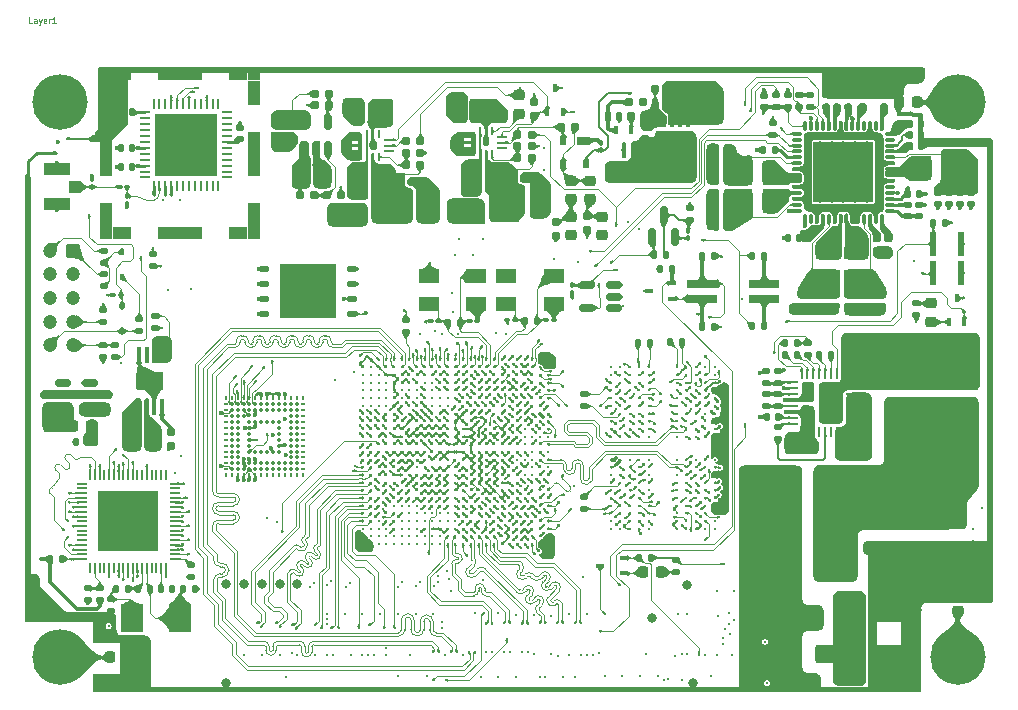
<source format=gbr>
%TF.GenerationSoftware,KiCad,Pcbnew,7.99.0-3539-g7abe2e3ea0*%
%TF.CreationDate,2023-11-26T19:50:54+01:00*%
%TF.ProjectId,SBC,5342432e-6b69-4636-9164-5f7063625858,rev?*%
%TF.SameCoordinates,Original*%
%TF.FileFunction,Copper,L1,Top*%
%TF.FilePolarity,Positive*%
%FSLAX46Y46*%
G04 Gerber Fmt 4.6, Leading zero omitted, Abs format (unit mm)*
G04 Created by KiCad (PCBNEW 7.99.0-3539-g7abe2e3ea0) date 2023-11-26 19:50:54*
%MOMM*%
%LPD*%
G01*
G04 APERTURE LIST*
G04 Aperture macros list*
%AMRoundRect*
0 Rectangle with rounded corners*
0 $1 Rounding radius*
0 $2 $3 $4 $5 $6 $7 $8 $9 X,Y pos of 4 corners*
0 Add a 4 corners polygon primitive as box body*
4,1,4,$2,$3,$4,$5,$6,$7,$8,$9,$2,$3,0*
0 Add four circle primitives for the rounded corners*
1,1,$1+$1,$2,$3*
1,1,$1+$1,$4,$5*
1,1,$1+$1,$6,$7*
1,1,$1+$1,$8,$9*
0 Add four rect primitives between the rounded corners*
20,1,$1+$1,$2,$3,$4,$5,0*
20,1,$1+$1,$4,$5,$6,$7,0*
20,1,$1+$1,$6,$7,$8,$9,0*
20,1,$1+$1,$8,$9,$2,$3,0*%
G04 Aperture macros list end*
%ADD10C,0.100000*%
%TA.AperFunction,NonConductor*%
%ADD11C,0.100000*%
%TD*%
%TA.AperFunction,SMDPad,CuDef*%
%ADD12RoundRect,0.218750X0.256250X-0.218750X0.256250X0.218750X-0.256250X0.218750X-0.256250X-0.218750X0*%
%TD*%
%TA.AperFunction,SMDPad,CuDef*%
%ADD13RoundRect,0.135000X-0.135000X-0.185000X0.135000X-0.185000X0.135000X0.185000X-0.135000X0.185000X0*%
%TD*%
%TA.AperFunction,ComponentPad*%
%ADD14RoundRect,0.250000X-0.350000X0.350000X-0.350000X-0.350000X0.350000X-0.350000X0.350000X0.350000X0*%
%TD*%
%TA.AperFunction,ComponentPad*%
%ADD15C,1.200000*%
%TD*%
%TA.AperFunction,SMDPad,CuDef*%
%ADD16RoundRect,0.125000X0.262500X0.125000X-0.262500X0.125000X-0.262500X-0.125000X0.262500X-0.125000X0*%
%TD*%
%TA.AperFunction,SMDPad,CuDef*%
%ADD17R,4.700000X4.600000*%
%TD*%
%TA.AperFunction,SMDPad,CuDef*%
%ADD18RoundRect,0.150000X0.512500X0.150000X-0.512500X0.150000X-0.512500X-0.150000X0.512500X-0.150000X0*%
%TD*%
%TA.AperFunction,SMDPad,CuDef*%
%ADD19RoundRect,0.135000X0.135000X0.185000X-0.135000X0.185000X-0.135000X-0.185000X0.135000X-0.185000X0*%
%TD*%
%TA.AperFunction,SMDPad,CuDef*%
%ADD20RoundRect,0.140000X-0.170000X0.140000X-0.170000X-0.140000X0.170000X-0.140000X0.170000X0.140000X0*%
%TD*%
%TA.AperFunction,SMDPad,CuDef*%
%ADD21RoundRect,0.140000X0.140000X0.170000X-0.140000X0.170000X-0.140000X-0.170000X0.140000X-0.170000X0*%
%TD*%
%TA.AperFunction,SMDPad,CuDef*%
%ADD22RoundRect,0.135000X0.185000X-0.135000X0.185000X0.135000X-0.185000X0.135000X-0.185000X-0.135000X0*%
%TD*%
%TA.AperFunction,SMDPad,CuDef*%
%ADD23RoundRect,0.160000X-0.160000X0.197500X-0.160000X-0.197500X0.160000X-0.197500X0.160000X0.197500X0*%
%TD*%
%TA.AperFunction,SMDPad,CuDef*%
%ADD24R,0.250000X0.700000*%
%TD*%
%TA.AperFunction,SMDPad,CuDef*%
%ADD25R,0.900000X0.250000*%
%TD*%
%TA.AperFunction,SMDPad,CuDef*%
%ADD26R,0.400000X1.250000*%
%TD*%
%TA.AperFunction,SMDPad,CuDef*%
%ADD27R,0.250000X0.400000*%
%TD*%
%TA.AperFunction,SMDPad,CuDef*%
%ADD28RoundRect,0.160000X-0.197500X-0.160000X0.197500X-0.160000X0.197500X0.160000X-0.197500X0.160000X0*%
%TD*%
%TA.AperFunction,SMDPad,CuDef*%
%ADD29RoundRect,0.140000X0.170000X-0.140000X0.170000X0.140000X-0.170000X0.140000X-0.170000X-0.140000X0*%
%TD*%
%TA.AperFunction,SMDPad,CuDef*%
%ADD30RoundRect,0.100000X-0.100000X0.130000X-0.100000X-0.130000X0.100000X-0.130000X0.100000X0.130000X0*%
%TD*%
%TA.AperFunction,SMDPad,CuDef*%
%ADD31RoundRect,0.062500X0.062500X-0.337500X0.062500X0.337500X-0.062500X0.337500X-0.062500X-0.337500X0*%
%TD*%
%TA.AperFunction,SMDPad,CuDef*%
%ADD32RoundRect,0.062500X0.337500X-0.062500X0.337500X0.062500X-0.337500X0.062500X-0.337500X-0.062500X0*%
%TD*%
%TA.AperFunction,SMDPad,CuDef*%
%ADD33R,5.300000X5.300000*%
%TD*%
%TA.AperFunction,SMDPad,CuDef*%
%ADD34R,2.000000X1.100000*%
%TD*%
%TA.AperFunction,SMDPad,CuDef*%
%ADD35RoundRect,0.140000X-0.140000X-0.170000X0.140000X-0.170000X0.140000X0.170000X-0.140000X0.170000X0*%
%TD*%
%TA.AperFunction,SMDPad,CuDef*%
%ADD36RoundRect,0.062500X-0.375000X-0.062500X0.375000X-0.062500X0.375000X0.062500X-0.375000X0.062500X0*%
%TD*%
%TA.AperFunction,SMDPad,CuDef*%
%ADD37RoundRect,0.062500X-0.062500X-0.375000X0.062500X-0.375000X0.062500X0.375000X-0.062500X0.375000X0*%
%TD*%
%TA.AperFunction,SMDPad,CuDef*%
%ADD38RoundRect,0.106599X0.418401X0.723401X-0.418401X0.723401X-0.418401X-0.723401X0.418401X-0.723401X0*%
%TD*%
%TA.AperFunction,SMDPad,CuDef*%
%ADD39RoundRect,0.106599X0.418401X0.633401X-0.418401X0.633401X-0.418401X-0.633401X0.418401X-0.633401X0*%
%TD*%
%TA.AperFunction,SMDPad,CuDef*%
%ADD40RoundRect,0.200000X0.785000X-1.540000X0.785000X1.540000X-0.785000X1.540000X-0.785000X-1.540000X0*%
%TD*%
%TA.AperFunction,SMDPad,CuDef*%
%ADD41RoundRect,0.100000X-0.130000X-0.100000X0.130000X-0.100000X0.130000X0.100000X-0.130000X0.100000X0*%
%TD*%
%TA.AperFunction,SMDPad,CuDef*%
%ADD42C,0.270000*%
%TD*%
%TA.AperFunction,SMDPad,CuDef*%
%ADD43RoundRect,0.100000X0.100000X-0.130000X0.100000X0.130000X-0.100000X0.130000X-0.100000X-0.130000X0*%
%TD*%
%TA.AperFunction,SMDPad,CuDef*%
%ADD44R,1.000000X1.000000*%
%TD*%
%TA.AperFunction,SMDPad,CuDef*%
%ADD45R,1.000000X2.130000*%
%TD*%
%TA.AperFunction,SMDPad,CuDef*%
%ADD46R,1.000000X3.800000*%
%TD*%
%TA.AperFunction,SMDPad,CuDef*%
%ADD47R,1.650000X1.000000*%
%TD*%
%TA.AperFunction,SMDPad,CuDef*%
%ADD48R,3.800000X1.000000*%
%TD*%
%TA.AperFunction,SMDPad,CuDef*%
%ADD49RoundRect,0.225000X-0.225000X-0.250000X0.225000X-0.250000X0.225000X0.250000X-0.225000X0.250000X0*%
%TD*%
%TA.AperFunction,SMDPad,CuDef*%
%ADD50RoundRect,0.160000X0.197500X0.160000X-0.197500X0.160000X-0.197500X-0.160000X0.197500X-0.160000X0*%
%TD*%
%TA.AperFunction,SMDPad,CuDef*%
%ADD51RoundRect,0.135000X-0.185000X0.135000X-0.185000X-0.135000X0.185000X-0.135000X0.185000X0.135000X0*%
%TD*%
%TA.AperFunction,SMDPad,CuDef*%
%ADD52RoundRect,0.250000X-0.650000X0.325000X-0.650000X-0.325000X0.650000X-0.325000X0.650000X0.325000X0*%
%TD*%
%TA.AperFunction,SMDPad,CuDef*%
%ADD53R,1.100000X2.000000*%
%TD*%
%TA.AperFunction,SMDPad,CuDef*%
%ADD54RoundRect,0.225000X0.225000X0.250000X-0.225000X0.250000X-0.225000X-0.250000X0.225000X-0.250000X0*%
%TD*%
%TA.AperFunction,SMDPad,CuDef*%
%ADD55RoundRect,0.250000X1.500000X0.550000X-1.500000X0.550000X-1.500000X-0.550000X1.500000X-0.550000X0*%
%TD*%
%TA.AperFunction,SMDPad,CuDef*%
%ADD56R,0.450000X0.700000*%
%TD*%
%TA.AperFunction,SMDPad,CuDef*%
%ADD57RoundRect,0.218750X-0.218750X-0.256250X0.218750X-0.256250X0.218750X0.256250X-0.218750X0.256250X0*%
%TD*%
%TA.AperFunction,SMDPad,CuDef*%
%ADD58O,0.200000X0.350000*%
%TD*%
%TA.AperFunction,SMDPad,CuDef*%
%ADD59O,0.350000X0.200000*%
%TD*%
%TA.AperFunction,SMDPad,CuDef*%
%ADD60C,0.350000*%
%TD*%
%TA.AperFunction,SMDPad,CuDef*%
%ADD61RoundRect,0.100000X0.130000X0.100000X-0.130000X0.100000X-0.130000X-0.100000X0.130000X-0.100000X0*%
%TD*%
%TA.AperFunction,SMDPad,CuDef*%
%ADD62R,0.700000X0.450000*%
%TD*%
%TA.AperFunction,SMDPad,CuDef*%
%ADD63RoundRect,0.225000X0.250000X-0.225000X0.250000X0.225000X-0.250000X0.225000X-0.250000X-0.225000X0*%
%TD*%
%TA.AperFunction,SMDPad,CuDef*%
%ADD64R,0.450000X1.450000*%
%TD*%
%TA.AperFunction,ComponentPad*%
%ADD65C,0.300000*%
%TD*%
%TA.AperFunction,SMDPad,CuDef*%
%ADD66RoundRect,0.076200X1.066800X0.685800X-1.066800X0.685800X-1.066800X-0.685800X1.066800X-0.685800X0*%
%TD*%
%TA.AperFunction,ComponentPad*%
%ADD67C,3.100000*%
%TD*%
%TA.AperFunction,ConnectorPad*%
%ADD68C,4.700000*%
%TD*%
%TA.AperFunction,SMDPad,CuDef*%
%ADD69RoundRect,0.173913X-0.226087X-0.726087X0.226087X-0.726087X0.226087X0.726087X-0.226087X0.726087X0*%
%TD*%
%TA.AperFunction,SMDPad,CuDef*%
%ADD70RoundRect,0.025000X-0.225000X-0.975000X0.225000X-0.975000X0.225000X0.975000X-0.225000X0.975000X0*%
%TD*%
%TA.AperFunction,SMDPad,CuDef*%
%ADD71R,0.450000X0.600000*%
%TD*%
%TA.AperFunction,SMDPad,CuDef*%
%ADD72R,4.950000X3.175000*%
%TD*%
%TA.AperFunction,SMDPad,CuDef*%
%ADD73C,0.330200*%
%TD*%
%TA.AperFunction,SMDPad,CuDef*%
%ADD74RoundRect,0.067500X-0.357500X-0.067500X0.357500X-0.067500X0.357500X0.067500X-0.357500X0.067500X0*%
%TD*%
%TA.AperFunction,SMDPad,CuDef*%
%ADD75RoundRect,0.067500X-0.067500X0.357500X-0.067500X-0.357500X0.067500X-0.357500X0.067500X0.357500X0*%
%TD*%
%TA.AperFunction,ComponentPad*%
%ADD76C,0.500000*%
%TD*%
%TA.AperFunction,SMDPad,CuDef*%
%ADD77R,5.060000X5.200000*%
%TD*%
%TA.AperFunction,SMDPad,CuDef*%
%ADD78RoundRect,0.250000X0.262500X0.450000X-0.262500X0.450000X-0.262500X-0.450000X0.262500X-0.450000X0*%
%TD*%
%TA.AperFunction,SMDPad,CuDef*%
%ADD79R,0.405000X0.990000*%
%TD*%
%TA.AperFunction,SMDPad,CuDef*%
%ADD80R,2.235000X1.725000*%
%TD*%
%TA.AperFunction,SMDPad,CuDef*%
%ADD81R,0.406250X0.760000*%
%TD*%
%TA.AperFunction,SMDPad,CuDef*%
%ADD82R,1.900000X2.400000*%
%TD*%
%TA.AperFunction,SMDPad,CuDef*%
%ADD83RoundRect,0.050000X0.362500X0.050000X-0.362500X0.050000X-0.362500X-0.050000X0.362500X-0.050000X0*%
%TD*%
%TA.AperFunction,SMDPad,CuDef*%
%ADD84RoundRect,0.050000X0.050000X0.362500X-0.050000X0.362500X-0.050000X-0.362500X0.050000X-0.362500X0*%
%TD*%
%TA.AperFunction,SMDPad,CuDef*%
%ADD85R,5.200000X5.200000*%
%TD*%
%TA.AperFunction,SMDPad,CuDef*%
%ADD86R,2.650000X0.760000*%
%TD*%
%TA.AperFunction,SMDPad,CuDef*%
%ADD87RoundRect,0.250000X-0.375000X-0.850000X0.375000X-0.850000X0.375000X0.850000X-0.375000X0.850000X0*%
%TD*%
%TA.AperFunction,SMDPad,CuDef*%
%ADD88R,1.000000X0.700000*%
%TD*%
%TA.AperFunction,SMDPad,CuDef*%
%ADD89R,0.600000X0.700000*%
%TD*%
%TA.AperFunction,SMDPad,CuDef*%
%ADD90RoundRect,0.112500X0.112500X-0.187500X0.112500X0.187500X-0.112500X0.187500X-0.112500X-0.187500X0*%
%TD*%
%TA.AperFunction,SMDPad,CuDef*%
%ADD91R,1.800000X1.200000*%
%TD*%
%TA.AperFunction,SMDPad,CuDef*%
%ADD92R,1.050000X1.000000*%
%TD*%
%TA.AperFunction,SMDPad,CuDef*%
%ADD93R,2.200000X1.050000*%
%TD*%
%TA.AperFunction,SMDPad,CuDef*%
%ADD94RoundRect,0.225000X-0.250000X0.225000X-0.250000X-0.225000X0.250000X-0.225000X0.250000X0.225000X0*%
%TD*%
%TA.AperFunction,SMDPad,CuDef*%
%ADD95RoundRect,0.150000X0.150000X-0.512500X0.150000X0.512500X-0.150000X0.512500X-0.150000X-0.512500X0*%
%TD*%
%TA.AperFunction,SMDPad,CuDef*%
%ADD96RoundRect,0.150000X0.150000X-0.587500X0.150000X0.587500X-0.150000X0.587500X-0.150000X-0.587500X0*%
%TD*%
%TA.AperFunction,ViaPad*%
%ADD97C,0.800000*%
%TD*%
%TA.AperFunction,ViaPad*%
%ADD98C,0.300000*%
%TD*%
%TA.AperFunction,ViaPad*%
%ADD99C,0.360000*%
%TD*%
%TA.AperFunction,Conductor*%
%ADD100C,0.110000*%
%TD*%
%TA.AperFunction,Conductor*%
%ADD101C,0.200000*%
%TD*%
%TA.AperFunction,Conductor*%
%ADD102C,0.300000*%
%TD*%
%TA.AperFunction,Conductor*%
%ADD103C,0.250000*%
%TD*%
%TA.AperFunction,Conductor*%
%ADD104C,0.100000*%
%TD*%
G04 APERTURE END LIST*
D10*
D11*
X59200412Y-74851623D02*
X58962317Y-74851623D01*
X58962317Y-74851623D02*
X58962317Y-74351623D01*
X59581365Y-74851623D02*
X59581365Y-74589718D01*
X59581365Y-74589718D02*
X59557555Y-74542099D01*
X59557555Y-74542099D02*
X59509936Y-74518290D01*
X59509936Y-74518290D02*
X59414698Y-74518290D01*
X59414698Y-74518290D02*
X59367079Y-74542099D01*
X59581365Y-74827814D02*
X59533746Y-74851623D01*
X59533746Y-74851623D02*
X59414698Y-74851623D01*
X59414698Y-74851623D02*
X59367079Y-74827814D01*
X59367079Y-74827814D02*
X59343270Y-74780194D01*
X59343270Y-74780194D02*
X59343270Y-74732575D01*
X59343270Y-74732575D02*
X59367079Y-74684956D01*
X59367079Y-74684956D02*
X59414698Y-74661147D01*
X59414698Y-74661147D02*
X59533746Y-74661147D01*
X59533746Y-74661147D02*
X59581365Y-74637337D01*
X59771841Y-74518290D02*
X59890889Y-74851623D01*
X60009936Y-74518290D02*
X59890889Y-74851623D01*
X59890889Y-74851623D02*
X59843270Y-74970671D01*
X59843270Y-74970671D02*
X59819460Y-74994480D01*
X59819460Y-74994480D02*
X59771841Y-75018290D01*
X60390888Y-74827814D02*
X60343269Y-74851623D01*
X60343269Y-74851623D02*
X60248031Y-74851623D01*
X60248031Y-74851623D02*
X60200412Y-74827814D01*
X60200412Y-74827814D02*
X60176603Y-74780194D01*
X60176603Y-74780194D02*
X60176603Y-74589718D01*
X60176603Y-74589718D02*
X60200412Y-74542099D01*
X60200412Y-74542099D02*
X60248031Y-74518290D01*
X60248031Y-74518290D02*
X60343269Y-74518290D01*
X60343269Y-74518290D02*
X60390888Y-74542099D01*
X60390888Y-74542099D02*
X60414698Y-74589718D01*
X60414698Y-74589718D02*
X60414698Y-74637337D01*
X60414698Y-74637337D02*
X60176603Y-74684956D01*
X60628983Y-74851623D02*
X60628983Y-74518290D01*
X60628983Y-74613528D02*
X60652793Y-74565909D01*
X60652793Y-74565909D02*
X60676602Y-74542099D01*
X60676602Y-74542099D02*
X60724221Y-74518290D01*
X60724221Y-74518290D02*
X60771840Y-74518290D01*
X61200412Y-74851623D02*
X60914698Y-74851623D01*
X61057555Y-74851623D02*
X61057555Y-74351623D01*
X61057555Y-74351623D02*
X61009936Y-74423052D01*
X61009936Y-74423052D02*
X60962317Y-74470671D01*
X60962317Y-74470671D02*
X60914698Y-74494480D01*
D12*
%TO.P,D4,1,K*%
%TO.N,Net-(D4-K)*%
X104809481Y-89762514D03*
%TO.P,D4,2,A*%
%TO.N,/POWER/MNRST*%
X104809481Y-88187514D03*
%TD*%
D13*
%TO.P,R83,1,1*%
%TO.N,3.3V_SW_DELAYED*%
X60720000Y-120192900D03*
%TO.P,R83,2,2*%
%TO.N,ENET_INT*%
X61740000Y-120192900D03*
%TD*%
D14*
%TO.P,J2,1,Pin_1*%
%TO.N,Net-(J2-Pin_1)*%
X62677481Y-94118014D03*
D15*
%TO.P,J2,2,Pin_2*%
%TO.N,JTAG_TMS*%
X60677481Y-94118014D03*
%TO.P,J2,3,Pin_3*%
%TO.N,GND*%
X62677481Y-96118014D03*
%TO.P,J2,4,Pin_4*%
%TO.N,JTAG_TCK*%
X60677481Y-96118014D03*
%TO.P,J2,5,Pin_5*%
%TO.N,GND*%
X62677481Y-98118014D03*
%TO.P,J2,6,Pin_6*%
%TO.N,JTAG_TDO*%
X60677481Y-98118014D03*
%TO.P,J2,7,Pin_7*%
%TO.N,Net-(J2-Pin_7)*%
X62677481Y-100118014D03*
%TO.P,J2,8,Pin_8*%
%TO.N,JTAG_TDI*%
X60677481Y-100118014D03*
%TO.P,J2,9,Pin_9*%
%TO.N,Net-(J2-Pin_9)*%
X62677481Y-102118014D03*
%TO.P,J2,10,Pin_10*%
%TO.N,Net-(D7-K)*%
X60677481Y-102118014D03*
%TD*%
D16*
%TO.P,U14,1,CE#*%
%TO.N,QSPIA_nSS0 *%
X86320000Y-99450014D03*
%TO.P,U14,2,IO1*%
%TO.N,NAND_DATA0*%
X86320000Y-98180014D03*
%TO.P,U14,3,IO2*%
%TO.N,NAND_DATA1*%
X86320000Y-96910014D03*
%TO.P,U14,4,GND*%
%TO.N,GND*%
X86320000Y-95640014D03*
%TO.P,U14,5,IO0*%
%TO.N,NAND_DATA3*%
X78820000Y-95640014D03*
%TO.P,U14,6,SCK*%
%TO.N,QSPIA_SCLK*%
X78820000Y-96910014D03*
%TO.P,U14,7,IO3*%
%TO.N,NAND_DATA2*%
X78820000Y-98180014D03*
%TO.P,U14,8,VCC*%
%TO.N,3.3V_SW_DELAYED*%
X78820000Y-99450014D03*
D17*
%TO.P,U14,9,EP*%
%TO.N,GND*%
X82570000Y-97545014D03*
%TD*%
D18*
%TO.P,U10,1,GND*%
%TO.N,GND*%
X108486981Y-98951014D03*
%TO.P,U10,2,NC/GND*%
X108486981Y-98001014D03*
%TO.P,U10,3,NC/GND*%
X108486981Y-97051014D03*
%TO.P,U10,4,VDD*%
%TO.N,3.3V_SW*%
X106211981Y-97051014D03*
%TO.P,U10,5,OUT*%
%TO.N,/MPU/RTC_CLK*%
X106211981Y-98951014D03*
%TD*%
D19*
%TO.P,R65,1,1*%
%TO.N,3.3V_SW*%
X111593381Y-120115414D03*
%TO.P,R65,2,2*%
%TO.N,GPIO0*%
X110573381Y-120115414D03*
%TD*%
D20*
%TO.P,C17,1*%
%TO.N,Net-(U2-BST)*%
X122343462Y-109070028D03*
%TO.P,C17,2*%
%TO.N,Net-(C17-Pad2)*%
X122343462Y-110030028D03*
%TD*%
D21*
%TO.P,C60,1*%
%TO.N,VDD_PHY_0V9*%
X124120000Y-93030400D03*
%TO.P,C60,2*%
%TO.N,GND*%
X123160000Y-93030400D03*
%TD*%
D22*
%TO.P,R3,1,1*%
%TO.N,Net-(U2-FB)*%
X122318462Y-105355028D03*
%TO.P,R3,2,2*%
%TO.N,GND*%
X122318462Y-104335028D03*
%TD*%
D20*
%TO.P,C272,1*%
%TO.N,Net-(C272-Pad1)*%
X65882500Y-123650400D03*
%TO.P,C272,2*%
%TO.N,GND*%
X65882500Y-124610400D03*
%TD*%
D23*
%TO.P,R31,1,1*%
%TO.N,Net-(D3-K)*%
X106206481Y-91168514D03*
%TO.P,R31,2,2*%
%TO.N,SYS_NRST*%
X106206481Y-92363514D03*
%TD*%
D21*
%TO.P,C54,1*%
%TO.N,VDD_VPU_0V9*%
X118023462Y-92112527D03*
%TO.P,C54,2*%
%TO.N,GND*%
X117063462Y-92112527D03*
%TD*%
D20*
%TO.P,C266,1*%
%TO.N,ENET_NRST*%
X63920000Y-122712900D03*
%TO.P,C266,2*%
%TO.N,GND*%
X63920000Y-123672900D03*
%TD*%
%TO.P,C34,1*%
%TO.N,NVCC_DRAM_1V1*%
X129243462Y-97877528D03*
%TO.P,C34,2*%
%TO.N,GND*%
X129243462Y-98837528D03*
%TD*%
D12*
%TO.P,D5,1,K*%
%TO.N,Net-(D5-K)*%
X135314881Y-100151114D03*
%TO.P,D5,2,A*%
%TO.N,Net-(D5-A)*%
X135314881Y-98576114D03*
%TD*%
D24*
%TO.P,U5,1,SW*%
%TO.N,Net-(L8-Pad1)*%
X87552481Y-86170014D03*
%TO.P,U5,2,OUT*%
%TO.N,Net-(U5-OUT)*%
X88052481Y-86170014D03*
%TO.P,U5,3,FB*%
%TO.N,Net-(U5-FB)*%
X88552481Y-86170014D03*
D25*
%TO.P,U5,4,RAMP*%
%TO.N,unconnected-(U5-RAMP-Pad4)*%
X89402481Y-85720014D03*
%TO.P,U5,5,EN*%
%TO.N,Net-(U5-EN)*%
X89402481Y-85220014D03*
%TO.P,U5,6,MODE*%
%TO.N,/POWER/P_MODE*%
X89402481Y-84720014D03*
D24*
%TO.P,U5,7,PG*%
%TO.N,unconnected-(U5-PG-Pad7)*%
X88552481Y-84270014D03*
%TO.P,U5,8,VIN1*%
%TO.N,3.3V_SW_DELAYED*%
X88052481Y-84270014D03*
%TO.P,U5,9,SW*%
%TO.N,Net-(L8-Pad1)*%
X87552481Y-84270014D03*
D25*
%TO.P,U5,10,GND*%
%TO.N,GND*%
X86702481Y-85720014D03*
X86702481Y-85220014D03*
D26*
X86952481Y-85220014D03*
D25*
X86702481Y-84720014D03*
D27*
%TO.P,U5,11,VIN2*%
%TO.N,3.3V_SW_DELAYED*%
X88052481Y-85220014D03*
%TD*%
D19*
%TO.P,R85,1,1*%
%TO.N,/IO/XTAL1*%
X67292500Y-122730400D03*
%TO.P,R85,2,2*%
%TO.N,Net-(C272-Pad1)*%
X66272500Y-122730400D03*
%TD*%
D28*
%TO.P,R23,1,1*%
%TO.N,GND*%
X83129981Y-81818014D03*
%TO.P,R23,2,2*%
%TO.N,Net-(U4-ADJ)*%
X84324981Y-81818014D03*
%TD*%
D22*
%TO.P,R75,1,1*%
%TO.N,3.3V_SW_DELAYED*%
X65277481Y-97128014D03*
%TO.P,R75,2,2*%
%TO.N,Net-(J2-Pin_1)*%
X65277481Y-96108014D03*
%TD*%
D29*
%TO.P,C63,1*%
%TO.N,3.3V_SW_DELAYED*%
X111093000Y-84608000D03*
%TO.P,C63,2*%
%TO.N,Net-(C56-Pad2)*%
X111093000Y-83648000D03*
%TD*%
D22*
%TO.P,R9,1,1*%
%TO.N,Net-(U1C-VDDOTP)*%
X129458462Y-81970028D03*
%TO.P,R9,2,2*%
%TO.N,GND*%
X129458462Y-80950028D03*
%TD*%
D30*
%TO.P,C65,1,1*%
%TO.N,VDD_SNVS_0V9*%
X81227481Y-83685514D03*
%TO.P,C65,2,2*%
%TO.N,GND*%
X81227481Y-84325514D03*
%TD*%
D20*
%TO.P,C39,1*%
%TO.N,NVCC_DRAM_1V1*%
X130193462Y-97877528D03*
%TO.P,C39,2*%
%TO.N,GND*%
X130193462Y-98837528D03*
%TD*%
D31*
%TO.P,U16,1,VDDA*%
%TO.N,3.3V_SW_DELAYED*%
X69477481Y-88618014D03*
%TO.P,U16,2,LNA_IN*%
%TO.N,/IO/LNA_IN*%
X69977481Y-88618014D03*
%TO.P,U16,3,VDDA3P3*%
%TO.N,3.3V_SW_DELAYED*%
X70477481Y-88618014D03*
%TO.P,U16,4,VDDA3P3*%
X70977481Y-88618014D03*
%TO.P,U16,5,SENSOR_VP*%
%TO.N,unconnected-(U16-SENSOR_VP-Pad5)*%
X71477481Y-88618014D03*
%TO.P,U16,6,SENSOR_CAPP*%
%TO.N,unconnected-(U16-SENSOR_CAPP-Pad6)*%
X71977481Y-88618014D03*
%TO.P,U16,7,SENSOR_CAPN*%
%TO.N,unconnected-(U16-SENSOR_CAPN-Pad7)*%
X72477481Y-88618014D03*
%TO.P,U16,8,SENSOR_VN*%
%TO.N,unconnected-(U16-SENSOR_VN-Pad8)*%
X72977481Y-88618014D03*
%TO.P,U16,9,EN*%
%TO.N,unconnected-(U16-EN-Pad9)*%
X73477481Y-88618014D03*
%TO.P,U16,10,IO34*%
%TO.N,unconnected-(U16-IO34-Pad10)*%
X73977481Y-88618014D03*
%TO.P,U16,11,IO35*%
%TO.N,unconnected-(U16-IO35-Pad11)*%
X74477481Y-88618014D03*
%TO.P,U16,12,IO32*%
%TO.N,unconnected-(U16-IO32-Pad12)*%
X74977481Y-88618014D03*
D32*
%TO.P,U16,13,IO33*%
%TO.N,unconnected-(U16-IO33-Pad13)*%
X75677481Y-87918014D03*
%TO.P,U16,14,IO25*%
%TO.N,unconnected-(U16-IO25-Pad14)*%
X75677481Y-87418014D03*
%TO.P,U16,15,IO26*%
%TO.N,unconnected-(U16-IO26-Pad15)*%
X75677481Y-86918014D03*
%TO.P,U16,16,IO27*%
%TO.N,unconnected-(U16-IO27-Pad16)*%
X75677481Y-86418014D03*
%TO.P,U16,17,IO14*%
%TO.N,unconnected-(U16-IO14-Pad17)*%
X75677481Y-85918014D03*
%TO.P,U16,18,IO12*%
%TO.N,unconnected-(U16-IO12-Pad18)*%
X75677481Y-85418014D03*
%TO.P,U16,19,VDD3P3_RTC*%
%TO.N,3.3V_SW_DELAYED*%
X75677481Y-84918014D03*
%TO.P,U16,20,IO13*%
%TO.N,unconnected-(U16-IO13-Pad20)*%
X75677481Y-84418014D03*
%TO.P,U16,21,IO15*%
%TO.N,unconnected-(U16-IO15-Pad21)*%
X75677481Y-83918014D03*
%TO.P,U16,22,IO2*%
%TO.N,unconnected-(U16-IO2-Pad22)*%
X75677481Y-83418014D03*
%TO.P,U16,23,IO0*%
%TO.N,unconnected-(U16-IO0-Pad23)*%
X75677481Y-82918014D03*
%TO.P,U16,24,IO4*%
%TO.N,unconnected-(U16-IO4-Pad24)*%
X75677481Y-82418014D03*
D31*
%TO.P,U16,25,IO16*%
%TO.N,unconnected-(U16-IO16-Pad25)*%
X74977481Y-81718014D03*
%TO.P,U16,26,VDD_SDIO*%
%TO.N,unconnected-(U16-VDD_SDIO-Pad26)*%
X74477481Y-81718014D03*
%TO.P,U16,27,IO17*%
%TO.N,/IO/SIO1*%
X73977481Y-81718014D03*
%TO.P,U16,28,SD2/IO9*%
%TO.N,unconnected-(U16-SD2{slash}IO9-Pad28)*%
X73477481Y-81718014D03*
%TO.P,U16,29,SD3/IO10*%
%TO.N,unconnected-(U16-SD3{slash}IO10-Pad29)*%
X72977481Y-81718014D03*
%TO.P,U16,30,CMD*%
%TO.N,/IO/SIO3*%
X72477481Y-81718014D03*
%TO.P,U16,31,CLK*%
%TO.N,/IO/SCLK*%
X71977481Y-81718014D03*
%TO.P,U16,32,SD0*%
%TO.N,/IO/SIO2*%
X71477481Y-81718014D03*
%TO.P,U16,33,SD1*%
%TO.N,/IO/SIO0*%
X70977481Y-81718014D03*
%TO.P,U16,34,IO5*%
%TO.N,unconnected-(U16-IO5-Pad34)*%
X70477481Y-81718014D03*
%TO.P,U16,35,IO18*%
%TO.N,unconnected-(U16-IO18-Pad35)*%
X69977481Y-81718014D03*
%TO.P,U16,36,IO23*%
%TO.N,unconnected-(U16-IO23-Pad36)*%
X69477481Y-81718014D03*
D32*
%TO.P,U16,37,VDD3P3_CPU*%
%TO.N,3.3V_SW_DELAYED*%
X68777481Y-82418014D03*
%TO.P,U16,38,IO19*%
%TO.N,unconnected-(U16-IO19-Pad38)*%
X68777481Y-82918014D03*
%TO.P,U16,39,IO22*%
%TO.N,unconnected-(U16-IO22-Pad39)*%
X68777481Y-83418014D03*
%TO.P,U16,40,U0RXD/IO3*%
%TO.N,ESP32_RX*%
X68777481Y-83918014D03*
%TO.P,U16,41,U0TXD/IO1*%
%TO.N,ESP32_TX*%
X68777481Y-84418014D03*
%TO.P,U16,42,IO21*%
%TO.N,unconnected-(U16-IO21-Pad42)*%
X68777481Y-84918014D03*
%TO.P,U16,43,VDDA*%
%TO.N,3.3V_SW_DELAYED*%
X68777481Y-85418014D03*
%TO.P,U16,44,XTAL_N_NC*%
%TO.N,unconnected-(U16-XTAL_N_NC-Pad44)*%
X68777481Y-85918014D03*
%TO.P,U16,45,XTAL_P_NC*%
%TO.N,unconnected-(U16-XTAL_P_NC-Pad45)*%
X68777481Y-86418014D03*
%TO.P,U16,46,VDDA*%
%TO.N,3.3V_SW_DELAYED*%
X68777481Y-86918014D03*
%TO.P,U16,47,CAP2_NC*%
%TO.N,unconnected-(U16-CAP2_NC-Pad47)*%
X68777481Y-87418014D03*
%TO.P,U16,48,CAP1_NC*%
%TO.N,unconnected-(U16-CAP1_NC-Pad48)*%
X68777481Y-87918014D03*
D33*
%TO.P,U16,49,GND*%
%TO.N,GND*%
X72227481Y-85168014D03*
%TD*%
D20*
%TO.P,C38,1*%
%TO.N,VDD_DRAM_0V9*%
X137780000Y-89230400D03*
%TO.P,C38,2*%
%TO.N,GND*%
X137780000Y-90190400D03*
%TD*%
%TO.P,C59,1*%
%TO.N,VDD_PHY_1V8*%
X130755962Y-93090028D03*
%TO.P,C59,2*%
%TO.N,GND*%
X130755962Y-94050028D03*
%TD*%
D34*
%TO.P,L5,1,1*%
%TO.N,Net-(U1A-SW4LX)*%
X126593462Y-94325028D03*
%TO.P,L5,2,2*%
%TO.N,VDD_1V8*%
X126593462Y-96225028D03*
%TD*%
D35*
%TO.P,C62,1*%
%TO.N,VDD_PHY_3V3*%
X133505962Y-85270028D03*
%TO.P,C62,2*%
%TO.N,GND*%
X134465962Y-85270028D03*
%TD*%
D36*
%TO.P,U2,1,FB*%
%TO.N,Net-(U2-FB)*%
X123655962Y-105270028D03*
%TO.P,U2,2,VOUT*%
%TO.N,3.3V_SW*%
X123655962Y-105770028D03*
%TO.P,U2,3,VDD*%
%TO.N,Net-(U2-VDD)*%
X123655962Y-106270028D03*
%TO.P,U2,4,AGND*%
%TO.N,GND*%
X123655962Y-106770028D03*
%TO.P,U2,5,FBL*%
%TO.N,Net-(U2-FBL)*%
X123655962Y-107270028D03*
%TO.P,U2,6,VIN*%
%TO.N,VIN*%
X123655962Y-107770028D03*
%TO.P,U2,7,SS*%
%TO.N,Net-(U2-SS)*%
X123655962Y-108270028D03*
%TO.P,U2,8,BST*%
%TO.N,Net-(U2-BST)*%
X123655962Y-108770028D03*
D37*
%TO.P,U2,9,VIN*%
%TO.N,VIN*%
X124343462Y-109457528D03*
%TO.P,U2,10,VIN*%
X124843462Y-109457528D03*
%TO.P,U2,11,VIN*%
X125343462Y-109457528D03*
%TO.P,U2,12,NC*%
%TO.N,unconnected-(U2-NC-Pad12)*%
X125843462Y-109457528D03*
%TO.P,U2,13,LX*%
%TO.N,Net-(C17-Pad2)*%
X126343462Y-109457528D03*
%TO.P,U2,14,NC*%
%TO.N,unconnected-(U2-NC-Pad14)*%
X126843462Y-109457528D03*
%TO.P,U2,15,PGND*%
%TO.N,GND*%
X127343462Y-109457528D03*
%TO.P,U2,16,PGND*%
X127843462Y-109457528D03*
D36*
%TO.P,U2,17,PGND*%
X128530962Y-108770028D03*
%TO.P,U2,18,PGND*%
X128530962Y-108270028D03*
%TO.P,U2,19,PGND*%
X128530962Y-107770028D03*
%TO.P,U2,20,PGND*%
X128530962Y-107270028D03*
%TO.P,U2,21,PGND*%
X128530962Y-106770028D03*
%TO.P,U2,22,PGND*%
X128530962Y-106270028D03*
%TO.P,U2,23,LX*%
%TO.N,Net-(L6-Pad1)*%
X128530962Y-105770028D03*
%TO.P,U2,24,LX*%
X128530962Y-105270028D03*
D37*
%TO.P,U2,25,LX*%
X127843462Y-104582528D03*
%TO.P,U2,26,PGOOD*%
%TO.N,PG_VIN*%
X127343462Y-104582528D03*
%TO.P,U2,27,ILIM*%
%TO.N,Net-(U2-ILIM)*%
X126843462Y-104582528D03*
%TO.P,U2,28,LX*%
%TO.N,Net-(R8-Pad2)*%
X126343462Y-104582528D03*
%TO.P,U2,29,EN/PSV*%
%TO.N,Net-(U2-EN{slash}PSV)*%
X125843462Y-104582528D03*
%TO.P,U2,30,AGND*%
%TO.N,Net-(R6-Pad1)*%
X125343462Y-104582528D03*
%TO.P,U2,31,TON*%
%TO.N,Net-(U2-TON)*%
X124843462Y-104582528D03*
%TO.P,U2,32,ENL*%
%TO.N,Net-(U2-ENL)*%
X124343462Y-104582528D03*
D38*
%TO.P,U2,P1,AGND*%
%TO.N,GND*%
X124878462Y-106110028D03*
D39*
%TO.P,U2,P2,VIN*%
%TO.N,VIN*%
X124878462Y-108020028D03*
D40*
%TO.P,U2,P3,LX*%
%TO.N,Net-(L6-Pad1)*%
X126848462Y-107020028D03*
%TD*%
D41*
%TO.P,C74,1,1*%
%TO.N,Net-(U5-OUT)*%
X90526481Y-88268014D03*
%TO.P,C74,2,2*%
%TO.N,GND*%
X91166481Y-88268014D03*
%TD*%
D21*
%TO.P,C1,1*%
%TO.N,Net-(U2-SS)*%
X122373462Y-108170028D03*
%TO.P,C1,2*%
%TO.N,GND*%
X121413462Y-108170028D03*
%TD*%
D22*
%TO.P,R1,1,1*%
%TO.N,Net-(U2-FBL)*%
X122318462Y-107280028D03*
%TO.P,R1,2,2*%
%TO.N,Net-(U2-VDD)*%
X122318462Y-106260028D03*
%TD*%
D42*
%TO.P,U12,A1,DNU_A1*%
%TO.N,unconnected-(U12A-DNU_A1-PadA1)*%
X108195000Y-104005400D03*
%TO.P,U12,A2,DNU_A2*%
%TO.N,unconnected-(U12A-DNU_A2-PadA2)*%
X108995000Y-104005400D03*
%TO.P,U12,A3,VSS_A3*%
%TO.N,GND*%
X109795000Y-104005400D03*
%TO.P,U12,A4,VDD2_A4*%
%TO.N,NVCC_DRAM_1V1*%
X110595000Y-104005400D03*
%TO.P,U12,A5,ZQ0*%
%TO.N,Net-(U12A-ZQ0)*%
X111395000Y-104005400D03*
%TO.P,U12,A8,ZQ1*%
%TO.N,Net-(U12A-ZQ1)*%
X113795000Y-104005400D03*
%TO.P,U12,A9,VDD2_A9*%
%TO.N,NVCC_DRAM_1V1*%
X114595000Y-104005400D03*
%TO.P,U12,A10,VSS_A10*%
%TO.N,GND*%
X115395000Y-104005400D03*
%TO.P,U12,A11,DNU_A11*%
%TO.N,unconnected-(U12A-DNU_A11-PadA11)*%
X116195000Y-104005400D03*
%TO.P,U12,A12,DNU_A12*%
%TO.N,unconnected-(U12A-DNU_A12-PadA12)*%
X116995000Y-104005400D03*
%TO.P,U12,AA1*%
%TO.N,N/C*%
X108195000Y-117005400D03*
%TO.P,U12,AA2,DQ0_B*%
%TO.N,DRAM_DQ16*%
X108995000Y-117005400D03*
%TO.P,U12,AA3,VDDQ_AA3*%
%TO.N,NVCC_DRAM_1V1*%
X109795000Y-117005400D03*
%TO.P,U12,AA4,DQ7_B*%
%TO.N,DRAM_DQ23*%
X110595000Y-117005400D03*
%TO.P,U12,AA5,VDDQ_AA5*%
%TO.N,NVCC_DRAM_1V1*%
X111395000Y-117005400D03*
%TO.P,U12,AA8,VDDQ_AA8*%
X113795000Y-117005400D03*
%TO.P,U12,AA9,DQ15_B*%
%TO.N,DRAM_DQ31*%
X114595000Y-117005400D03*
%TO.P,U12,AA10,VDDQ_AA10*%
%TO.N,NVCC_DRAM_1V1*%
X115395000Y-117005400D03*
%TO.P,U12,AA11,DQ8_B*%
%TO.N,DRAM_DQ24*%
X116195000Y-117005400D03*
%TO.P,U12,AA12,DNU_AA12*%
%TO.N,unconnected-(U12A-DNU_AA12-PadAA12)*%
X116995000Y-117005400D03*
%TO.P,U12,AB1,DNU_AB1*%
%TO.N,unconnected-(U12A-DNU_AB1-PadAB1)*%
X108195000Y-117655400D03*
%TO.P,U12,AB2*%
%TO.N,N/C*%
X108995000Y-117655400D03*
%TO.P,U12,AB3,VSS_AB3*%
%TO.N,NVCC_DRAM_1V1*%
X109795000Y-117655400D03*
%TO.P,U12,AB4,VDD2_AB4*%
X110595000Y-117655400D03*
%TO.P,U12,AB5*%
%TO.N,N/C*%
X111395000Y-117655400D03*
%TO.P,U12,AB8,VSS_AB8*%
%TO.N,NVCC_DRAM_1V1*%
X113795000Y-117655400D03*
%TO.P,U12,AB9,VDD2_AB9*%
X114595000Y-117655400D03*
%TO.P,U12,AB10,VSS_AB10*%
X115395000Y-117655400D03*
%TO.P,U12,AB11,DNU_AB11*%
%TO.N,unconnected-(U12A-DNU_AB11-PadAB11)*%
X116195000Y-117655400D03*
%TO.P,U12,AB12,DNU_AB12*%
%TO.N,unconnected-(U12A-DNU_AB12-PadAB12)*%
X116995000Y-117655400D03*
%TO.P,U12,B1,DNU_B1*%
%TO.N,unconnected-(U12A-DNU_B1-PadB1)*%
X108195000Y-104655400D03*
%TO.P,U12,B2,DQ0_A*%
%TO.N,DRAM_DQ0*%
X108995000Y-104655400D03*
%TO.P,U12,B3,VDDQ_B3*%
%TO.N,NVCC_DRAM_1V1*%
X109795000Y-104655400D03*
%TO.P,U12,B4,DQ7_A*%
%TO.N,DRAM_DQ7*%
X110595000Y-104655400D03*
%TO.P,U12,B5,VDDQ_B5*%
%TO.N,NVCC_DRAM_1V1*%
X111395000Y-104655400D03*
%TO.P,U12,B8,VDDQ_B8*%
X113795000Y-104655400D03*
%TO.P,U12,B9,DQ15_A*%
%TO.N,DRAM_DQ15*%
X114595000Y-104655400D03*
%TO.P,U12,B10,VDDQ_B10*%
%TO.N,NVCC_DRAM_1V1*%
X115395000Y-104655400D03*
%TO.P,U12,B11,DQ8_A*%
%TO.N,DRAM_DQ8*%
X116195000Y-104655400D03*
%TO.P,U12,B12,DNU_B12*%
%TO.N,unconnected-(U12A-DNU_B12-PadB12)*%
X116995000Y-104655400D03*
%TO.P,U12,C1,VSS_C1*%
%TO.N,GND*%
X108195000Y-105305400D03*
%TO.P,U12,C2,DQ1_A*%
%TO.N,DRAM_DQ1*%
X108995000Y-105305400D03*
%TO.P,U12,C3,DMI0_A*%
%TO.N,DRAM_DM0*%
X109795000Y-105305400D03*
%TO.P,U12,C4,DQ6_A*%
%TO.N,DRAM_DQ6*%
X110595000Y-105305400D03*
%TO.P,U12,C5,VSS_C5*%
%TO.N,GND*%
X111395000Y-105305400D03*
%TO.P,U12,C8,VSS_C8*%
X113795000Y-105305400D03*
%TO.P,U12,C9,DQ14_A*%
%TO.N,DRAM_DQ14*%
X114595000Y-105305400D03*
%TO.P,U12,C10,DMI0_A*%
%TO.N,DRAM_DM1*%
X115395000Y-105305400D03*
%TO.P,U12,C11,DQ9_A*%
%TO.N,DRAM_DQ9*%
X116195000Y-105305400D03*
%TO.P,U12,C12,VSS_C12*%
%TO.N,GND*%
X116995000Y-105305400D03*
%TO.P,U12,D1,VDDQ_D1*%
%TO.N,NVCC_DRAM_1V1*%
X108195000Y-105955400D03*
%TO.P,U12,D2,VSS_D2*%
%TO.N,GND*%
X108995000Y-105955400D03*
%TO.P,U12,D3,DQS0_t_A*%
%TO.N,DRAM_DQS0_P*%
X109795000Y-105955400D03*
%TO.P,U12,D4,VSS_D4*%
%TO.N,GND*%
X110595000Y-105955400D03*
%TO.P,U12,D5,VDDQ_D5*%
%TO.N,NVCC_DRAM_1V1*%
X111395000Y-105955400D03*
%TO.P,U12,D8,VDDQ_D8*%
X113795000Y-105955400D03*
%TO.P,U12,D9,VSS_D9*%
%TO.N,GND*%
X114595000Y-105955400D03*
%TO.P,U12,D10,DQS1_t_A*%
%TO.N,DRAM_DQS1_P*%
X115395000Y-105955400D03*
%TO.P,U12,D11,VSS_D11*%
%TO.N,GND*%
X116195000Y-105955400D03*
%TO.P,U12,D12,VDDQ_D12*%
%TO.N,NVCC_DRAM_1V1*%
X116995000Y-105955400D03*
%TO.P,U12,E1,VSS_E1*%
%TO.N,GND*%
X108195000Y-106605400D03*
%TO.P,U12,E2,DQ2_A*%
%TO.N,DRAM_DQ2*%
X108995000Y-106605400D03*
%TO.P,U12,E3,DQS0_c_A*%
%TO.N,DRAM_DQS0_N*%
X109795000Y-106605400D03*
%TO.P,U12,E4,DQ5_A*%
%TO.N,DRAM_DQ5*%
X110595000Y-106605400D03*
%TO.P,U12,E5,VSS_E5*%
%TO.N,GND*%
X111395000Y-106605400D03*
%TO.P,U12,E8,VSS_E8*%
X113795000Y-106605400D03*
%TO.P,U12,E9,DQ13_A*%
%TO.N,DRAM_DQ13*%
X114595000Y-106605400D03*
%TO.P,U12,E10,DQS1_c_A*%
%TO.N,DRAM_DQS1_N*%
X115395000Y-106605400D03*
%TO.P,U12,E11,DQ10_A*%
%TO.N,DRAM_DQ10*%
X116195000Y-106605400D03*
%TO.P,U12,E12,VSS_E12*%
%TO.N,GND*%
X116995000Y-106605400D03*
%TO.P,U12,F1,VDD1_F1*%
%TO.N,VDD_1V8*%
X108195000Y-107255400D03*
%TO.P,U12,F2,DQ3_A*%
%TO.N,DRAM_DQ3*%
X108995000Y-107255400D03*
%TO.P,U12,F3,VDDQ_F3*%
%TO.N,NVCC_DRAM_1V1*%
X109795000Y-107255400D03*
%TO.P,U12,F4,DQ4_A*%
%TO.N,DRAM_DQ4*%
X110595000Y-107255400D03*
%TO.P,U12,F5,VDD2_F5*%
%TO.N,NVCC_DRAM_1V1*%
X111395000Y-107255400D03*
%TO.P,U12,F8,VDD2_F8*%
X113795000Y-107255400D03*
%TO.P,U12,F9,DQ12_A*%
%TO.N,DRAM_DQ12*%
X114595000Y-107255400D03*
%TO.P,U12,F10,VDDQ_F10*%
%TO.N,NVCC_DRAM_1V1*%
X115395000Y-107255400D03*
%TO.P,U12,F11,DQ11_A*%
%TO.N,DRAM_DQ11*%
X116195000Y-107255400D03*
%TO.P,U12,F12,VDD1_F12*%
%TO.N,VDD_1V8*%
X116995000Y-107255400D03*
%TO.P,U12,G1,VSS_G1*%
%TO.N,GND*%
X108195000Y-107905400D03*
%TO.P,U12,G2,ODT_CA_A*%
%TO.N,Net-(U12A-ODT_CA_A)*%
X108995000Y-107905400D03*
%TO.P,U12,G3,VSS_G3*%
%TO.N,GND*%
X109795000Y-107905400D03*
%TO.P,U12,G4,VDD1_G4*%
%TO.N,VDD_1V8*%
X110595000Y-107905400D03*
%TO.P,U12,G5,VSS_G5*%
%TO.N,GND*%
X111395000Y-107905400D03*
%TO.P,U12,G8,VSS_G8*%
X113795000Y-107905400D03*
%TO.P,U12,G9,VDD1_G9*%
%TO.N,VDD_1V8*%
X114595000Y-107905400D03*
%TO.P,U12,G10,VSS_G10*%
%TO.N,GND*%
X115395000Y-107905400D03*
%TO.P,U12,G11,NC_G11*%
%TO.N,unconnected-(U12A-NC_G11-PadG11)*%
X116195000Y-107905400D03*
%TO.P,U12,G12,VSS_G12*%
%TO.N,GND*%
X116995000Y-107905400D03*
%TO.P,U12,H1,VDD2_H1*%
%TO.N,NVCC_DRAM_1V1*%
X108195000Y-108555400D03*
%TO.P,U12,H2,CA0_A*%
%TO.N,DRAM_CA0_A*%
X108995000Y-108555400D03*
%TO.P,U12,H3,CS1_A*%
%TO.N,DRAM_nCS1_A*%
X109795000Y-108555400D03*
%TO.P,U12,H4,CS0_A*%
%TO.N,DRAM_nCS0_A*%
X110595000Y-108555400D03*
%TO.P,U12,H5,VDD2_H5*%
%TO.N,NVCC_DRAM_1V1*%
X111395000Y-108555400D03*
%TO.P,U12,H8,VDD2_H8*%
X113795000Y-108555400D03*
%TO.P,U12,H9,CA2_A*%
%TO.N,DRAM_CA2_A*%
X114595000Y-108555400D03*
%TO.P,U12,H10,CA3_A*%
%TO.N,DRAM_CA3_A*%
X115395000Y-108555400D03*
%TO.P,U12,H11,CA4_A*%
%TO.N,DRAM_CA4_A*%
X116195000Y-108555400D03*
%TO.P,U12,H12,VDD2_H12*%
%TO.N,NVCC_DRAM_1V1*%
X116995000Y-108555400D03*
%TO.P,U12,J1,VSS_J1*%
%TO.N,GND*%
X108195000Y-109205400D03*
%TO.P,U12,J2,CA1_A*%
%TO.N,DRAM_CA1_A*%
X108995000Y-109205400D03*
%TO.P,U12,J3,VSS_J3*%
%TO.N,GND*%
X109795000Y-109205400D03*
%TO.P,U12,J4,CKE0_A*%
%TO.N,DRAM_CKE0_A*%
X110595000Y-109205400D03*
%TO.P,U12,J5,CKE1_B*%
%TO.N,DRAM_CKE1_A*%
X111395000Y-109205400D03*
%TO.P,U12,J8,CK_t_A*%
%TO.N,DRAM_CKA_P*%
X113795000Y-109205400D03*
%TO.P,U12,J9,CK_c_A*%
%TO.N,DRAM_CKA_N*%
X114595000Y-109205400D03*
%TO.P,U12,J10,VSS_J10*%
%TO.N,GND*%
X115395000Y-109205400D03*
%TO.P,U12,J11,CA5_A*%
%TO.N,DRAM_CA5_A*%
X116195000Y-109205400D03*
%TO.P,U12,J12,VSS_J12*%
%TO.N,GND*%
X116995000Y-109205400D03*
%TO.P,U12,K1,VDD2_K1*%
%TO.N,NVCC_DRAM_1V1*%
X108195000Y-109855400D03*
%TO.P,U12,K2,VSS_K2*%
%TO.N,GND*%
X108995000Y-109855400D03*
%TO.P,U12,K3,VDD2_K3*%
%TO.N,NVCC_DRAM_1V1*%
X109795000Y-109855400D03*
%TO.P,U12,K4,VSS_K4*%
%TO.N,GND*%
X110595000Y-109855400D03*
%TO.P,U12,K5,NC_K5*%
%TO.N,unconnected-(U12A-NC_K5-PadK5)*%
X111395000Y-109855400D03*
%TO.P,U12,K8,NC_K8*%
%TO.N,unconnected-(U12A-NC_K8-PadK8)*%
X113795000Y-109855400D03*
%TO.P,U12,K9,VSS_K9*%
%TO.N,GND*%
X114595000Y-109855400D03*
%TO.P,U12,K10,VDD2_K10*%
%TO.N,NVCC_DRAM_1V1*%
X115395000Y-109855400D03*
%TO.P,U12,K11,VSS_K11*%
%TO.N,GND*%
X116195000Y-109855400D03*
%TO.P,U12,K12,VDD2_K12*%
%TO.N,NVCC_DRAM_1V1*%
X116995000Y-109855400D03*
%TO.P,U12,N1,VDD2_N1*%
X108195000Y-111805400D03*
%TO.P,U12,N2,VSS_N2*%
%TO.N,GND*%
X108995000Y-111805400D03*
%TO.P,U12,N3*%
%TO.N,N/C*%
X109795000Y-111805400D03*
%TO.P,U12,N4,VSS_N4*%
%TO.N,GND*%
X110595000Y-111805400D03*
%TO.P,U12,N5,NC_N5*%
%TO.N,unconnected-(U12A-NC_N5-PadN5)*%
X111395000Y-111805400D03*
%TO.P,U12,N8,NC_N8*%
%TO.N,unconnected-(U12A-NC_N8-PadN8)*%
X113795000Y-111805400D03*
%TO.P,U12,N9,VSS_N9*%
%TO.N,GND*%
X114595000Y-111805400D03*
%TO.P,U12,N10*%
%TO.N,N/C*%
X115395000Y-111805400D03*
%TO.P,U12,N11,VSS_N11*%
%TO.N,GND*%
X116195000Y-111805400D03*
%TO.P,U12,N12*%
%TO.N,N/C*%
X116995000Y-111805400D03*
%TO.P,U12,P1,VSS_P1*%
%TO.N,GND*%
X108195000Y-112455400D03*
%TO.P,U12,P2,CA1_B*%
%TO.N,DRAM_CA1_B*%
X108995000Y-112455400D03*
%TO.P,U12,P3,VSS_P3*%
%TO.N,GND*%
X109795000Y-112455400D03*
%TO.P,U12,P4,CKE0_B*%
%TO.N,DRAM_CKE0_B*%
X110595000Y-112455400D03*
%TO.P,U12,P5,CKE1_A*%
%TO.N,DRAM_CKE1_B*%
X111395000Y-112455400D03*
%TO.P,U12,P8,CK_t_B*%
%TO.N,DRAM_CKB_P*%
X113795000Y-112455400D03*
%TO.P,U12,P9,CK_c_B*%
%TO.N,DRAM_CKB_N*%
X114595000Y-112455400D03*
%TO.P,U12,P10,VSS_P10*%
%TO.N,GND*%
X115395000Y-112455400D03*
%TO.P,U12,P11,CA5_B*%
%TO.N,DRAM_CA5_B*%
X116195000Y-112455400D03*
%TO.P,U12,P12,VSS_P12*%
%TO.N,GND*%
X116995000Y-112455400D03*
%TO.P,U12,R1*%
%TO.N,N/C*%
X108195000Y-113105400D03*
%TO.P,U12,R2,CA0_B*%
%TO.N,DRAM_CA0_B*%
X108995000Y-113105400D03*
%TO.P,U12,R3,CS1_B*%
%TO.N,DRAM_nCS1_B*%
X109795000Y-113105400D03*
%TO.P,U12,R4,CS0_B*%
%TO.N,DRAM_nCS0_B*%
X110595000Y-113105400D03*
%TO.P,U12,R5*%
%TO.N,N/C*%
X111395000Y-113105400D03*
%TO.P,U12,R8*%
X113795000Y-113105400D03*
%TO.P,U12,R9,CA2_B*%
%TO.N,DRAM_CA2_B*%
X114595000Y-113105400D03*
%TO.P,U12,R10,CA3_B*%
%TO.N,DRAM_CA3_B*%
X115395000Y-113105400D03*
%TO.P,U12,R11,CA4_B*%
%TO.N,DRAM_CA4_B*%
X116195000Y-113105400D03*
%TO.P,U12,R12,VSS_R12*%
%TO.N,NVCC_DRAM_1V1*%
X116995000Y-113105400D03*
%TO.P,U12,T1,VSS_T1*%
%TO.N,GND*%
X108195000Y-113755400D03*
%TO.P,U12,T2,ODT_CA_B*%
%TO.N,Net-(U12A-ODT_CA_B)*%
X108995000Y-113755400D03*
%TO.P,U12,T3,VSS_T3*%
%TO.N,GND*%
X109795000Y-113755400D03*
%TO.P,U12,T4,VSS_T4*%
%TO.N,VDD_1V8*%
X110595000Y-113755400D03*
%TO.P,U12,T5,VSS_T5*%
%TO.N,GND*%
X111395000Y-113755400D03*
%TO.P,U12,T8,VSS_T8*%
X113795000Y-113755400D03*
%TO.P,U12,T9,VSS_T9*%
%TO.N,VDD_1V8*%
X114595000Y-113755400D03*
%TO.P,U12,T10,VSS_T10*%
%TO.N,GND*%
X115395000Y-113755400D03*
%TO.P,U12,T11,RESET_N*%
%TO.N,DRAM_nRST*%
X116195000Y-113755400D03*
%TO.P,U12,T12,VSS_T12*%
%TO.N,GND*%
X116995000Y-113755400D03*
%TO.P,U12,U1,VSS_U1*%
%TO.N,VDD_1V8*%
X108195000Y-114405400D03*
%TO.P,U12,U2,DQ3_B*%
%TO.N,DRAM_DQ19*%
X108995000Y-114405400D03*
%TO.P,U12,U3,VSS_U3*%
%TO.N,NVCC_DRAM_1V1*%
X109795000Y-114405400D03*
%TO.P,U12,U4,DQ4_B*%
%TO.N,DRAM_DQ20*%
X110595000Y-114405400D03*
%TO.P,U12,U5*%
%TO.N,N/C*%
X111395000Y-114405400D03*
%TO.P,U12,U8,VSS_U8*%
%TO.N,NVCC_DRAM_1V1*%
X113795000Y-114405400D03*
%TO.P,U12,U9,DQ12_B*%
%TO.N,DRAM_DQ28*%
X114595000Y-114405400D03*
%TO.P,U12,U10,VSS_U10*%
%TO.N,NVCC_DRAM_1V1*%
X115395000Y-114405400D03*
%TO.P,U12,U11,DQ11_B*%
%TO.N,DRAM_DQ27*%
X116195000Y-114405400D03*
%TO.P,U12,U12,VSS_U12*%
%TO.N,VDD_1V8*%
X116995000Y-114405400D03*
%TO.P,U12,V1,VSS_V1*%
%TO.N,GND*%
X108195000Y-115055400D03*
%TO.P,U12,V2,DQ2_B*%
%TO.N,DRAM_DQ18*%
X108995000Y-115055400D03*
%TO.P,U12,V3,DQS0_c_B*%
%TO.N,DRAM_DQS2_N*%
X109795000Y-115055400D03*
%TO.P,U12,V4,DQ5_B*%
%TO.N,DRAM_DQ21*%
X110595000Y-115055400D03*
%TO.P,U12,V5,VSS_V5*%
%TO.N,GND*%
X111395000Y-115055400D03*
%TO.P,U12,V8,VSS_V8*%
X113795000Y-115055400D03*
%TO.P,U12,V9,DQ13_B*%
%TO.N,DRAM_DQ29*%
X114595000Y-115055400D03*
%TO.P,U12,V10,DQS1_c_B*%
%TO.N,DRAM_DQS3_N*%
X115395000Y-115055400D03*
%TO.P,U12,V11,DQ10_B*%
%TO.N,DRAM_DQ26*%
X116195000Y-115055400D03*
%TO.P,U12,V12,VSS_V12*%
%TO.N,GND*%
X116995000Y-115055400D03*
%TO.P,U12,W1,VSS_W1*%
%TO.N,NVCC_DRAM_1V1*%
X108195000Y-115705400D03*
%TO.P,U12,W2,VSS_W2*%
%TO.N,GND*%
X108995000Y-115705400D03*
%TO.P,U12,W3,DQS0_t_B*%
%TO.N,DRAM_DQS2_P*%
X109795000Y-115705400D03*
%TO.P,U12,W4,VSS_W4*%
%TO.N,GND*%
X110595000Y-115705400D03*
%TO.P,U12,W5,VSS_W5*%
%TO.N,NVCC_DRAM_1V1*%
X111395000Y-115705400D03*
%TO.P,U12,W8,VSS_W8*%
X113795000Y-115705400D03*
%TO.P,U12,W9,VSS_W9*%
%TO.N,GND*%
X114595000Y-115705400D03*
%TO.P,U12,W10,DQS1_t_B*%
%TO.N,DRAM_DQS3_P*%
X115395000Y-115705400D03*
%TO.P,U12,W11,VSS_W11*%
%TO.N,GND*%
X116195000Y-115705400D03*
%TO.P,U12,W12,VSS_W12*%
%TO.N,NVCC_DRAM_1V1*%
X116995000Y-115705400D03*
%TO.P,U12,Y1,VSS_Y1*%
%TO.N,GND*%
X108195000Y-116355400D03*
%TO.P,U12,Y2,DQ1_B*%
%TO.N,DRAM_DQ17*%
X108995000Y-116355400D03*
%TO.P,U12,Y3,DMI0_B*%
%TO.N,DRAM_DM2*%
X109795000Y-116355400D03*
%TO.P,U12,Y4,DQ6_B*%
%TO.N,DRAM_DQ22*%
X110595000Y-116355400D03*
%TO.P,U12,Y5,VSS_Y5*%
%TO.N,GND*%
X111395000Y-116355400D03*
%TO.P,U12,Y8,VSS_Y8*%
%TO.N,NVCC_DRAM_1V1*%
X113795000Y-116355400D03*
%TO.P,U12,Y9,DQ14_B*%
%TO.N,DRAM_DQ30*%
X114595000Y-116355400D03*
%TO.P,U12,Y10,DMI1_B*%
%TO.N,DRAM_DM3*%
X115395000Y-116355400D03*
%TO.P,U12,Y11,DQ9_B*%
%TO.N,DRAM_DQ25*%
X116195000Y-116355400D03*
%TO.P,U12,Y12,VSS_Y12*%
%TO.N,NVCC_DRAM_1V1*%
X116995000Y-116355400D03*
%TD*%
D43*
%TO.P,C289,1*%
%TO.N,Net-(J3-In)*%
X64262481Y-88699014D03*
%TO.P,C289,2*%
%TO.N,GND*%
X64262481Y-88059014D03*
%TD*%
D44*
%TO.P,J4,1,Shield*%
%TO.N,GND*%
X65444481Y-79175014D03*
D45*
X65444481Y-80740014D03*
D46*
X65444481Y-85905014D03*
D45*
X65444481Y-91070014D03*
D44*
X65444481Y-92635014D03*
D47*
X66769481Y-79175014D03*
X66769481Y-92635014D03*
D48*
X71694481Y-79175014D03*
X71694481Y-92635014D03*
D47*
X76619481Y-79175014D03*
X76619481Y-92635014D03*
D44*
X77944481Y-79175014D03*
D45*
X77944481Y-80740014D03*
D46*
X77944481Y-85905014D03*
D45*
X77944481Y-91070014D03*
D44*
X77944481Y-92635014D03*
%TD*%
D21*
%TO.P,C293,1*%
%TO.N,3.3V_SW_DELAYED*%
X67657481Y-85418014D03*
%TO.P,C293,2*%
%TO.N,GND*%
X66697481Y-85418014D03*
%TD*%
D49*
%TO.P,C75,1,1*%
%TO.N,Net-(U5-OUT)*%
X90833481Y-90935014D03*
%TO.P,C75,2,2*%
%TO.N,GND*%
X92383481Y-90935014D03*
%TD*%
D50*
%TO.P,R17,1,1*%
%TO.N,Net-(C56-Pad2)*%
X111090500Y-82728000D03*
%TO.P,R17,2,2*%
%TO.N,Net-(Q1-D)*%
X109895500Y-82728000D03*
%TD*%
D51*
%TO.P,R14,1,1*%
%TO.N,3.3V_SW_DELAYED*%
X124143462Y-80935028D03*
%TO.P,R14,2,2*%
%TO.N,PMIC_SCL*%
X124143462Y-81955028D03*
%TD*%
D52*
%TO.P,C46,1,1*%
%TO.N,3.3V_SW*%
X130443462Y-116370028D03*
%TO.P,C46,2,2*%
%TO.N,GND*%
X130443462Y-119320028D03*
%TD*%
D19*
%TO.P,R55,1*%
%TO.N,Net-(U12A-ZQ0)*%
X111503000Y-101924200D03*
%TO.P,R55,2*%
%TO.N,NVCC_DRAM_1V1*%
X110483000Y-101924200D03*
%TD*%
D51*
%TO.P,R7,1,1*%
%TO.N,VIN*%
X124875481Y-101910614D03*
%TO.P,R7,2,2*%
%TO.N,Net-(U2-EN{slash}PSV)*%
X124875481Y-102930614D03*
%TD*%
D53*
%TO.P,L1,1,1*%
%TO.N,Net-(U1A-SW1ALX)*%
X121568462Y-87525028D03*
%TO.P,L1,2,2*%
%TO.N,VDD_GPU_0V9*%
X119668462Y-87525028D03*
%TD*%
D54*
%TO.P,C261,1,1*%
%TO.N,Net-(C261-Pad1)*%
X134115481Y-81545014D03*
%TO.P,C261,2,2*%
%TO.N,GND*%
X132565481Y-81545014D03*
%TD*%
D41*
%TO.P,C86,1,1*%
%TO.N,GND*%
X95853286Y-82964214D03*
%TO.P,C86,2,2*%
%TO.N,3.3V_SW_DELAYED*%
X96493286Y-82964214D03*
%TD*%
D30*
%TO.P,C140,1*%
%TO.N,3.3V_SW*%
X104916581Y-97051014D03*
%TO.P,C140,2*%
%TO.N,GND*%
X104916581Y-97691014D03*
%TD*%
D51*
%TO.P,R47,1*%
%TO.N,3.3V_SW*%
X114865481Y-90535014D03*
%TO.P,R47,2*%
%TO.N,Net-(U11-VDD)*%
X114865481Y-91555014D03*
%TD*%
D21*
%TO.P,C49,1*%
%TO.N,VDD_VPU_0V9*%
X118023462Y-90175861D03*
%TO.P,C49,2*%
%TO.N,GND*%
X117063462Y-90175861D03*
%TD*%
D22*
%TO.P,R10,1,1*%
%TO.N,/POWER/PMIC_ON*%
X123193462Y-81955028D03*
%TO.P,R10,2,2*%
%TO.N,3.3V_SW*%
X123193462Y-80935028D03*
%TD*%
D55*
%TO.P,C20,1*%
%TO.N,3.3V_SW*%
X127293462Y-121170028D03*
%TO.P,C20,2*%
%TO.N,GND*%
X121893462Y-121170028D03*
%TD*%
D49*
%TO.P,C85,1,1*%
%TO.N,Net-(U7-OUT)*%
X100412286Y-90584214D03*
%TO.P,C85,2,2*%
%TO.N,GND*%
X101962286Y-90584214D03*
%TD*%
D53*
%TO.P,L4,1,1*%
%TO.N,Net-(U1A-SW3ALX)*%
X134818462Y-87125028D03*
%TO.P,L4,2,2*%
%TO.N,VDD_DRAM_0V9*%
X136718462Y-87125028D03*
%TD*%
D21*
%TO.P,C44,1*%
%TO.N,VDD_VPU_0V9*%
X118023462Y-89207528D03*
%TO.P,C44,2*%
%TO.N,GND*%
X117063462Y-89207528D03*
%TD*%
D49*
%TO.P,C73,1,1*%
%TO.N,3.3V_SW_DELAYED*%
X82094481Y-88033514D03*
%TO.P,C73,2,2*%
%TO.N,GND*%
X83644481Y-88033514D03*
%TD*%
D56*
%TO.P,Q3,1,D*%
%TO.N,/POWER/P_MODE*%
X102831767Y-82347095D03*
%TO.P,Q3,2,G*%
%TO.N,PMIC_STBY_REQ*%
X104131767Y-82347095D03*
%TO.P,Q3,3,S*%
%TO.N,GND*%
X103481767Y-80347095D03*
%TD*%
D20*
%TO.P,C53,1*%
%TO.N,VDDA_1V8*%
X131705962Y-93090028D03*
%TO.P,C53,2*%
%TO.N,GND*%
X131705962Y-94050028D03*
%TD*%
D21*
%TO.P,C292,1*%
%TO.N,3.3V_SW_DELAYED*%
X67657481Y-87018014D03*
%TO.P,C292,2*%
%TO.N,GND*%
X66697481Y-87018014D03*
%TD*%
D20*
%TO.P,C26,1*%
%TO.N,GND*%
X128318462Y-80965028D03*
%TO.P,C26,2*%
%TO.N,Net-(U1C-VCORE)*%
X128318462Y-81925028D03*
%TD*%
D57*
%TO.P,FB4,1*%
%TO.N,VDD_1V*%
X62632500Y-108992900D03*
%TO.P,FB4,2*%
%TO.N,/IO/VDD1A*%
X64207500Y-108992900D03*
%TD*%
D50*
%TO.P,R25,1,1*%
%TO.N,Net-(U5-OUT)*%
X92078981Y-86871014D03*
%TO.P,R25,2,2*%
%TO.N,Net-(U5-FB)*%
X90883981Y-86871014D03*
%TD*%
D41*
%TO.P,C137,1*%
%TO.N,/MPU/27MHZ_O*%
X102743481Y-99963014D03*
%TO.P,C137,2*%
%TO.N,GND*%
X103383481Y-99963014D03*
%TD*%
D29*
%TO.P,C64,1*%
%TO.N,3.3V_SW_DELAYED*%
X65470000Y-107258462D03*
%TO.P,C64,2*%
%TO.N,GND*%
X65470000Y-106298462D03*
%TD*%
D13*
%TO.P,R67,1,1*%
%TO.N,BOOT_MODE1*%
X115934681Y-94563014D03*
%TO.P,R67,2,2*%
%TO.N,GND*%
X116954681Y-94563014D03*
%TD*%
D53*
%TO.P,L2,1,1*%
%TO.N,Net-(U1A-SW1CLX)*%
X121568462Y-89925028D03*
%TO.P,L2,2,2*%
%TO.N,VDD_VPU_0V9*%
X119668462Y-89925028D03*
%TD*%
D49*
%TO.P,C76,1,1*%
%TO.N,GND*%
X86515481Y-82045014D03*
%TO.P,C76,2,2*%
%TO.N,3.3V_SW_DELAYED*%
X88065481Y-82045014D03*
%TD*%
D58*
%TO.P,U13,A1*%
%TO.N,N/C*%
X75600000Y-106625000D03*
%TO.P,U13,A2*%
X76100000Y-106625000D03*
%TO.P,U13,A3,D0*%
%TO.N,SD1_D0*%
X76600000Y-106625000D03*
%TO.P,U13,A4,D1*%
%TO.N,SD1_D1*%
X77100000Y-106625000D03*
%TO.P,U13,A5,D2*%
%TO.N,SD1_D2*%
X77600000Y-106625000D03*
%TO.P,U13,A6,VSS1*%
%TO.N,GND*%
X78100000Y-106625000D03*
%TO.P,U13,A7,VSS2*%
X78600000Y-106625000D03*
%TO.P,U13,A8,VSS3*%
X79100000Y-106625000D03*
%TO.P,U13,A9,VSS4*%
X79600000Y-106625000D03*
%TO.P,U13,A10,VSS5*%
X80100000Y-106625000D03*
%TO.P,U13,A11,VSS6*%
X80600000Y-106625000D03*
%TO.P,U13,A12*%
%TO.N,N/C*%
X81100000Y-106625000D03*
%TO.P,U13,A13*%
X81600000Y-106625000D03*
%TO.P,U13,A14*%
X82100000Y-106625000D03*
D59*
%TO.P,U13,B1*%
X75600000Y-107125000D03*
D60*
%TO.P,U13,B2,D3*%
%TO.N,SD1_D3*%
X76100000Y-107125000D03*
%TO.P,U13,B3,D4*%
%TO.N,SD1_D4*%
X76600000Y-107125000D03*
%TO.P,U13,B4,D5*%
%TO.N,SD1_D5*%
X77100000Y-107125000D03*
%TO.P,U13,B5,D6*%
%TO.N,SD1_D6*%
X77600000Y-107125000D03*
%TO.P,U13,B6,D7*%
%TO.N,SD1_D7*%
X78100000Y-107125000D03*
%TO.P,U13,B7*%
%TO.N,N/C*%
X78600000Y-107125000D03*
%TO.P,U13,B8*%
X79100000Y-107125000D03*
%TO.P,U13,B9*%
X79600000Y-107125000D03*
%TO.P,U13,B10*%
X80100000Y-107125000D03*
%TO.P,U13,B11*%
X80600000Y-107125000D03*
%TO.P,U13,B12*%
X81100000Y-107125000D03*
%TO.P,U13,B13*%
X81600000Y-107125000D03*
D59*
%TO.P,U13,B14*%
X82100000Y-107125000D03*
%TO.P,U13,C1*%
X75600000Y-107625000D03*
D60*
%TO.P,U13,C2,VDDI*%
%TO.N,Net-(U13-VDDI)*%
X76100000Y-107625000D03*
%TO.P,U13,C3*%
%TO.N,N/C*%
X76600000Y-107625000D03*
%TO.P,U13,C4,VSSQ1*%
%TO.N,GND*%
X77100000Y-107625000D03*
%TO.P,U13,C5*%
%TO.N,N/C*%
X77600000Y-107625000D03*
%TO.P,U13,C6,VCCQ1*%
%TO.N,VDD_1V8*%
X78100000Y-107625000D03*
%TO.P,U13,C7*%
%TO.N,N/C*%
X78600000Y-107625000D03*
%TO.P,U13,C8*%
X79100000Y-107625000D03*
%TO.P,U13,C9*%
X79600000Y-107625000D03*
%TO.P,U13,C10*%
X80100000Y-107625000D03*
%TO.P,U13,C11*%
X80600000Y-107625000D03*
%TO.P,U13,C12*%
X81100000Y-107625000D03*
%TO.P,U13,C13*%
X81600000Y-107625000D03*
D59*
%TO.P,U13,C14*%
X82100000Y-107625000D03*
%TO.P,U13,D1*%
X75600000Y-108125000D03*
D60*
%TO.P,U13,D2*%
X76100000Y-108125000D03*
%TO.P,U13,D3*%
X76600000Y-108125000D03*
%TO.P,U13,D4*%
X77100000Y-108125000D03*
%TO.P,U13,D12*%
X81100000Y-108125000D03*
%TO.P,U13,D13*%
X81600000Y-108125000D03*
D59*
%TO.P,U13,D14*%
X82100000Y-108125000D03*
%TO.P,U13,E1*%
X75600000Y-108625000D03*
D60*
%TO.P,U13,E2*%
X76100000Y-108625000D03*
%TO.P,U13,E3*%
X76600000Y-108625000D03*
%TO.P,U13,E5*%
X77600000Y-108625000D03*
%TO.P,U13,E6,VCC1*%
%TO.N,3.3V_SW_DELAYED*%
X78100000Y-108625000D03*
%TO.P,U13,E7*%
%TO.N,N/C*%
X78600000Y-108625000D03*
%TO.P,U13,E8*%
X79100000Y-108625000D03*
%TO.P,U13,E9*%
X79600000Y-108625000D03*
%TO.P,U13,E10*%
X80100000Y-108625000D03*
%TO.P,U13,E12*%
X81100000Y-108625000D03*
%TO.P,U13,E13*%
X81600000Y-108625000D03*
D59*
%TO.P,U13,E14*%
X82100000Y-108625000D03*
%TO.P,U13,F1*%
X75600000Y-109125000D03*
D60*
%TO.P,U13,F2*%
X76100000Y-109125000D03*
%TO.P,U13,F3*%
X76600000Y-109125000D03*
%TO.P,U13,F5,VCC2*%
%TO.N,3.3V_SW_DELAYED*%
X77600000Y-109125000D03*
%TO.P,U13,F10*%
%TO.N,N/C*%
X80100000Y-109125000D03*
%TO.P,U13,F12*%
X81100000Y-109125000D03*
%TO.P,U13,F13*%
X81600000Y-109125000D03*
D59*
%TO.P,U13,F14*%
X82100000Y-109125000D03*
%TO.P,U13,G1*%
X75600000Y-109625000D03*
D60*
%TO.P,U13,G2*%
X76100000Y-109625000D03*
%TO.P,U13,G3*%
X76600000Y-109625000D03*
%TO.P,U13,G5*%
X77600000Y-109625000D03*
%TO.P,U13,G10*%
X80100000Y-109625000D03*
%TO.P,U13,G12*%
X81100000Y-109625000D03*
%TO.P,U13,G13*%
X81600000Y-109625000D03*
D59*
%TO.P,U13,G14*%
X82100000Y-109625000D03*
%TO.P,U13,H1*%
X75600000Y-110125000D03*
D60*
%TO.P,U13,H2*%
X76100000Y-110125000D03*
%TO.P,U13,H3*%
X76600000Y-110125000D03*
%TO.P,U13,H5,RCLK*%
%TO.N,SD1_STROBE*%
X77600000Y-110125000D03*
%TO.P,U13,H10*%
%TO.N,N/C*%
X80100000Y-110125000D03*
%TO.P,U13,H12*%
X81100000Y-110125000D03*
%TO.P,U13,H13*%
X81600000Y-110125000D03*
D59*
%TO.P,U13,H14*%
X82100000Y-110125000D03*
%TO.P,U13,J1*%
X75600000Y-110625000D03*
D60*
%TO.P,U13,J2*%
X76100000Y-110625000D03*
%TO.P,U13,J3*%
X76600000Y-110625000D03*
%TO.P,U13,J5*%
X77600000Y-110625000D03*
%TO.P,U13,J10,VC33*%
%TO.N,3.3V_SW_DELAYED*%
X80100000Y-110625000D03*
%TO.P,U13,J12*%
%TO.N,N/C*%
X81100000Y-110625000D03*
%TO.P,U13,J13*%
X81600000Y-110625000D03*
D59*
%TO.P,U13,J14*%
X82100000Y-110625000D03*
%TO.P,U13,K1*%
X75600000Y-111125000D03*
D60*
%TO.P,U13,K2*%
X76100000Y-111125000D03*
%TO.P,U13,K3*%
X76600000Y-111125000D03*
%TO.P,U13,K5,NRST*%
%TO.N,SD1_nRST*%
X77600000Y-111125000D03*
%TO.P,U13,K6*%
%TO.N,N/C*%
X78100000Y-111125000D03*
%TO.P,U13,K7*%
X78600000Y-111125000D03*
%TO.P,U13,K8*%
X79100000Y-111125000D03*
%TO.P,U13,K9,VCC4*%
%TO.N,3.3V_SW_DELAYED*%
X79600000Y-111125000D03*
%TO.P,U13,K10*%
%TO.N,N/C*%
X80100000Y-111125000D03*
%TO.P,U13,K12*%
X81100000Y-111125000D03*
%TO.P,U13,K13*%
X81600000Y-111125000D03*
D59*
%TO.P,U13,K14*%
X82100000Y-111125000D03*
%TO.P,U13,L1*%
X75600000Y-111625000D03*
D60*
%TO.P,U13,L2*%
X76100000Y-111625000D03*
%TO.P,U13,L3*%
X76600000Y-111625000D03*
%TO.P,U13,L12*%
X81100000Y-111625000D03*
%TO.P,U13,L13*%
X81600000Y-111625000D03*
D59*
%TO.P,U13,L14*%
X82100000Y-111625000D03*
%TO.P,U13,M1*%
X75600000Y-112125000D03*
D60*
%TO.P,U13,M2*%
X76100000Y-112125000D03*
%TO.P,U13,M3*%
X76600000Y-112125000D03*
%TO.P,U13,M4,VCCQ2*%
%TO.N,VDD_1V8*%
X77100000Y-112125000D03*
%TO.P,U13,M5,CMD*%
%TO.N,SD1_CMD*%
X77600000Y-112125000D03*
%TO.P,U13,M6,CLK*%
%TO.N,SD1_CLK*%
X78100000Y-112125000D03*
%TO.P,U13,M7*%
%TO.N,N/C*%
X78600000Y-112125000D03*
%TO.P,U13,M8*%
X79100000Y-112125000D03*
%TO.P,U13,M9*%
X79600000Y-112125000D03*
%TO.P,U13,M10*%
X80100000Y-112125000D03*
%TO.P,U13,M11*%
X80600000Y-112125000D03*
%TO.P,U13,M12*%
X81100000Y-112125000D03*
%TO.P,U13,M13*%
X81600000Y-112125000D03*
D59*
%TO.P,U13,M14*%
X82100000Y-112125000D03*
%TO.P,U13,N1*%
X75600000Y-112625000D03*
D60*
%TO.P,U13,N2,VSSQ2*%
%TO.N,GND*%
X76100000Y-112625000D03*
%TO.P,U13,N3*%
%TO.N,N/C*%
X76600000Y-112625000D03*
%TO.P,U13,N4,VCCQ3*%
%TO.N,VDD_1V8*%
X77100000Y-112625000D03*
%TO.P,U13,N5,VSSQ3*%
%TO.N,GND*%
X77600000Y-112625000D03*
%TO.P,U13,N6*%
%TO.N,N/C*%
X78100000Y-112625000D03*
%TO.P,U13,N7*%
X78600000Y-112625000D03*
%TO.P,U13,N8*%
X79100000Y-112625000D03*
%TO.P,U13,N9*%
X79600000Y-112625000D03*
%TO.P,U13,N10*%
X80100000Y-112625000D03*
%TO.P,U13,N11*%
X80600000Y-112625000D03*
%TO.P,U13,N12*%
X81100000Y-112625000D03*
%TO.P,U13,N13*%
X81600000Y-112625000D03*
D59*
%TO.P,U13,N14*%
X82100000Y-112625000D03*
D58*
%TO.P,U13,P1*%
X75600000Y-113125000D03*
%TO.P,U13,P2*%
X76100000Y-113125000D03*
%TO.P,U13,P3,VCCQ4*%
%TO.N,VDD_1V8*%
X76600000Y-113125000D03*
%TO.P,U13,P4,VSSQ4*%
%TO.N,GND*%
X77100000Y-113125000D03*
%TO.P,U13,P5,VCCQ5*%
%TO.N,VDD_1V8*%
X77600000Y-113125000D03*
%TO.P,U13,P6,VSSQ5*%
%TO.N,GND*%
X78100000Y-113125000D03*
%TO.P,U13,P7*%
%TO.N,N/C*%
X78600000Y-113125000D03*
%TO.P,U13,P8*%
X79100000Y-113125000D03*
%TO.P,U13,P9*%
X79600000Y-113125000D03*
%TO.P,U13,P10*%
X80100000Y-113125000D03*
%TO.P,U13,P11*%
X80600000Y-113125000D03*
%TO.P,U13,P12*%
X81100000Y-113125000D03*
%TO.P,U13,P13*%
X81600000Y-113125000D03*
%TO.P,U13,P14*%
X82100000Y-113125000D03*
%TD*%
D51*
%TO.P,R12,1,1*%
%TO.N,PMIC_ON_REQ*%
X122193462Y-80935028D03*
%TO.P,R12,2,2*%
%TO.N,/POWER/PMIC_ON*%
X122193462Y-81955028D03*
%TD*%
D28*
%TO.P,R19,1,1*%
%TO.N,Net-(U4-EN)*%
X84127481Y-89418014D03*
%TO.P,R19,2,2*%
%TO.N,PG_VIN*%
X85322481Y-89418014D03*
%TD*%
D49*
%TO.P,C77,1,1*%
%TO.N,Net-(U5-OUT)*%
X90833481Y-89411014D03*
%TO.P,C77,2,2*%
%TO.N,GND*%
X92383481Y-89411014D03*
%TD*%
D55*
%TO.P,C27,1*%
%TO.N,3.3V_SW*%
X127293462Y-114070028D03*
%TO.P,C27,2*%
%TO.N,GND*%
X121893462Y-114070028D03*
%TD*%
D41*
%TO.P,C78,1,1*%
%TO.N,GND*%
X87158481Y-83188014D03*
%TO.P,C78,2,2*%
%TO.N,3.3V_SW_DELAYED*%
X87798481Y-83188014D03*
%TD*%
D22*
%TO.P,R63,1,1*%
%TO.N,3.3V_SW*%
X134070281Y-99594214D03*
%TO.P,R63,2,2*%
%TO.N,Net-(D5-A)*%
X134070281Y-98574214D03*
%TD*%
%TO.P,R2,1,1*%
%TO.N,Net-(U2-FBL)*%
X121368462Y-107280028D03*
%TO.P,R2,2,2*%
%TO.N,Net-(U2-VDD)*%
X121368462Y-106260028D03*
%TD*%
D13*
%TO.P,R66,1,1*%
%TO.N,3.3V_SW_DELAYED*%
X120172481Y-94563014D03*
%TO.P,R66,2,2*%
%TO.N,Net-(R66-Pad2)*%
X121192481Y-94563014D03*
%TD*%
D34*
%TO.P,L3,1,1*%
%TO.N,Net-(U1A-SW2LX)*%
X128993462Y-94325028D03*
%TO.P,L3,2,2*%
%TO.N,NVCC_DRAM_1V1*%
X128993462Y-96225028D03*
%TD*%
D61*
%TO.P,C108,1*%
%TO.N,/MPU/25MHZ_I*%
X93604481Y-100090014D03*
%TO.P,C108,2*%
%TO.N,GND*%
X92964481Y-100090014D03*
%TD*%
D62*
%TO.P,Q6,1,D*%
%TO.N,BOOT_MODE0*%
X113394681Y-98169814D03*
%TO.P,Q6,2,G*%
%TO.N,BOOT_SEL*%
X113394681Y-96869814D03*
%TO.P,Q6,3,S*%
%TO.N,GND*%
X111394681Y-97519814D03*
%TD*%
D21*
%TO.P,C50,1*%
%TO.N,VDD_GPU_0V9*%
X118023462Y-87307528D03*
%TO.P,C50,2*%
%TO.N,GND*%
X117063462Y-87307528D03*
%TD*%
D63*
%TO.P,C80,1,1*%
%TO.N,GND*%
X107476481Y-92798014D03*
%TO.P,C80,2,2*%
%TO.N,Net-(D3-K)*%
X107476481Y-91248014D03*
%TD*%
D64*
%TO.P,U6,1,VOS*%
%TO.N,Net-(U6-VOS)*%
X68245000Y-107330400D03*
%TO.P,U6,2,SW*%
%TO.N,NVCC_ENET_2V5*%
X68895000Y-107330400D03*
%TO.P,U6,3,MODE*%
%TO.N,GND*%
X69545000Y-107330400D03*
%TO.P,U6,4,VSET*%
%TO.N,Net-(U6-VSET)*%
X70195000Y-107330400D03*
%TO.P,U6,5,EN*%
%TO.N,3.3V_SW_DELAYED*%
X70195000Y-102930400D03*
%TO.P,U6,6,VIN*%
X69545000Y-102930400D03*
%TO.P,U6,7,NC*%
%TO.N,unconnected-(U6-NC-Pad7)*%
X68895000Y-102930400D03*
D65*
%TO.P,U6,8,GND*%
%TO.N,GND*%
X68720000Y-105630400D03*
X69220000Y-105630400D03*
X69720000Y-105630400D03*
D66*
X69220000Y-105130400D03*
D65*
X68720000Y-104630400D03*
X69220000Y-104630400D03*
X69720000Y-104630400D03*
D64*
X68245000Y-102930400D03*
%TD*%
D67*
%TO.P,H3,1,1*%
%TO.N,Net-(C263-Pad1)*%
X61565481Y-81545014D03*
D68*
X61565481Y-81545014D03*
%TD*%
D22*
%TO.P,R35,1*%
%TO.N,Net-(U9K-PCIE1_RESREF)*%
X90820000Y-101042014D03*
%TO.P,R35,2*%
%TO.N,GND*%
X90820000Y-100022014D03*
%TD*%
D63*
%TO.P,C264,1,1*%
%TO.N,Net-(C264-Pad1)*%
X137567200Y-124662600D03*
%TO.P,C264,2,2*%
%TO.N,GND*%
X137567200Y-123112600D03*
%TD*%
D50*
%TO.P,R18,1,1*%
%TO.N,Net-(U4-EN)*%
X83074981Y-89418014D03*
%TO.P,R18,2,2*%
%TO.N,3.3V_SW_DELAYED*%
X81879981Y-89418014D03*
%TD*%
D20*
%TO.P,C32,1*%
%TO.N,VDD_1V8*%
X127243462Y-97877528D03*
%TO.P,C32,2*%
%TO.N,GND*%
X127243462Y-98837528D03*
%TD*%
D51*
%TO.P,R45,1*%
%TO.N,3.3V_SW*%
X121915481Y-83285014D03*
%TO.P,R45,2*%
%TO.N,POR_B*%
X121915481Y-84305014D03*
%TD*%
D13*
%TO.P,R69,1,1*%
%TO.N,BOOT_MODE0*%
X115934681Y-100557414D03*
%TO.P,R69,2,2*%
%TO.N,GND*%
X116954681Y-100557414D03*
%TD*%
D41*
%TO.P,C82,1,1*%
%TO.N,Net-(U7-OUT)*%
X100105286Y-87917214D03*
%TO.P,C82,2,2*%
%TO.N,GND*%
X100745286Y-87917214D03*
%TD*%
D21*
%TO.P,C16,1*%
%TO.N,GND*%
X134465962Y-83370028D03*
%TO.P,C16,2*%
%TO.N,VBAT*%
X133505962Y-83370028D03*
%TD*%
D69*
%TO.P,L7,1,1*%
%TO.N,NVCC_ENET_2V5*%
X69620000Y-109930400D03*
%TO.P,L7,2,2*%
%TO.N,Net-(U6-VOS)*%
X68020000Y-109930400D03*
%TD*%
D70*
%TO.P,SW2,1,1*%
%TO.N,GND*%
X137815481Y-96045014D03*
%TO.P,SW2,2,2*%
%TO.N,SYS_NRST*%
X135515481Y-96045014D03*
%TD*%
D13*
%TO.P,R84,1,1*%
%TO.N,/IO/XTAL1*%
X68172500Y-122730400D03*
%TO.P,R84,2,2*%
%TO.N,/IO/XTAL2*%
X69192500Y-122730400D03*
%TD*%
D70*
%TO.P,SW1,1,1*%
%TO.N,GND*%
X137815481Y-93545014D03*
%TO.P,SW1,2,2*%
%TO.N,ONOFF*%
X135515481Y-93545014D03*
%TD*%
D67*
%TO.P,H1,1,1*%
%TO.N,Net-(C261-Pad1)*%
X137565481Y-81545014D03*
D68*
X137565481Y-81545014D03*
%TD*%
D29*
%TO.P,C48,1*%
%TO.N,/POWER/PMIC_ON*%
X121193462Y-81945028D03*
%TO.P,C48,2*%
%TO.N,GND*%
X121193462Y-80985028D03*
%TD*%
D52*
%TO.P,C42,1,1*%
%TO.N,3.3V_SW*%
X132743462Y-116370028D03*
%TO.P,C42,2,2*%
%TO.N,GND*%
X132743462Y-119320028D03*
%TD*%
D19*
%TO.P,R46,1*%
%TO.N,3.3V_SW*%
X136475481Y-91745014D03*
%TO.P,R46,2*%
%TO.N,ONOFF*%
X135455481Y-91745014D03*
%TD*%
D71*
%TO.P,D8,1,K*%
%TO.N,Net-(D8-K)*%
X66827481Y-96368014D03*
%TO.P,D8,2,A*%
%TO.N,3.3V_SW_DELAYED*%
X66827481Y-94268014D03*
%TD*%
D72*
%TO.P,L6,1,1*%
%TO.N,Net-(L6-Pad1)*%
X134793462Y-104012528D03*
%TO.P,L6,2,2*%
%TO.N,3.3V_SW*%
X134793462Y-113027528D03*
%TD*%
D73*
%TO.P,U9,A2,VSS12*%
%TO.N,GND*%
X87245000Y-118305400D03*
%TO.P,U9,A3*%
%TO.N,N/C*%
X87245000Y-117655400D03*
%TO.P,U9,A4,ECSPI1_MOSI*%
%TO.N,SPI1_MOSI*%
X87245000Y-117005400D03*
%TO.P,U9,A5,ECSPI2_SS0*%
%TO.N,SPI2_SSO*%
X87245000Y-116355400D03*
%TO.P,U9,A6,UART3_RXD*%
%TO.N,UART3_RXD*%
X87245000Y-115705400D03*
%TO.P,U9,A7,UART1_TXD*%
%TO.N,UART1_TXD*%
X87245000Y-115055400D03*
%TO.P,U9,A8,USB2_RX_P*%
%TO.N,USB2_RX_P*%
X87245000Y-114405400D03*
%TO.P,U9,A9,USB2_TX_P7*%
%TO.N,USB2_TX_P*%
X87245000Y-113755400D03*
%TO.P,U9,A10,USB2_DP*%
%TO.N,USB2_DP*%
X87245000Y-113105400D03*
%TO.P,U9,A11,USB1_RESREF*%
%TO.N,Net-(U9M-USB1_RESREF)*%
X87245000Y-112455400D03*
%TO.P,U9,A12,USB1_RX_P*%
%TO.N,USB1_RX_P*%
X87245000Y-111805400D03*
%TO.P,U9,A13,USB1_TX_P*%
%TO.N,USB1_TX_P*%
X87245000Y-111155400D03*
%TO.P,U9,A14,USB1_DP*%
%TO.N,USB1_DP*%
X87245000Y-110505400D03*
%TO.P,U9,A15,MIPI_DSI_D3_N*%
%TO.N,DSI_D3_N*%
X87245000Y-109855400D03*
%TO.P,U9,A16,MIPI_DSI_D1_N*%
%TO.N,DSI_D1_N*%
X87245000Y-109205400D03*
%TO.P,U9,A17,MIPI_DSI_D0_N*%
%TO.N,DSI_D0_N*%
X87245000Y-108555400D03*
%TO.P,U9,A18,MIPI_DSI_D2_N*%
%TO.N,DSI_D2_N*%
X87245000Y-107905400D03*
%TO.P,U9,A19,MIPI_CSI2_CLK_N*%
%TO.N,unconnected-(U9I-MIPI_CSI2_CLK_N-PadA19)*%
X87245000Y-107255400D03*
%TO.P,U9,A20,MIPI_CSI2_D1_N*%
%TO.N,unconnected-(U9I-MIPI_CSI2_D1_N-PadA20)*%
X87245000Y-106605400D03*
%TO.P,U9,A21,MIPI_CSI2_D2_N*%
%TO.N,unconnected-(U9I-MIPI_CSI2_D2_N-PadA21)*%
X87245000Y-105955400D03*
%TO.P,U9,A22,MIPI_CSI1_CLK_N*%
%TO.N,unconnected-(U9I-MIPI_CSI1_CLK_N-PadA22)*%
X87245000Y-105305400D03*
%TO.P,U9,A23,MIPI_CSI1_D0_N*%
%TO.N,unconnected-(U9I-MIPI_CSI1_D0_N-PadA23)*%
X87245000Y-104655400D03*
%TO.P,U9,A24,VSS6*%
%TO.N,GND*%
X87245000Y-104005400D03*
%TO.P,U9,AA1,DRAM_DQ22*%
%TO.N,DRAM_DQ22*%
X100245000Y-118955400D03*
%TO.P,U9,AA2,DRAM_DQ20*%
%TO.N,DRAM_DQ20*%
X100245000Y-118305400D03*
%TO.P,U9,AA3,DRAM_DQ26*%
%TO.N,DRAM_DQ26*%
X100245000Y-117655400D03*
%TO.P,U9,AA4,DRAM_DQ25*%
%TO.N,DRAM_DQ25*%
X100245000Y-117005400D03*
%TO.P,U9,AA5,VSS123*%
%TO.N,GND*%
X100245000Y-116355400D03*
%TO.P,U9,AA6,DRAM_DQ27*%
%TO.N,DRAM_DQ27*%
X100245000Y-115705400D03*
%TO.P,U9,AA7,DRAM_DQ30*%
%TO.N,DRAM_DQ30*%
X100245000Y-115055400D03*
%TO.P,U9,AA8,DRAM_DQ28*%
%TO.N,DRAM_DQ28*%
X100245000Y-114405400D03*
%TO.P,U9,AA9,DRAM_DQ31*%
%TO.N,DRAM_DQ31*%
X100245000Y-113755400D03*
%TO.P,U9,AA10,NVCC_DRAM2*%
%TO.N,NVCC_DRAM_1V1*%
X100245000Y-113105400D03*
%TO.P,U9,AA11,VDDA_DRAM*%
%TO.N,VDDA_1V8*%
X100245000Y-112455400D03*
%TO.P,U9,AA12,--_/_PARITY_/_--*%
%TO.N,unconnected-(U9B---_{slash}_PARITY_{slash}_---PadAA12)*%
X100245000Y-111805400D03*
%TO.P,U9,AA13,ZQ_/_ZQ_/_ZQ*%
%TO.N,Net-(U9B-ZQ_{slash}_ZQ_{slash}_ZQ)*%
X100245000Y-111155400D03*
%TO.P,U9,AA14,VREF_/_VREF_/_VREF*%
%TO.N,DRAMREF*%
X100245000Y-110505400D03*
%TO.P,U9,AA15,NVCC_DRAM4*%
%TO.N,NVCC_DRAM_1V1*%
X100245000Y-109855400D03*
%TO.P,U9,AA16,VSS124*%
%TO.N,GND*%
X100245000Y-109205400D03*
%TO.P,U9,AA17,DRAM_DQ15*%
%TO.N,DRAM_DQ15*%
X100245000Y-108555400D03*
%TO.P,U9,AA18,DRAM_DQ12*%
%TO.N,DRAM_DQ12*%
X100245000Y-107905400D03*
%TO.P,U9,AA19,DRAM_DQ14*%
%TO.N,DRAM_DQ14*%
X100245000Y-107255400D03*
%TO.P,U9,AA20,DRAM_DQ11*%
%TO.N,DRAM_DQ11*%
X100245000Y-106605400D03*
%TO.P,U9,AA21,VSS125*%
%TO.N,GND*%
X100245000Y-105955400D03*
%TO.P,U9,AA22,DRAM_DQ09*%
%TO.N,DRAM_DQ9*%
X100245000Y-105305400D03*
%TO.P,U9,AA23,DRAM_DQ10*%
%TO.N,DRAM_DQ10*%
X100245000Y-104655400D03*
%TO.P,U9,AA24,DRAM_DQ04*%
%TO.N,DRAM_DQ4*%
X100245000Y-104005400D03*
%TO.P,U9,AA25,DRAM_DQ06*%
%TO.N,DRAM_DQ6*%
X100245000Y-103355400D03*
%TO.P,U9,AB1,DRAM_DQ23*%
%TO.N,DRAM_DQ23*%
X100895000Y-118955400D03*
%TO.P,U9,AB2,VSS126*%
%TO.N,GND*%
X100895000Y-118305400D03*
%TO.P,U9,AB3,NVCC_DRAM6*%
%TO.N,NVCC_DRAM_1V1*%
X100895000Y-117655400D03*
%TO.P,U9,AB4,DRAM_DQ24*%
%TO.N,DRAM_DQ24*%
X100895000Y-117005400D03*
%TO.P,U9,AB5,DRAM_DQS3_P*%
%TO.N,DRAM_DQS3_P*%
X100895000Y-116355400D03*
%TO.P,U9,AB6,DRAM_DM3*%
%TO.N,DRAM_DM3*%
X100895000Y-115705400D03*
%TO.P,U9,AB7,DRAM_DQ29*%
%TO.N,DRAM_DQ29*%
X100895000Y-115055400D03*
%TO.P,U9,AB8,NVCC_DRAM5*%
%TO.N,NVCC_DRAM_1V1*%
X100895000Y-114405400D03*
%TO.P,U9,AB9,VSS127*%
%TO.N,GND*%
X100895000Y-113755400D03*
%TO.P,U9,AB10,--_/_RAS_n(A16)_/_RAS#*%
%TO.N,unconnected-(U9B---_{slash}_RAS_n(A16)_{slash}_RAS#-PadAB10)*%
X100895000Y-113105400D03*
%TO.P,U9,AB11,VSS128*%
%TO.N,GND*%
X100895000Y-112455400D03*
%TO.P,U9,AB12,--_/_BA1_/_BA1*%
%TO.N,unconnected-(U9B---_{slash}_BA1_{slash}_BA1-PadAB12)*%
X100895000Y-111805400D03*
%TO.P,U9,AB13,RESET_n_/_RESET_n_/_RESET#*%
%TO.N,DRAM_nRST*%
X100895000Y-111155400D03*
%TO.P,U9,AB14,MTEST_/_MTEST_/_MTEST*%
%TO.N,unconnected-(U9B-MTEST_{slash}_MTEST_{slash}_MTEST-PadAB14)*%
X100895000Y-110505400D03*
%TO.P,U9,AB15,--_/_A9_/_A9*%
%TO.N,unconnected-(U9B---_{slash}_A9_{slash}_A9-PadAB15)*%
X100895000Y-109855400D03*
%TO.P,U9,AB16,--_/_A4_/_A4*%
%TO.N,unconnected-(U9B---_{slash}_A4_{slash}_A4-PadAB16)*%
X100895000Y-109205400D03*
%TO.P,U9,AB17,NVCC_DRAM3*%
%TO.N,NVCC_DRAM_1V1*%
X100895000Y-108555400D03*
%TO.P,U9,AB18,VSS129*%
%TO.N,GND*%
X100895000Y-107905400D03*
%TO.P,U9,AB19,DRAM_DQ13*%
%TO.N,DRAM_DQ13*%
X100895000Y-107255400D03*
%TO.P,U9,AB20,DRAM_DM1*%
%TO.N,DRAM_DM1*%
X100895000Y-106605400D03*
%TO.P,U9,AB21,DRAM_DQS1_P*%
%TO.N,DRAM_DQS1_P*%
X100895000Y-105955400D03*
%TO.P,U9,AB22,DRAM_DQ08*%
%TO.N,DRAM_DQ8*%
X100895000Y-105305400D03*
%TO.P,U9,AB23,NVCC_DRAM1*%
%TO.N,NVCC_DRAM_1V1*%
X100895000Y-104655400D03*
%TO.P,U9,AB24,VSS130*%
%TO.N,GND*%
X100895000Y-104005400D03*
%TO.P,U9,AB25,DRAM_DQ07*%
%TO.N,DRAM_DQ7*%
X100895000Y-103355400D03*
%TO.P,U9,AC1,DRAM_DQS2_N*%
%TO.N,DRAM_DQS2_N*%
X101545000Y-118955400D03*
%TO.P,U9,AC2,DRAM_DQS2_P*%
%TO.N,DRAM_DQS2_P*%
X101545000Y-118305400D03*
%TO.P,U9,AC3,NVCC_DRAM10*%
%TO.N,NVCC_DRAM_1V1*%
X101545000Y-117655400D03*
%TO.P,U9,AC4,VSS131*%
%TO.N,GND*%
X101545000Y-117005400D03*
%TO.P,U9,AC5,DRAM_DQS3_N*%
%TO.N,DRAM_DQS3_N*%
X101545000Y-116355400D03*
%TO.P,U9,AC6,NVCC_DRAM13*%
%TO.N,NVCC_DRAM_1V1*%
X101545000Y-115705400D03*
%TO.P,U9,AC7,CA2_B_/_A13_/_A13*%
%TO.N,DRAM_CA2_B*%
X101545000Y-115055400D03*
%TO.P,U9,AC8,NVCC_DRAM12*%
%TO.N,NVCC_DRAM_1V1*%
X101545000Y-114405400D03*
%TO.P,U9,AC9,CS0_B_/_--_/_--*%
%TO.N,DRAM_nCS0_B*%
X101545000Y-113755400D03*
%TO.P,U9,AC10,_--_/_WE_n(A14)_/_WE#*%
%TO.N,unconnected-(U9B-_--_{slash}_WE_n(A14)_{slash}_WE#-PadAC10)*%
X101545000Y-113105400D03*
%TO.P,U9,AC11,--_/_CS1_n_/_CS1#*%
%TO.N,unconnected-(U9B---_{slash}_CS1_n_{slash}_CS1#-PadAC11)*%
X101545000Y-112455400D03*
%TO.P,U9,AC12,--_/_ODT0_/_ODT0*%
%TO.N,unconnected-(U9B---_{slash}_ODT0_{slash}_ODT0-PadAC12)*%
X101545000Y-111805400D03*
%TO.P,U9,AC13,MTEST1_/_MTEST1(ALERT_n)_/_MTEST1*%
%TO.N,unconnected-(U9B-MTEST1_{slash}_MTEST1(ALERT_n)_{slash}_MTEST1-PadAC13)*%
X101545000Y-111155400D03*
%TO.P,U9,AC14,NVCC_DRAM7*%
%TO.N,NVCC_DRAM_1V1*%
X101545000Y-110505400D03*
%TO.P,U9,AC15,--_/_A3_/_A3*%
%TO.N,unconnected-(U9B---_{slash}_A3_{slash}_A3-PadAC15)*%
X101545000Y-109855400D03*
%TO.P,U9,AC16,CKE0_A_/_CKE0_/_CKE0*%
%TO.N,DRAM_CKE0_A*%
X101545000Y-109205400D03*
%TO.P,U9,AC17,NVCC_DRAM8*%
%TO.N,NVCC_DRAM_1V1*%
X101545000Y-108555400D03*
%TO.P,U9,AC18,CS1_A_/_C0_/_--*%
%TO.N,DRAM_nCS1_A*%
X101545000Y-107905400D03*
%TO.P,U9,AC19,VSS132*%
%TO.N,GND*%
X101545000Y-107255400D03*
%TO.P,U9,AC20,NVCC_DRAM9*%
%TO.N,NVCC_DRAM_1V1*%
X101545000Y-106605400D03*
%TO.P,U9,AC21,DRAM_DQS1_N*%
%TO.N,DRAM_DQS1_N*%
X101545000Y-105955400D03*
%TO.P,U9,AC22,VSS133*%
%TO.N,GND*%
X101545000Y-105305400D03*
%TO.P,U9,AC23,NVCC_DRAM11*%
%TO.N,NVCC_DRAM_1V1*%
X101545000Y-104655400D03*
%TO.P,U9,AC24,DRAM_DQS0_P*%
%TO.N,DRAM_DQS0_P*%
X101545000Y-104005400D03*
%TO.P,U9,AC25,DRAM_DQS0_N*%
%TO.N,DRAM_DQS0_N*%
X101545000Y-103355400D03*
%TO.P,U9,AD1,VSS134*%
%TO.N,GND*%
X102195000Y-118955400D03*
%TO.P,U9,AD2,DRAM_DQ17*%
%TO.N,DRAM_DQ17*%
X102195000Y-118305400D03*
%TO.P,U9,AD3,DRAM_DM2*%
%TO.N,DRAM_DM2*%
X102195000Y-117655400D03*
%TO.P,U9,AD4,DRAM_DQ19*%
%TO.N,DRAM_DQ19*%
X102195000Y-117005400D03*
%TO.P,U9,AD5,NVCC_DRAM16*%
%TO.N,NVCC_DRAM_1V1*%
X102195000Y-116355400D03*
%TO.P,U9,AD6,CA5_B_/_A0_/_A0*%
%TO.N,DRAM_CA5_B*%
X102195000Y-115705400D03*
%TO.P,U9,AD7,VSS135*%
%TO.N,GND*%
X102195000Y-115055400D03*
%TO.P,U9,AD8,CS1_B_/_--_/_--*%
%TO.N,DRAM_nCS1_B*%
X102195000Y-114405400D03*
%TO.P,U9,AD9,VSS136*%
%TO.N,GND*%
X102195000Y-113755400D03*
%TO.P,U9,AD10,CKE0_B_/_CK_t_B_/_CK_B*%
%TO.N,DRAM_CKE0_B*%
X102195000Y-113105400D03*
%TO.P,U9,AD11,VSS137*%
%TO.N,GND*%
X102195000Y-112455400D03*
%TO.P,U9,AD12,CK_t_B_/_A2_/_A2*%
%TO.N,DRAM_CKB_P*%
X102195000Y-111805400D03*
%TO.P,U9,AD13,VSS138*%
%TO.N,GND*%
X102195000Y-111155400D03*
%TO.P,U9,AD14,CK_t_A_/_BG0_/_BA2*%
%TO.N,DRAM_CKA_P*%
X102195000Y-110505400D03*
%TO.P,U9,AD15,--_/_CK_c_A_/_CK#_A*%
%TO.N,unconnected-(U9B---_{slash}_CK_c_A_{slash}_CK#_A-PadAD15)*%
X102195000Y-109855400D03*
%TO.P,U9,AD16,VSS139*%
%TO.N,GND*%
X102195000Y-109205400D03*
%TO.P,U9,AD17,CA0_A_/_A12_/_A12(BC#)*%
%TO.N,DRAM_CA0_A*%
X102195000Y-108555400D03*
%TO.P,U9,AD18,NVCC_DRAM15*%
%TO.N,NVCC_DRAM_1V1*%
X102195000Y-107905400D03*
%TO.P,U9,AD19,CA4_A_/_A6_/_A6*%
%TO.N,DRAM_CA4_A*%
X102195000Y-107255400D03*
%TO.P,U9,AD20,CA2_A_/_A7_/_A7*%
%TO.N,DRAM_CA2_A*%
X102195000Y-106605400D03*
%TO.P,U9,AD21,NVCC_DRAM14*%
%TO.N,NVCC_DRAM_1V1*%
X102195000Y-105955400D03*
%TO.P,U9,AD22,DRAM_DQ03*%
%TO.N,DRAM_DQ3*%
X102195000Y-105305400D03*
%TO.P,U9,AD23,DRAM_DM0*%
%TO.N,DRAM_DM0*%
X102195000Y-104655400D03*
%TO.P,U9,AD24,DRAM_DQ01*%
%TO.N,DRAM_DQ1*%
X102195000Y-104005400D03*
%TO.P,U9,AD25,VSS140*%
%TO.N,GND*%
X102195000Y-103355400D03*
%TO.P,U9,AE2,VSS141*%
X102845000Y-118305400D03*
%TO.P,U9,AE3,DRAM_DQ16*%
%TO.N,DRAM_DQ16*%
X102845000Y-117655400D03*
%TO.P,U9,AE4,DRAM_DQ18*%
%TO.N,DRAM_DQ18*%
X102845000Y-117005400D03*
%TO.P,U9,AE5,VSS87*%
%TO.N,GND*%
X102845000Y-116355400D03*
%TO.P,U9,AE6,CA4_B_/_A10(AP)_/_A10(AP)*%
%TO.N,DRAM_CA4_B*%
X102845000Y-115705400D03*
%TO.P,U9,AE7,CA3_B_/_BA0_/_BA0*%
%TO.N,DRAM_CA3_B*%
X102845000Y-115055400D03*
%TO.P,U9,AE8,CA0_B_/_C2_/_--*%
%TO.N,DRAM_CA0_B*%
X102845000Y-114405400D03*
%TO.P,U9,AE9,CA1_B_/_CAS_n(A15)_/_CAS#*%
%TO.N,DRAM_CA1_B*%
X102845000Y-113755400D03*
%TO.P,U9,AE10,CKE1_B_/_CK_c_B_/_CK#_B*%
%TO.N,DRAM_CKE1_B*%
X102845000Y-113105400D03*
%TO.P,U9,AE11,--_/_ODT1_/_ODT1*%
%TO.N,unconnected-(U9B---_{slash}_ODT1_{slash}_ODT1-PadAE11)*%
X102845000Y-112455400D03*
%TO.P,U9,AE12,CK_c_B_/_A1_/_A1*%
%TO.N,DRAM_CKB_N*%
X102845000Y-111805400D03*
%TO.P,U9,AE13,--_/_ACT_n_/_A15*%
%TO.N,unconnected-(U9B---_{slash}_ACT_n_{slash}_A15-PadAE13)*%
X102845000Y-111155400D03*
%TO.P,U9,AE14,CK_c_A_/_BG1_/_A14*%
%TO.N,DRAM_CKA_N*%
X102845000Y-110505400D03*
%TO.P,U9,AE15,--_/_CK_t_A_/_CK_A*%
%TO.N,unconnected-(U9B---_{slash}_CK_t_A_{slash}_CK_A-PadAE15)*%
X102845000Y-109855400D03*
%TO.P,U9,AE16,CA1_A_/_A11_/_A11*%
%TO.N,DRAM_CA1_A*%
X102845000Y-109205400D03*
%TO.P,U9,AE17,CKE1_A_/_CKE1_/_CKE1*%
%TO.N,DRAM_CKE1_A*%
X102845000Y-108555400D03*
%TO.P,U9,AE18,CS0_A_/_CS0_n_/_CS0#*%
%TO.N,DRAM_nCS0_A*%
X102845000Y-107905400D03*
%TO.P,U9,AE19,CA5_A_/_A5_/_A5*%
%TO.N,DRAM_CA5_A*%
X102845000Y-107255400D03*
%TO.P,U9,AE20,CA3_A_/_A8_/_A8*%
%TO.N,DRAM_CA3_A*%
X102845000Y-106605400D03*
%TO.P,U9,AE21,VSS88*%
%TO.N,GND*%
X102845000Y-105955400D03*
%TO.P,U9,AE22,DRAM_DQ02*%
%TO.N,DRAM_DQ2*%
X102845000Y-105305400D03*
%TO.P,U9,AE23,DRAM_DQ00*%
%TO.N,DRAM_DQ0*%
X102845000Y-104655400D03*
%TO.P,U9,AE24,VSS96*%
%TO.N,GND*%
X102845000Y-104005400D03*
%TO.P,U9,B1,VSS43*%
X87895000Y-118955400D03*
%TO.P,U9,B2*%
%TO.N,N/C*%
X87895000Y-118305400D03*
%TO.P,U9,B3*%
X87895000Y-117655400D03*
%TO.P,U9,B4,ECSPI1_MISO*%
%TO.N,SPI1_MISO*%
X87895000Y-117005400D03*
%TO.P,U9,B5,ECSPI2_MISO*%
%TO.N,SPI2_MISO*%
X87895000Y-116355400D03*
%TO.P,U9,B6,UART2_RXD*%
%TO.N,UART2_RXD*%
X87895000Y-115705400D03*
%TO.P,U9,B7,UART3_TXD*%
%TO.N,UART3_TXD*%
X87895000Y-115055400D03*
%TO.P,U9,B8,USB2_RX_N*%
%TO.N,USB2_RX_N*%
X87895000Y-114405400D03*
%TO.P,U9,B9,USB2_TX_N*%
%TO.N,USB2_TX_N*%
X87895000Y-113755400D03*
%TO.P,U9,B10,USB2_DN*%
%TO.N,USB2_DN*%
X87895000Y-113105400D03*
%TO.P,U9,B11,USB2_RESREF*%
%TO.N,Net-(U9M-USB2_RESREF)*%
X87895000Y-112455400D03*
%TO.P,U9,B12,USB1_RX_N*%
%TO.N,USB1_RX_N*%
X87895000Y-111805400D03*
%TO.P,U9,B13,USB1_TX_N*%
%TO.N,USB1_TX_N*%
X87895000Y-111155400D03*
%TO.P,U9,B14,USB1_DN*%
%TO.N,USB1_DN*%
X87895000Y-110505400D03*
%TO.P,U9,B15,MIPI_DSI_D3_P*%
%TO.N,DSI_D3_P*%
X87895000Y-109855400D03*
%TO.P,U9,B16,MIPI_DSI_D1_P*%
%TO.N,DSI_D1_P*%
X87895000Y-109205400D03*
%TO.P,U9,B17,MIPI_DSI_D0_P*%
%TO.N,DSI_D0_P*%
X87895000Y-108555400D03*
%TO.P,U9,B18,MIPI_DSI_D2_P*%
%TO.N,DSI_D2_P*%
X87895000Y-107905400D03*
%TO.P,U9,B19,MIPI_CSI2_CLK_P*%
%TO.N,unconnected-(U9I-MIPI_CSI2_CLK_P-PadB19)*%
X87895000Y-107255400D03*
%TO.P,U9,B20,MIPI_CSI2_D1_P*%
%TO.N,unconnected-(U9I-MIPI_CSI2_D1_P-PadB20)*%
X87895000Y-106605400D03*
%TO.P,U9,B21,MIPI_CSI2_D2_P*%
%TO.N,unconnected-(U9I-MIPI_CSI2_D2_P-PadB21)*%
X87895000Y-105955400D03*
%TO.P,U9,B22,MIPI_CSI1_CLK_P*%
%TO.N,unconnected-(U9I-MIPI_CSI1_CLK_P-PadB22)*%
X87895000Y-105305400D03*
%TO.P,U9,B23,MIPI_CSI1_D0_P*%
%TO.N,unconnected-(U9I-MIPI_CSI1_D0_P-PadB23)*%
X87895000Y-104655400D03*
%TO.P,U9,B24,MIPI_CSI1_D2_N*%
%TO.N,unconnected-(U9I-MIPI_CSI1_D2_N-PadB24)*%
X87895000Y-104005400D03*
%TO.P,U9,B25,VSS1*%
%TO.N,GND*%
X87895000Y-103355400D03*
%TO.P,U9,C1*%
%TO.N,N/C*%
X88545000Y-118955400D03*
%TO.P,U9,C2*%
X88545000Y-118305400D03*
%TO.P,U9,C3*%
X88545000Y-117655400D03*
%TO.P,U9,C4*%
X88545000Y-117005400D03*
%TO.P,U9,C5,ECSPI2_SCLK*%
%TO.N,SPI2_SCLK*%
X88545000Y-116355400D03*
%TO.P,U9,C6,UART4_RXD*%
%TO.N,UART4_RXD*%
X88545000Y-115705400D03*
%TO.P,U9,C7,UART1_RXD*%
%TO.N,UART1_RXD*%
X88545000Y-115055400D03*
%TO.P,U9,C8,VSS2*%
%TO.N,GND*%
X88545000Y-114405400D03*
%TO.P,U9,C9,USB2_ID*%
%TO.N,USB2_ID1*%
X88545000Y-113755400D03*
%TO.P,U9,C10,VSS3*%
%TO.N,GND*%
X88545000Y-113105400D03*
%TO.P,U9,C11,USB2_VPTX*%
%TO.N,VDD_PHY_0V9*%
X88545000Y-112455400D03*
%TO.P,U9,C12,USB1_VPTX*%
X88545000Y-111805400D03*
%TO.P,U9,C13,VSS4*%
%TO.N,GND*%
X88545000Y-111155400D03*
%TO.P,U9,C14,USB1_ID*%
%TO.N,USB1_ID1*%
X88545000Y-110505400D03*
%TO.P,U9,C15,VSS5*%
%TO.N,GND*%
X88545000Y-109855400D03*
%TO.P,U9,C16,MIPI_DSI_CLK_N*%
%TO.N,DSI_CLK_N*%
X88545000Y-109205400D03*
%TO.P,U9,C17,MIPI_DSI_REXT*%
%TO.N,Net-(U9L-MIPI_DSI_REXT)*%
X88545000Y-108555400D03*
%TO.P,U9,C18,MIPI_VDDHA1*%
%TO.N,VDD_PHY_1V8*%
X88545000Y-107905400D03*
%TO.P,U9,C19,MIPI_CSI2_D3_N*%
%TO.N,unconnected-(U9I-MIPI_CSI2_D3_N-PadC19)*%
X88545000Y-107255400D03*
%TO.P,U9,C20,MIPI_CSI2_D0_N*%
%TO.N,unconnected-(U9I-MIPI_CSI2_D0_N-PadC20)*%
X88545000Y-106605400D03*
%TO.P,U9,C21,MIPI_CSI1_D3_N*%
%TO.N,unconnected-(U9I-MIPI_CSI1_D3_N-PadC21)*%
X88545000Y-105955400D03*
%TO.P,U9,C22,MIPI_CSI1_D1_N*%
%TO.N,unconnected-(U9I-MIPI_CSI1_D1_N-PadC22)*%
X88545000Y-105305400D03*
%TO.P,U9,C23,MIPI_CSI1_D2_P*%
%TO.N,unconnected-(U9I-MIPI_CSI1_D2_P-PadC23)*%
X88545000Y-104655400D03*
%TO.P,U9,C24,VSS7*%
%TO.N,GND*%
X88545000Y-104005400D03*
%TO.P,U9,C25,PCIE2_RESREF*%
%TO.N,Net-(U9K-PCIE2_RESREF)*%
X88545000Y-103355400D03*
%TO.P,U9,D1*%
%TO.N,N/C*%
X89195000Y-118955400D03*
%TO.P,U9,D2*%
X89195000Y-118305400D03*
%TO.P,U9,D3*%
X89195000Y-117655400D03*
%TO.P,U9,D4,ECSPI1_SS0*%
%TO.N,SPI1_SSO*%
X89195000Y-117005400D03*
%TO.P,U9,D5,ECSPI1_SCLK*%
%TO.N,SPI1_SCLK*%
X89195000Y-116355400D03*
%TO.P,U9,D6,UART2_TXD*%
%TO.N,UART2_TXD*%
X89195000Y-115705400D03*
%TO.P,U9,D7,UART4_TXD*%
%TO.N,UART4_TXD*%
X89195000Y-115055400D03*
%TO.P,U9,D8,NVCC_UART*%
%TO.N,3.3V_SW_DELAYED*%
X89195000Y-114405400D03*
%TO.P,U9,D9,USB2_VBUS*%
%TO.N,USB2_VBUS*%
X89195000Y-113755400D03*
%TO.P,U9,D10,VSS8*%
%TO.N,GND*%
X89195000Y-113105400D03*
%TO.P,U9,D11,USB2_VP*%
%TO.N,VDD_PHY_0V9*%
X89195000Y-112455400D03*
%TO.P,U9,D12,USB1_VP*%
X89195000Y-111805400D03*
%TO.P,U9,D13,VSS9*%
%TO.N,GND*%
X89195000Y-111155400D03*
%TO.P,U9,D14,USB1_VBUS*%
%TO.N,USB1_VBUS*%
X89195000Y-110505400D03*
%TO.P,U9,D15,VSS10*%
%TO.N,GND*%
X89195000Y-109855400D03*
%TO.P,U9,D16,MIPI_DSI_CLK_P*%
%TO.N,DSI_CLK_P*%
X89195000Y-109205400D03*
%TO.P,U9,D17,MIPI_VDDHA2*%
%TO.N,VDD_PHY_1V8*%
X89195000Y-108555400D03*
%TO.P,U9,D18,MIPI_VDDHA3*%
X89195000Y-107905400D03*
%TO.P,U9,D19,MIPI_CSI2_D3_P*%
%TO.N,unconnected-(U9I-MIPI_CSI2_D3_P-PadD19)*%
X89195000Y-107255400D03*
%TO.P,U9,D20,MIPI_CSI2_D0_P*%
%TO.N,unconnected-(U9I-MIPI_CSI2_D0_P-PadD20)*%
X89195000Y-106605400D03*
%TO.P,U9,D21,MIPI_CSI1_D3_P*%
%TO.N,unconnected-(U9I-MIPI_CSI1_D3_P-PadD21)*%
X89195000Y-105955400D03*
%TO.P,U9,D22,MIPI_CSI1_D1_P*%
%TO.N,unconnected-(U9I-MIPI_CSI1_D1_P-PadD22)*%
X89195000Y-105305400D03*
%TO.P,U9,D23,VSS11*%
%TO.N,GND*%
X89195000Y-104655400D03*
%TO.P,U9,D24,PCIE2_RXN_N*%
%TO.N,PCIE2_RXP*%
X89195000Y-104005400D03*
%TO.P,U9,D25,PCIE2_RXN_P*%
%TO.N,PCIE2_RXN*%
X89195000Y-103355400D03*
%TO.P,U9,E1*%
%TO.N,N/C*%
X89845000Y-118955400D03*
%TO.P,U9,E2*%
X89845000Y-118305400D03*
%TO.P,U9,E3,NVCC_SAI3*%
%TO.N,3.3V_SW_DELAYED*%
X89845000Y-117655400D03*
%TO.P,U9,E4,VSS13*%
%TO.N,GND*%
X89845000Y-117005400D03*
%TO.P,U9,E5,ECSPI2_MOSI*%
%TO.N,SPI2_MOSI*%
X89845000Y-116355400D03*
%TO.P,U9,E6*%
%TO.N,N/C*%
X89845000Y-115705400D03*
%TO.P,U9,E7,I2C1_SCL*%
%TO.N,I2C1_SCL*%
X89845000Y-115055400D03*
%TO.P,U9,E8,I2C1_SDA*%
%TO.N,I2C1_SDA*%
X89845000Y-114405400D03*
%TO.P,U9,E9,I2C3_SDA*%
%TO.N,I2C3_SDA*%
X89845000Y-113755400D03*
%TO.P,U9,E10,VSS14*%
%TO.N,GND*%
X89845000Y-113105400D03*
%TO.P,U9,E11,USB2_DVDD*%
%TO.N,VDD_PHY_0V9*%
X89845000Y-112455400D03*
%TO.P,U9,E12,USB1_DVDD*%
X89845000Y-111805400D03*
%TO.P,U9,E13,VSS15*%
%TO.N,GND*%
X89845000Y-111155400D03*
%TO.P,U9,E14,VSS16*%
X89845000Y-110505400D03*
%TO.P,U9,E15,MIPI_VDD1*%
%TO.N,Net-(U9A-MIPI_VDD1)*%
X89845000Y-109855400D03*
%TO.P,U9,E16,VSS18*%
%TO.N,GND*%
X89845000Y-109205400D03*
%TO.P,U9,E17,MIPI_VDDA1*%
%TO.N,VDD_PHY_0V9*%
X89845000Y-108555400D03*
%TO.P,U9,E18,MIPI_VDDA2*%
X89845000Y-107905400D03*
%TO.P,U9,E19,VSS19*%
%TO.N,GND*%
X89845000Y-107255400D03*
%TO.P,U9,E20,VSS17*%
X89845000Y-106605400D03*
%TO.P,U9,E21,VSS20*%
X89845000Y-105955400D03*
%TO.P,U9,E22,VSS21*%
X89845000Y-105305400D03*
%TO.P,U9,E23,VSS22*%
X89845000Y-104655400D03*
%TO.P,U9,E24,PCIE2_TXN_N*%
%TO.N,PCIE2_TXP*%
X89845000Y-104005400D03*
%TO.P,U9,E25,PCIE2_TXN_P*%
%TO.N,PCIE2_TXN*%
X89845000Y-103355400D03*
%TO.P,U9,F1*%
%TO.N,N/C*%
X90495000Y-118955400D03*
%TO.P,U9,F2*%
X90495000Y-118305400D03*
%TO.P,U9,F3*%
X90495000Y-117655400D03*
%TO.P,U9,F4*%
X90495000Y-117005400D03*
%TO.P,U9,F5,NVCC_ECSPI*%
%TO.N,3.3V_SW_DELAYED*%
X90495000Y-116355400D03*
%TO.P,U9,F6*%
%TO.N,N/C*%
X90495000Y-115705400D03*
%TO.P,U9,F7,I2C2_SDA*%
%TO.N,I2C2_SDA*%
X90495000Y-115055400D03*
%TO.P,U9,F8,I2C4_SCL*%
%TO.N,PMIC_SCL*%
X90495000Y-114405400D03*
%TO.P,U9,F9,I2C4_SDA*%
%TO.N,PMIC_SDA*%
X90495000Y-113755400D03*
%TO.P,U9,F10,VSS23*%
%TO.N,GND*%
X90495000Y-113105400D03*
%TO.P,U9,F11,USB2_VPH*%
%TO.N,VDD_PHY_3V3*%
X90495000Y-112455400D03*
%TO.P,U9,F12,USB1_VPH*%
X90495000Y-111805400D03*
%TO.P,U9,F13,VSS24*%
%TO.N,GND*%
X90495000Y-111155400D03*
%TO.P,U9,F14,VSS25*%
X90495000Y-110505400D03*
%TO.P,U9,F15,MIPI_VDD2*%
%TO.N,Net-(U9A-MIPI_VDD1)*%
X90495000Y-109855400D03*
%TO.P,U9,F16,VSS27*%
%TO.N,GND*%
X90495000Y-109205400D03*
%TO.P,U9,F17,MIPI_VDDA3*%
%TO.N,VDD_PHY_0V9*%
X90495000Y-108555400D03*
%TO.P,U9,F18,MIPI_VDDA4*%
X90495000Y-107905400D03*
%TO.P,U9,F19,MIPI_VDDPLL*%
X90495000Y-107255400D03*
%TO.P,U9,F20*%
%TO.N,N/C*%
X90495000Y-106605400D03*
%TO.P,U9,F21,NAND_CE2_B*%
%TO.N,unconnected-(U9C-NAND_CE2_B-PadF21)*%
X90495000Y-105955400D03*
%TO.P,U9,F22,PCIE_VP2*%
%TO.N,VDD_PHY_0V9*%
X90495000Y-105305400D03*
%TO.P,U9,F23,PCIE_VPTX2*%
X90495000Y-104655400D03*
%TO.P,U9,F24,PCIE2_REF_PAD_CLK_N*%
%TO.N,PCIE2_REF_CLKP*%
X90495000Y-104005400D03*
%TO.P,U9,F25,PCIE2_REF_PAD_CLK_P*%
%TO.N,PCIE2_REF_CLKN*%
X90495000Y-103355400D03*
%TO.P,U9,G1*%
%TO.N,N/C*%
X91145000Y-118955400D03*
%TO.P,U9,G2*%
X91145000Y-118305400D03*
%TO.P,U9,G3*%
X91145000Y-117655400D03*
%TO.P,U9,G4*%
X91145000Y-117005400D03*
%TO.P,U9,G5*%
X91145000Y-116355400D03*
%TO.P,U9,G6*%
X91145000Y-115705400D03*
%TO.P,U9,G7,I2C2_SCL*%
%TO.N,I2C2_SCL*%
X91145000Y-115055400D03*
%TO.P,U9,G8,I2C3_SCL*%
%TO.N,I2C3_SCL*%
X91145000Y-114405400D03*
%TO.P,U9,G9,VSS28*%
%TO.N,GND*%
X91145000Y-113755400D03*
%TO.P,U9,G10,VSS29*%
X91145000Y-113105400D03*
%TO.P,U9,G11,USB2_VDD33*%
%TO.N,VDD_PHY_3V3*%
X91145000Y-112455400D03*
%TO.P,U9,G12,USB1_VDD33*%
X91145000Y-111805400D03*
%TO.P,U9,G13,VSS30*%
%TO.N,GND*%
X91145000Y-111155400D03*
%TO.P,U9,G14,VDD_ARM13*%
%TO.N,VDD_ARM_0V9*%
X91145000Y-110505400D03*
%TO.P,U9,G15,VDD_ARM1*%
X91145000Y-109855400D03*
%TO.P,U9,G16,VDD_ARM7*%
X91145000Y-109205400D03*
%TO.P,U9,G17,VSS31*%
%TO.N,GND*%
X91145000Y-108555400D03*
%TO.P,U9,G18,VSS32*%
X91145000Y-107905400D03*
%TO.P,U9,G19,NAND_ALE*%
%TO.N,QSPIA_SCLK*%
X91145000Y-107255400D03*
%TO.P,U9,G20,NAND_DATA00*%
%TO.N,NAND_DATA0*%
X91145000Y-106605400D03*
%TO.P,U9,G21,NAND_CE1_B*%
%TO.N,unconnected-(U9C-NAND_CE1_B-PadG21)*%
X91145000Y-105955400D03*
%TO.P,U9,G22,PCIE_VP1*%
%TO.N,VDD_PHY_0V9*%
X91145000Y-105305400D03*
%TO.P,U9,G23,PCIE_VPTX1*%
X91145000Y-104655400D03*
%TO.P,U9,G24,VSS33*%
%TO.N,GND*%
X91145000Y-104005400D03*
%TO.P,U9,G25,PCIE1_RESREF*%
%TO.N,Net-(U9K-PCIE1_RESREF)*%
X91145000Y-103355400D03*
%TO.P,U9,H1*%
%TO.N,N/C*%
X91795000Y-118955400D03*
%TO.P,U9,H2*%
X91795000Y-118305400D03*
%TO.P,U9,H3*%
X91795000Y-117655400D03*
%TO.P,U9,H4*%
X91795000Y-117005400D03*
%TO.P,U9,H5*%
X91795000Y-116355400D03*
%TO.P,U9,H6*%
X91795000Y-115705400D03*
%TO.P,U9,H7,NVCC_I2C*%
%TO.N,3.3V_SW_DELAYED*%
X91795000Y-115055400D03*
%TO.P,U9,H8,VSS34*%
%TO.N,GND*%
X91795000Y-114405400D03*
%TO.P,U9,H9,VSS35*%
X91795000Y-113755400D03*
%TO.P,U9,H10,VSS36*%
X91795000Y-113105400D03*
%TO.P,U9,H11*%
%TO.N,N/C*%
X91795000Y-112455400D03*
%TO.P,U9,H12,VSS38*%
%TO.N,GND*%
X91795000Y-111805400D03*
%TO.P,U9,H13,VSS39*%
X91795000Y-111155400D03*
%TO.P,U9,H14,VDD_ARM14*%
%TO.N,VDD_ARM_0V9*%
X91795000Y-110505400D03*
%TO.P,U9,H15,VDD_ARM2*%
X91795000Y-109855400D03*
%TO.P,U9,H16,VDD_ARM8*%
X91795000Y-109205400D03*
%TO.P,U9,H17,VSS40*%
%TO.N,GND*%
X91795000Y-108555400D03*
%TO.P,U9,H18,VSS41*%
X91795000Y-107905400D03*
%TO.P,U9,H19,NAND_CE0_B*%
%TO.N,QSPIA_nSS0 *%
X91795000Y-107255400D03*
%TO.P,U9,H20,NAND_CE3_B*%
%TO.N,unconnected-(U9C-NAND_CE3_B-PadH20)*%
X91795000Y-106605400D03*
%TO.P,U9,H21,NAND_CLE*%
%TO.N,unconnected-(U9C-NAND_CLE-PadH21)*%
X91795000Y-105955400D03*
%TO.P,U9,H22,NAND_DATA02*%
%TO.N,NAND_DATA2*%
X91795000Y-105305400D03*
%TO.P,U9,H23,PCIE_VPH1*%
%TO.N,VDD_PHY_3V3*%
X91795000Y-104655400D03*
%TO.P,U9,H24,PCIE1_RXN_N*%
%TO.N,PCIE1_RXN*%
X91795000Y-104005400D03*
%TO.P,U9,H25,PCIE1_RXN_P*%
%TO.N,PCIE1_RXP*%
X91795000Y-103355400D03*
%TO.P,U9,J1*%
%TO.N,N/C*%
X92445000Y-118955400D03*
%TO.P,U9,J2*%
X92445000Y-118305400D03*
%TO.P,U9,J3,VSS42*%
%TO.N,GND*%
X92445000Y-117655400D03*
%TO.P,U9,J4*%
%TO.N,N/C*%
X92445000Y-117005400D03*
%TO.P,U9,J5*%
X92445000Y-116355400D03*
%TO.P,U9,J6,GPIO1_IO15*%
%TO.N,USB2_OC*%
X92445000Y-115705400D03*
%TO.P,U9,J7,NVCC_SAI2*%
%TO.N,3.3V_SW_DELAYED*%
X92445000Y-115055400D03*
%TO.P,U9,J8,VSS44*%
%TO.N,GND*%
X92445000Y-114405400D03*
%TO.P,U9,J9,VDD_GPU1*%
%TO.N,VDD_GPU_0V9*%
X92445000Y-113755400D03*
%TO.P,U9,J10,VDD_GPU5*%
X92445000Y-113105400D03*
%TO.P,U9,J11,VSS45*%
%TO.N,GND*%
X92445000Y-112455400D03*
%TO.P,U9,J12,VSS46*%
X92445000Y-111805400D03*
%TO.P,U9,J13,VSS47*%
X92445000Y-111155400D03*
%TO.P,U9,J14,VSS48*%
X92445000Y-110505400D03*
%TO.P,U9,J15,VDD_ARM3*%
%TO.N,VDD_ARM_0V9*%
X92445000Y-109855400D03*
%TO.P,U9,J16,VDD_ARM9*%
X92445000Y-109205400D03*
%TO.P,U9,J17,VSS49*%
%TO.N,GND*%
X92445000Y-108555400D03*
%TO.P,U9,J18,VSS50*%
X92445000Y-107905400D03*
%TO.P,U9,J19,VSS51*%
X92445000Y-107255400D03*
%TO.P,U9,J20,NAND_DATA01*%
%TO.N,NAND_DATA1*%
X92445000Y-106605400D03*
%TO.P,U9,J21,NAND_DATA03*%
%TO.N,NAND_DATA3*%
X92445000Y-105955400D03*
%TO.P,U9,J22,NAND_DATA05*%
%TO.N,unconnected-(U9C-NAND_DATA05-PadJ22)*%
X92445000Y-105305400D03*
%TO.P,U9,J23,PCIE_VPH2*%
%TO.N,VDD_PHY_3V3*%
X92445000Y-104655400D03*
%TO.P,U9,J24,PCIE1_TXN_N*%
%TO.N,PCIE1_TXN*%
X92445000Y-104005400D03*
%TO.P,U9,J25,PCIE1_TXN_P*%
%TO.N,PCIE1_TXP*%
X92445000Y-103355400D03*
%TO.P,U9,K1*%
%TO.N,N/C*%
X93095000Y-118955400D03*
%TO.P,U9,K2*%
X93095000Y-118305400D03*
%TO.P,U9,K3,NVCC_SAI1_2*%
%TO.N,3.3V_SW_DELAYED*%
X93095000Y-117655400D03*
%TO.P,U9,K4*%
%TO.N,N/C*%
X93095000Y-117005400D03*
%TO.P,U9,K5*%
X93095000Y-116355400D03*
%TO.P,U9,K6,GPIO1_IO13*%
%TO.N,USB1_OC*%
X93095000Y-115705400D03*
%TO.P,U9,K7,GPIO1_IO14*%
%TO.N,USB2_PWR_EN*%
X93095000Y-115055400D03*
%TO.P,U9,K8,VSS52*%
%TO.N,GND*%
X93095000Y-114405400D03*
%TO.P,U9,K9,VDD_GPU2*%
%TO.N,VDD_GPU_0V9*%
X93095000Y-113755400D03*
%TO.P,U9,K10,VDD_GPU6*%
X93095000Y-113105400D03*
%TO.P,U9,K11,VSS53*%
%TO.N,GND*%
X93095000Y-112455400D03*
%TO.P,U9,K12,VDD_SOC11*%
%TO.N,VDD_SOC_0V9*%
X93095000Y-111805400D03*
%TO.P,U9,K13,VSSA_FPLL_ARM*%
%TO.N,GND*%
X93095000Y-111155400D03*
%TO.P,U9,K14,VDDA_1P8_FPLL_ARM*%
%TO.N,VDDA_1V8*%
X93095000Y-110505400D03*
%TO.P,U9,K15,VDD_ARM4*%
%TO.N,VDD_ARM_0V9*%
X93095000Y-109855400D03*
%TO.P,U9,K16,VDD_ARM10*%
X93095000Y-109205400D03*
%TO.P,U9,K17,VSS55*%
%TO.N,GND*%
X93095000Y-108555400D03*
%TO.P,U9,K18,VSS56*%
X93095000Y-107905400D03*
%TO.P,U9,K19,NAND_RE_B*%
%TO.N,unconnected-(U9C-NAND_RE_B-PadK19)*%
X93095000Y-107255400D03*
%TO.P,U9,K20,NAND_READY_B*%
%TO.N,unconnected-(U9C-NAND_READY_B-PadK20)*%
X93095000Y-106605400D03*
%TO.P,U9,K21,NAND_WP_B*%
%TO.N,unconnected-(U9C-NAND_WP_B-PadK21)*%
X93095000Y-105955400D03*
%TO.P,U9,K22,NAND_WE_B*%
%TO.N,unconnected-(U9C-NAND_WE_B-PadK22)*%
X93095000Y-105305400D03*
%TO.P,U9,K23,VSS57*%
%TO.N,GND*%
X93095000Y-104655400D03*
%TO.P,U9,K24,PCIE1_REF_PAD_CLK_N*%
%TO.N,PCIE1_REF_CLKN*%
X93095000Y-104005400D03*
%TO.P,U9,K25,PCIE1_REF_PAD_CLK_P*%
%TO.N,PCIE1_REF_CLKP*%
X93095000Y-103355400D03*
%TO.P,U9,L1*%
%TO.N,N/C*%
X93745000Y-118955400D03*
%TO.P,U9,L2*%
X93745000Y-118305400D03*
%TO.P,U9,L3,NVCC_SAI1_1*%
%TO.N,3.3V_SW_DELAYED*%
X93745000Y-117655400D03*
%TO.P,U9,L4*%
%TO.N,N/C*%
X93745000Y-117005400D03*
%TO.P,U9,L5*%
X93745000Y-116355400D03*
%TO.P,U9,L6,GPIO1_IO11*%
%TO.N,ENET_INT*%
X93745000Y-115705400D03*
%TO.P,U9,L7,GPIO1_IO12*%
%TO.N,USB1_PWR_EN*%
X93745000Y-115055400D03*
%TO.P,U9,L8,VSS58*%
%TO.N,GND*%
X93745000Y-114405400D03*
%TO.P,U9,L9,VDD_GPU3*%
%TO.N,VDD_GPU_0V9*%
X93745000Y-113755400D03*
%TO.P,U9,L10,VDD_GPU7*%
X93745000Y-113105400D03*
%TO.P,U9,L11,VSS59*%
%TO.N,GND*%
X93745000Y-112455400D03*
%TO.P,U9,L12,VDD_SOC12*%
%TO.N,VDD_SOC_0V9*%
X93745000Y-111805400D03*
%TO.P,U9,L13,VDD_SOC17*%
X93745000Y-111155400D03*
%TO.P,U9,L14,VSS60*%
%TO.N,GND*%
X93745000Y-110505400D03*
%TO.P,U9,L15,VDD_ARM5*%
%TO.N,VDD_ARM_0V9*%
X93745000Y-109855400D03*
%TO.P,U9,L16,VDD_ARM11*%
X93745000Y-109205400D03*
%TO.P,U9,L17,VSS61*%
%TO.N,GND*%
X93745000Y-108555400D03*
%TO.P,U9,L18,NVCC_NAND1*%
%TO.N,3.3V_SW_DELAYED*%
X93745000Y-107905400D03*
%TO.P,U9,L19,NAND_DATA06*%
%TO.N,unconnected-(U9C-NAND_DATA06-PadL19)*%
X93745000Y-107255400D03*
%TO.P,U9,L20,NAND_DATA04*%
%TO.N,unconnected-(U9C-NAND_DATA04-PadL20)*%
X93745000Y-106605400D03*
%TO.P,U9,L21,SD2_CD_B*%
%TO.N,SD2_nCD*%
X93745000Y-105955400D03*
%TO.P,U9,L22,SD2_CLK*%
%TO.N,SD2_CLK*%
X93745000Y-105305400D03*
%TO.P,U9,L23,NVCC_SD1_2*%
%TO.N,NVCC_SD1_1V8*%
X93745000Y-104655400D03*
%TO.P,U9,L24,SD1_CMD*%
%TO.N,SD1_CMD*%
X93745000Y-104005400D03*
%TO.P,U9,L25,SD1_CLK*%
%TO.N,SD1_CLK*%
X93745000Y-103355400D03*
%TO.P,U9,M1,HDMI_TX_P_LN_3*%
%TO.N,HDMI_TX3_P*%
X94395000Y-118955400D03*
%TO.P,U9,M2,HDMI_TX_M_LN_3*%
%TO.N,HDMI_TX3_N*%
X94395000Y-118305400D03*
%TO.P,U9,M3,NVCC_SAI5*%
%TO.N,3.3V_SW_DELAYED*%
X94395000Y-117655400D03*
%TO.P,U9,M4*%
%TO.N,N/C*%
X94395000Y-117005400D03*
%TO.P,U9,M5*%
X94395000Y-116355400D03*
%TO.P,U9,M6,GPIO1_IO9*%
%TO.N,GPIO9*%
X94395000Y-115705400D03*
%TO.P,U9,M7,GPIO1_IO10*%
%TO.N,GPIO10*%
X94395000Y-115055400D03*
%TO.P,U9,M8,VSS62*%
%TO.N,GND*%
X94395000Y-114405400D03*
%TO.P,U9,M9,VDD_GPU4*%
%TO.N,VDD_GPU_0V9*%
X94395000Y-113755400D03*
%TO.P,U9,M10,VDD_GPU8*%
X94395000Y-113105400D03*
%TO.P,U9,M11,VSS63*%
%TO.N,GND*%
X94395000Y-112455400D03*
%TO.P,U9,M12,VDD_SOC13*%
%TO.N,VDD_SOC_0V9*%
X94395000Y-111805400D03*
%TO.P,U9,M13,VDD_SOC18*%
X94395000Y-111155400D03*
%TO.P,U9,M14,VSS64*%
%TO.N,GND*%
X94395000Y-110505400D03*
%TO.P,U9,M15,VDD_ARM6*%
%TO.N,VDD_ARM_0V9*%
X94395000Y-109855400D03*
%TO.P,U9,M16,VDD_ARM12*%
X94395000Y-109205400D03*
%TO.P,U9,M17,VSS65*%
%TO.N,GND*%
X94395000Y-108555400D03*
%TO.P,U9,M18,NVCC_NAND2*%
%TO.N,3.3V_SW_DELAYED*%
X94395000Y-107905400D03*
%TO.P,U9,M19,NAND_DATA07*%
%TO.N,unconnected-(U9C-NAND_DATA07-PadM19)*%
X94395000Y-107255400D03*
%TO.P,U9,M20,NAND_DQS*%
%TO.N,unconnected-(U9C-NAND_DQS-PadM20)*%
X94395000Y-106605400D03*
%TO.P,U9,M21,SD2_WP*%
%TO.N,SD2_WP*%
X94395000Y-105955400D03*
%TO.P,U9,M22,SD2_CMD*%
%TO.N,SD2_CMD*%
X94395000Y-105305400D03*
%TO.P,U9,M23,NVCC_SD1_1*%
%TO.N,NVCC_SD1_1V8*%
X94395000Y-104655400D03*
%TO.P,U9,M24,SD1_DATA1*%
%TO.N,SD1_D1*%
X94395000Y-104005400D03*
%TO.P,U9,M25,SD1_DATA0*%
%TO.N,SD1_D0*%
X94395000Y-103355400D03*
%TO.P,U9,N1,HDMI_TX_M_LN_2*%
%TO.N,HDMI_TX2_N*%
X95045000Y-118955400D03*
%TO.P,U9,N2,HDMI_TX_P_LN_2*%
%TO.N,HDMI_TX2_P*%
X95045000Y-118305400D03*
%TO.P,U9,N3,VSS66*%
%TO.N,GND*%
X95045000Y-117655400D03*
%TO.P,U9,N4*%
%TO.N,N/C*%
X95045000Y-117005400D03*
%TO.P,U9,N5,GPIO1_IO06*%
%TO.N,GPIO6*%
X95045000Y-116355400D03*
%TO.P,U9,N6,GPIO1_IO07*%
%TO.N,PMIC_nINT*%
X95045000Y-115705400D03*
%TO.P,U9,N7,GPIO1_IO08*%
%TO.N,GPIO8*%
X95045000Y-115055400D03*
%TO.P,U9,N8,VDD_VPU1*%
%TO.N,VDD_VPU_0V9*%
X95045000Y-114405400D03*
%TO.P,U9,N9,VDD_VPU2*%
X95045000Y-113755400D03*
%TO.P,U9,N10,VDD_VPU3*%
X95045000Y-113105400D03*
%TO.P,U9,N11,VDDA_1P8_SPLL_VIDEO2*%
%TO.N,VDDA_1V8*%
X95045000Y-112455400D03*
%TO.P,U9,N12,VSSA_SPLL_VIDEO2*%
%TO.N,GND*%
X95045000Y-111805400D03*
%TO.P,U9,N13,VDD_SOC19*%
%TO.N,VDD_SOC_0V9*%
X95045000Y-111155400D03*
%TO.P,U9,N14,VSS68*%
%TO.N,GND*%
X95045000Y-110505400D03*
%TO.P,U9,N15,VSS74*%
X95045000Y-109855400D03*
%TO.P,U9,N16,VSS73*%
X95045000Y-109205400D03*
%TO.P,U9,N17,VSS67*%
X95045000Y-108555400D03*
%TO.P,U9,N18,VSS54*%
X95045000Y-107905400D03*
%TO.P,U9,N19,ENET_MDIO*%
%TO.N,ENET_MDIO*%
X95045000Y-107255400D03*
%TO.P,U9,N20,ENET_MDC*%
%TO.N,ENET_MDC*%
X95045000Y-106605400D03*
%TO.P,U9,N21,SD2_DATA1*%
%TO.N,SD2_D1*%
X95045000Y-105955400D03*
%TO.P,U9,N22,SD2_DATA0*%
%TO.N,SD2_D0*%
X95045000Y-105305400D03*
%TO.P,U9,N23,NVCC_SD2*%
%TO.N,NVCC_SD2*%
X95045000Y-104655400D03*
%TO.P,U9,N24,SD1_DATA4*%
%TO.N,SD1_D4*%
X95045000Y-104005400D03*
%TO.P,U9,N25,SD1_DATA2*%
%TO.N,SD1_D2*%
X95045000Y-103355400D03*
%TO.P,U9,P1,HDMI_REXT*%
%TO.N,Net-(U9J-HDMI_REXT)*%
X95695000Y-118955400D03*
%TO.P,U9,P2,HDMI_AVDDIO*%
%TO.N,VDD_PHY_1V8*%
X95695000Y-118305400D03*
%TO.P,U9,P3,HDMI_DDC_SDA*%
%TO.N,HDMI_SDA*%
X95695000Y-117655400D03*
%TO.P,U9,P4,GPIO1_IO03*%
%TO.N,GPIO3*%
X95695000Y-117005400D03*
%TO.P,U9,P5,GPIO1_IO04*%
%TO.N,GPIO4*%
X95695000Y-116355400D03*
%TO.P,U9,P6,VSS69*%
%TO.N,GND*%
X95695000Y-115705400D03*
%TO.P,U9,P7,GPIO1_IO05*%
%TO.N,GPIO5*%
X95695000Y-115055400D03*
%TO.P,U9,P8,VSS70*%
%TO.N,GND*%
X95695000Y-114405400D03*
%TO.P,U9,P9,VDD_VPU4*%
%TO.N,VDD_VPU_0V9*%
X95695000Y-113755400D03*
%TO.P,U9,P10,VDD_VPU5*%
X95695000Y-113105400D03*
%TO.P,U9,P11,VSS71*%
%TO.N,GND*%
X95695000Y-112455400D03*
%TO.P,U9,P12,VDD_SOC15*%
%TO.N,VDD_SOC_0V9*%
X95695000Y-111805400D03*
%TO.P,U9,P13,VDD_SOC20*%
X95695000Y-111155400D03*
%TO.P,U9,P14,VSS72*%
%TO.N,GND*%
X95695000Y-110505400D03*
%TO.P,U9,P15,VDD_SOC16*%
%TO.N,VDD_SOC_0V9*%
X95695000Y-109855400D03*
%TO.P,U9,P16,VDD_SOC14*%
X95695000Y-109205400D03*
%TO.P,U9,P17,VSS75*%
%TO.N,GND*%
X95695000Y-108555400D03*
%TO.P,U9,P18,VSS76*%
X95695000Y-107905400D03*
%TO.P,U9,P19,ENET_TX_CTL*%
%TO.N,ENET_TX_CTL*%
X95695000Y-107255400D03*
%TO.P,U9,P20,ENET_TD3*%
%TO.N,ENET_TD3*%
X95695000Y-106605400D03*
%TO.P,U9,P21,SD2_DATA3*%
%TO.N,SD2_D3*%
X95695000Y-105955400D03*
%TO.P,U9,P22,SD2_DATA2*%
%TO.N,SD2_D2*%
X95695000Y-105305400D03*
%TO.P,U9,P23,VSS77*%
%TO.N,GND*%
X95695000Y-104655400D03*
%TO.P,U9,P24,SD1_DATA5*%
%TO.N,SD1_D5*%
X95695000Y-104005400D03*
%TO.P,U9,P25,SD1_DATA3*%
%TO.N,SD1_D3*%
X95695000Y-103355400D03*
%TO.P,U9,R1,HDMI_REFCLK_N*%
%TO.N,HDMI_REFCLK_N*%
X96345000Y-118955400D03*
%TO.P,U9,R2,HDMI_REFCLK_P*%
%TO.N,HDMI_REFCLK_P*%
X96345000Y-118305400D03*
%TO.P,U9,R3,HDMI_DDC_SCL*%
%TO.N,HDMI_SCL*%
X96345000Y-117655400D03*
%TO.P,U9,R4,GPIO1_IO02*%
%TO.N,NWDOG*%
X96345000Y-117005400D03*
%TO.P,U9,R5,NVCC_GPIO1*%
%TO.N,3.3V_SW_DELAYED*%
X96345000Y-116355400D03*
%TO.P,U9,R6,NVCC_GPIO2*%
X96345000Y-115705400D03*
%TO.P,U9,R7,VSS78*%
%TO.N,GND*%
X96345000Y-115055400D03*
%TO.P,U9,R8,VDD_SOC1*%
%TO.N,VDD_SOC_0V9*%
X96345000Y-114405400D03*
%TO.P,U9,R9,VDD_SOC2*%
X96345000Y-113755400D03*
%TO.P,U9,R10,VDD_SOC3*%
X96345000Y-113105400D03*
%TO.P,U9,R11,VDD_SOC4*%
X96345000Y-112455400D03*
%TO.P,U9,R12,VDD_SOC5*%
X96345000Y-111805400D03*
%TO.P,U9,R13,VDD_SOC6*%
X96345000Y-111155400D03*
%TO.P,U9,R14,VDD_SOC7*%
X96345000Y-110505400D03*
%TO.P,U9,R15,VDD_SOC8*%
X96345000Y-109855400D03*
%TO.P,U9,R16,VDD_SOC9*%
X96345000Y-109205400D03*
%TO.P,U9,R17,EFUSE_VQPS*%
%TO.N,VDDA_1V8*%
X96345000Y-108555400D03*
%TO.P,U9,R18,VDD_SNVS*%
%TO.N,VDD_SNVS_0V9*%
X96345000Y-107905400D03*
%TO.P,U9,R19,ENET_TD2*%
%TO.N,ENET_TD2*%
X96345000Y-107255400D03*
%TO.P,U9,R20,ENET_TD0*%
%TO.N,ENET_TD0*%
X96345000Y-106605400D03*
%TO.P,U9,R21,ENET_TD1*%
%TO.N,ENET_TD1*%
X96345000Y-105955400D03*
%TO.P,U9,R22,SD2_RESET_B*%
%TO.N,SD2_nRST*%
X96345000Y-105305400D03*
%TO.P,U9,R23,CLK1_P*%
%TO.N,CLK1_P*%
X96345000Y-104655400D03*
%TO.P,U9,R24,SD1_RESET_B*%
%TO.N,SD1_nRST*%
X96345000Y-104005400D03*
%TO.P,U9,R25,SD1_DATA6*%
%TO.N,SD1_D6*%
X96345000Y-103355400D03*
%TO.P,U9,T1,HDMI_TX_P_LN_0*%
%TO.N,HDMI_TX0_P*%
X96995000Y-118955400D03*
%TO.P,U9,T2,HDMI_TX_M_LN_0*%
%TO.N,HDMI_TX0_N*%
X96995000Y-118305400D03*
%TO.P,U9,T3,VSS80*%
%TO.N,GND*%
X96995000Y-117655400D03*
%TO.P,U9,T4,VSS81*%
X96995000Y-117005400D03*
%TO.P,U9,T5,JTAG_TCK*%
%TO.N,JTAG_TCK*%
X96995000Y-116355400D03*
%TO.P,U9,T6,GPIO1_IO00*%
%TO.N,GPIO0*%
X96995000Y-115705400D03*
%TO.P,U9,T7,GPIO1_IO01*%
%TO.N,GPIO1*%
X96995000Y-115055400D03*
%TO.P,U9,T8,VDD_SOC10*%
%TO.N,VDD_SOC_0V9*%
X96995000Y-114405400D03*
%TO.P,U9,T9,VSS82*%
%TO.N,GND*%
X96995000Y-113755400D03*
%TO.P,U9,T10,VSS83*%
X96995000Y-113105400D03*
%TO.P,U9,T11,VSS84*%
X96995000Y-112455400D03*
%TO.P,U9,T12,VSS85*%
X96995000Y-111805400D03*
%TO.P,U9,T13,VSS86*%
X96995000Y-111155400D03*
%TO.P,U9,T14,VSSA_SPLL_DRAM*%
X96995000Y-110505400D03*
%TO.P,U9,T15,VDDA_1P8_SPLL_DRAM*%
%TO.N,VDDA_1V8*%
X96995000Y-109855400D03*
%TO.P,U9,T16,VDDA_1P8_TSENSOR*%
X96995000Y-109205400D03*
%TO.P,U9,T17,VDD_SOC21*%
%TO.N,VDD_SOC_0V9*%
X96995000Y-108555400D03*
%TO.P,U9,T18,NVCC_ENET*%
%TO.N,NVCC_ENET_2V5*%
X96995000Y-107905400D03*
%TO.P,U9,T19,ENET_TXC*%
%TO.N,ENET_TXC*%
X96995000Y-107255400D03*
%TO.P,U9,T20,ENET_RXC*%
%TO.N,ENET_RXC*%
X96995000Y-106605400D03*
%TO.P,U9,T21,ENET_RX_CTL*%
%TO.N,ENET_RX_CTL*%
X96995000Y-105955400D03*
%TO.P,U9,T22,CLK2_P*%
%TO.N,CLK2_P*%
X96995000Y-105305400D03*
%TO.P,U9,T23,CLK1_N*%
%TO.N,CLK1_N*%
X96995000Y-104655400D03*
%TO.P,U9,T24,SD1_STROBE*%
%TO.N,SD1_STROBE*%
X96995000Y-104005400D03*
%TO.P,U9,T25,SD1_DATA7*%
%TO.N,SD1_D7*%
X96995000Y-103355400D03*
%TO.P,U9,U1,HDMI_TX_M_LN_1*%
%TO.N,HDMI_TX1_N*%
X97645000Y-118955400D03*
%TO.P,U9,U2,HDMI_TX_P_LN_1*%
%TO.N,HDMI_TX1_P*%
X97645000Y-118305400D03*
%TO.P,U9,U3,HDMI_AVDDCORE2*%
%TO.N,VDD_PHY_0V9*%
X97645000Y-117655400D03*
%TO.P,U9,U4,HDMI_AVDDCORE1*%
X97645000Y-117005400D03*
%TO.P,U9,U5,JTAG_TDO*%
%TO.N,JTAG_TDO*%
X97645000Y-116355400D03*
%TO.P,U9,U6,JTAG_TRST_B*%
%TO.N,JTAG_nTRS*%
X97645000Y-115705400D03*
%TO.P,U9,U7,JTAG_MOD*%
%TO.N,Net-(U9H-JTAG_MOD)*%
X97645000Y-115055400D03*
%TO.P,U9,U8,VSS89*%
%TO.N,GND*%
X97645000Y-114405400D03*
%TO.P,U9,U9,VSS90*%
X97645000Y-113755400D03*
%TO.P,U9,U10,VDD_DRAM11*%
%TO.N,VDD_DRAM_0V9*%
X97645000Y-113105400D03*
%TO.P,U9,U11,VDD_DRAM8*%
X97645000Y-112455400D03*
%TO.P,U9,U12,VDD_DRAM10*%
X97645000Y-111805400D03*
%TO.P,U9,U13,VDD_DRAM12*%
X97645000Y-111155400D03*
%TO.P,U9,U14,VDD_DRAM9*%
X97645000Y-110505400D03*
%TO.P,U9,U15,VSS91*%
%TO.N,GND*%
X97645000Y-109855400D03*
%TO.P,U9,U16,VSSA_FPLL*%
X97645000Y-109205400D03*
%TO.P,U9,U17,VDDA_1P8_FPLL*%
%TO.N,VDDA_1V8*%
X97645000Y-108555400D03*
%TO.P,U9,U18,VSS92*%
%TO.N,GND*%
X97645000Y-107905400D03*
%TO.P,U9,U19,ENET_RD0*%
%TO.N,ENET_RD0*%
X97645000Y-107255400D03*
%TO.P,U9,U20,ENET_RD2*%
%TO.N,ENET_RD2*%
X97645000Y-106605400D03*
%TO.P,U9,U21,ENET_RD1*%
%TO.N,ENET_RD1*%
X97645000Y-105955400D03*
%TO.P,U9,U22,CLK2_N*%
%TO.N,CLK2_N*%
X97645000Y-105305400D03*
%TO.P,U9,U23,VDDA_1P8_LVDS*%
%TO.N,VDDA_1V8*%
X97645000Y-104655400D03*
%TO.P,U9,U24,XTALO_25M*%
%TO.N,/MPU/25MHZ_O*%
X97645000Y-104005400D03*
%TO.P,U9,U25,XTALI_25M*%
%TO.N,/MPU/25MHZ_I*%
X97645000Y-103355400D03*
%TO.P,U9,V1,HDMI_AUX_P*%
%TO.N,HDMI_AUX_P*%
X98295000Y-118955400D03*
%TO.P,U9,V2,HDMI_AUX_N*%
%TO.N,HDMI_AUX_N*%
X98295000Y-118305400D03*
%TO.P,U9,V3,HDMI_AVDDCLK*%
%TO.N,VDD_PHY_0V9*%
X98295000Y-117655400D03*
%TO.P,U9,V4,VSS93*%
%TO.N,GND*%
X98295000Y-117005400D03*
%TO.P,U9,V5,JTAG_TMS*%
%TO.N,JTAG_TMS*%
X98295000Y-116355400D03*
%TO.P,U9,V6,BOOT_MODE1*%
%TO.N,BOOT_MODE1*%
X98295000Y-115705400D03*
%TO.P,U9,V7,TEST_MODE*%
%TO.N,Net-(U9H-TEST_MODE)*%
X98295000Y-115055400D03*
%TO.P,U9,V8,VSS94*%
%TO.N,GND*%
X98295000Y-114405400D03*
%TO.P,U9,V9,VDD_DRAM1*%
%TO.N,VDD_DRAM_0V9*%
X98295000Y-113755400D03*
%TO.P,U9,V10,VDD_DRAM7*%
X98295000Y-113105400D03*
%TO.P,U9,V11,VDD_DRAM6*%
X98295000Y-112455400D03*
%TO.P,U9,V12,VDD_DRAM5*%
X98295000Y-111805400D03*
%TO.P,U9,V13,VDD_DRAM4*%
X98295000Y-111155400D03*
%TO.P,U9,V14,VDD_DRAM3*%
X98295000Y-110505400D03*
%TO.P,U9,V15,VDD_DRAM2*%
X98295000Y-109855400D03*
%TO.P,U9,V16,VSS95*%
%TO.N,GND*%
X98295000Y-109205400D03*
%TO.P,U9,V17,VSSA_SPLL*%
X98295000Y-108555400D03*
%TO.P,U9,V18,VDDA_0P9*%
%TO.N,/MPU/VDDA_0P9*%
X98295000Y-107905400D03*
%TO.P,U9,V19,ENET_RD3*%
%TO.N,ENET_RD3*%
X98295000Y-107255400D03*
%TO.P,U9,V20,PMIC_ON_REQ*%
%TO.N,PMIC_ON_REQ*%
X98295000Y-106605400D03*
%TO.P,U9,V21,PMIC_STBY_REQ*%
%TO.N,PMIC_STBY_REQ*%
X98295000Y-105955400D03*
%TO.P,U9,V22,RTC*%
%TO.N,/MPU/RTC_CLK*%
X98295000Y-105305400D03*
%TO.P,U9,V23,VSSA_XTAL_25M*%
%TO.N,GND*%
X98295000Y-104655400D03*
%TO.P,U9,V24,XTALO_27M*%
%TO.N,/MPU/27MHZ_O*%
X98295000Y-104005400D03*
%TO.P,U9,V25,XTALI_27M*%
%TO.N,/MPU/27MHZ_I*%
X98295000Y-103355400D03*
%TO.P,U9,W1,VSS97*%
%TO.N,GND*%
X98945000Y-118955400D03*
%TO.P,U9,W2,HDMI_HPD*%
%TO.N,HDMI_HDP*%
X98945000Y-118305400D03*
%TO.P,U9,W3,HDMI_CEC*%
%TO.N,HDMI_CEC*%
X98945000Y-117655400D03*
%TO.P,U9,W4,NVCC_JTAG*%
%TO.N,3.3V_SW_DELAYED*%
X98945000Y-117005400D03*
%TO.P,U9,W5,JTAG_TDI*%
%TO.N,JTAG_TDI*%
X98945000Y-116355400D03*
%TO.P,U9,W6,BOOT_MODE0*%
%TO.N,BOOT_MODE0*%
X98945000Y-115705400D03*
%TO.P,U9,W7,VSS98*%
%TO.N,GND*%
X98945000Y-115055400D03*
%TO.P,U9,W8,VSS99*%
X98945000Y-114405400D03*
%TO.P,U9,W9,VSS79*%
X98945000Y-113755400D03*
%TO.P,U9,W10,VSS100*%
X98945000Y-113105400D03*
%TO.P,U9,W11,VSS101*%
X98945000Y-112455400D03*
%TO.P,U9,W12,VSS102*%
X98945000Y-111805400D03*
%TO.P,U9,W13,VSS103*%
X98945000Y-111155400D03*
%TO.P,U9,W14,VSS104*%
X98945000Y-110505400D03*
%TO.P,U9,W15,VSS105*%
X98945000Y-109855400D03*
%TO.P,U9,W16,VSS106*%
X98945000Y-109205400D03*
%TO.P,U9,W17,VDDA_1P8_SPLL*%
%TO.N,VDDA_1V8*%
X98945000Y-108555400D03*
%TO.P,U9,W18,NVCC_SNVS*%
%TO.N,3.3V_SW*%
X98945000Y-107905400D03*
%TO.P,U9,W19,RTC_RESET_B*%
%TO.N,/MPU/RTC_nRST*%
X98945000Y-107255400D03*
%TO.P,U9,W20,POR_B*%
%TO.N,POR_B*%
X98945000Y-106605400D03*
%TO.P,U9,W21,ONOFF*%
%TO.N,ONOFF*%
X98945000Y-105955400D03*
%TO.P,U9,W22,VSSA_XTAL_27M*%
%TO.N,GND*%
X98945000Y-105305400D03*
%TO.P,U9,W23,VDDA_1P8_XTAL_27M*%
%TO.N,VDDA_1V8*%
X98945000Y-104655400D03*
%TO.P,U9,W24,VDDA_1P8_XTAL_25M*%
X98945000Y-104005400D03*
%TO.P,U9,W25,VSS107*%
%TO.N,GND*%
X98945000Y-103355400D03*
%TO.P,U9,Y1,DRAM_DQ21*%
%TO.N,DRAM_DQ21*%
X99595000Y-118955400D03*
%TO.P,U9,Y2,VSS108*%
%TO.N,GND*%
X99595000Y-118305400D03*
%TO.P,U9,Y3,VSS109*%
X99595000Y-117655400D03*
%TO.P,U9,Y4,VSS110*%
X99595000Y-117005400D03*
%TO.P,U9,Y5,VSS111*%
X99595000Y-116355400D03*
%TO.P,U9,Y6,VDD_DRAM13*%
%TO.N,VDD_DRAM_0V9*%
X99595000Y-115705400D03*
%TO.P,U9,Y7,VSS112*%
%TO.N,GND*%
X99595000Y-115055400D03*
%TO.P,U9,Y8,VDD_DRAM14*%
%TO.N,VDD_DRAM_0V9*%
X99595000Y-114405400D03*
%TO.P,U9,Y9,VSS113*%
%TO.N,GND*%
X99595000Y-113755400D03*
%TO.P,U9,Y10,VDD_DRAM18*%
%TO.N,VDD_DRAM_0V9*%
X99595000Y-113105400D03*
%TO.P,U9,Y11,VSS114*%
%TO.N,GND*%
X99595000Y-112455400D03*
%TO.P,U9,Y12,NVCC_DRAM18*%
%TO.N,NVCC_DRAM_1V1*%
X99595000Y-111805400D03*
%TO.P,U9,Y13,VSS115*%
%TO.N,GND*%
X99595000Y-111155400D03*
%TO.P,U9,Y14,NVCC_DRAM17*%
%TO.N,NVCC_DRAM_1V1*%
X99595000Y-110505400D03*
%TO.P,U9,Y15,VSS116*%
%TO.N,GND*%
X99595000Y-109855400D03*
%TO.P,U9,Y16,VDD_DRAM17*%
%TO.N,VDD_DRAM_0V9*%
X99595000Y-109205400D03*
%TO.P,U9,Y17,VSS117*%
%TO.N,GND*%
X99595000Y-108555400D03*
%TO.P,U9,Y18,VDD_DRAM16*%
%TO.N,VDD_DRAM_0V9*%
X99595000Y-107905400D03*
%TO.P,U9,Y19,VSS118*%
%TO.N,GND*%
X99595000Y-107255400D03*
%TO.P,U9,Y20,VDD_DRAM15*%
%TO.N,VDD_DRAM_0V9*%
X99595000Y-106605400D03*
%TO.P,U9,Y21,VSS119*%
%TO.N,GND*%
X99595000Y-105955400D03*
%TO.P,U9,Y22,VSS120*%
X99595000Y-105305400D03*
%TO.P,U9,Y23,VSS121*%
X99595000Y-104655400D03*
%TO.P,U9,Y24,VSS122*%
X99595000Y-104005400D03*
%TO.P,U9,Y25,DRAM_DQ05*%
%TO.N,DRAM_DQ5*%
X99595000Y-103355400D03*
%TD*%
D51*
%TO.P,R73,1,1*%
%TO.N,3.3V_SW_DELAYED*%
X69627481Y-99648014D03*
%TO.P,R73,2,2*%
%TO.N,JTAG_TDI*%
X69627481Y-100668014D03*
%TD*%
D67*
%TO.P,H2,1,1*%
%TO.N,Net-(C262-Pad1)*%
X61565481Y-128545014D03*
D68*
X61565481Y-128545014D03*
%TD*%
D12*
%TO.P,D2,1,K*%
%TO.N,Net-(D2-K)*%
X100433767Y-82515595D03*
%TO.P,D2,2,A*%
%TO.N,/POWER/PMIC_ON*%
X100433767Y-80940595D03*
%TD*%
D24*
%TO.P,U7,1,SW*%
%TO.N,Net-(L9-Pad1)*%
X97141767Y-85910228D03*
%TO.P,U7,2,OUT*%
%TO.N,Net-(U7-OUT)*%
X97641767Y-85910228D03*
%TO.P,U7,3,FB*%
%TO.N,Net-(U7-FB)*%
X98141767Y-85910228D03*
D25*
%TO.P,U7,4,RAMP*%
%TO.N,unconnected-(U7-RAMP-Pad4)*%
X98991767Y-85460228D03*
%TO.P,U7,5,EN*%
%TO.N,/POWER/SOC_EN*%
X98991767Y-84960228D03*
%TO.P,U7,6,MODE*%
%TO.N,/POWER/P_MODE*%
X98991767Y-84460228D03*
D24*
%TO.P,U7,7,PG*%
%TO.N,Net-(D2-K)*%
X98141767Y-84010228D03*
%TO.P,U7,8,VIN1*%
%TO.N,3.3V_SW_DELAYED*%
X97641767Y-84010228D03*
%TO.P,U7,9,SW*%
%TO.N,Net-(L9-Pad1)*%
X97141767Y-84010228D03*
D25*
%TO.P,U7,10,GND*%
%TO.N,GND*%
X96291767Y-85460228D03*
X96291767Y-84960228D03*
D26*
X96541767Y-84960228D03*
D25*
X96291767Y-84460228D03*
D27*
%TO.P,U7,11,VIN2*%
%TO.N,3.3V_SW_DELAYED*%
X97641767Y-84960228D03*
%TD*%
D35*
%TO.P,C61,1*%
%TO.N,DRAM_VREF*%
X133318462Y-89325028D03*
%TO.P,C61,2*%
%TO.N,GND*%
X134278462Y-89325028D03*
%TD*%
D18*
%TO.P,U3,1,IN*%
%TO.N,3.3V_SW_DELAYED*%
X64082500Y-107258462D03*
%TO.P,U3,2,GND*%
%TO.N,GND*%
X64082500Y-106308462D03*
%TO.P,U3,3,EN*%
%TO.N,3.3V_SW_DELAYED*%
X64082500Y-105358462D03*
%TO.P,U3,4,NC*%
%TO.N,unconnected-(U3-NC-Pad4)*%
X61807500Y-105358462D03*
%TO.P,U3,5,OUT*%
%TO.N,VDD_1V*%
X61807500Y-107258462D03*
%TD*%
D61*
%TO.P,C124,1*%
%TO.N,/MPU/27MHZ_I*%
X100081481Y-99963014D03*
%TO.P,C124,2*%
%TO.N,GND*%
X99441481Y-99963014D03*
%TD*%
D41*
%TO.P,C134,1*%
%TO.N,/MPU/25MHZ_O*%
X96266481Y-100090014D03*
%TO.P,C134,2*%
%TO.N,GND*%
X96906481Y-100090014D03*
%TD*%
D50*
%TO.P,R27,1,1*%
%TO.N,PMIC_ON_REQ*%
X101489267Y-84310228D03*
%TO.P,R27,2,2*%
%TO.N,/POWER/SOC_EN*%
X100294267Y-84310228D03*
%TD*%
D21*
%TO.P,C45,1*%
%TO.N,VDD_GPU_0V9*%
X118023462Y-88257528D03*
%TO.P,C45,2*%
%TO.N,GND*%
X117063462Y-88257528D03*
%TD*%
D30*
%TO.P,C186,1*%
%TO.N,Net-(U11-VDD)*%
X114765481Y-92425014D03*
%TO.P,C186,2*%
%TO.N,GND*%
X114765481Y-93065014D03*
%TD*%
D41*
%TO.P,C72,1,1*%
%TO.N,3.3V_SW_DELAYED*%
X82549481Y-86890514D03*
%TO.P,C72,2,2*%
%TO.N,GND*%
X83189481Y-86890514D03*
%TD*%
D74*
%TO.P,U1,1,INT#*%
%TO.N,PMIC_nINT*%
X123955962Y-84220028D03*
%TO.P,U1,2,SDWN#*%
%TO.N,unconnected-(U1C-SDWN#-Pad2)*%
X123955962Y-84720028D03*
%TO.P,U1,3,RESETMCU#*%
%TO.N,POR_B*%
X123955962Y-85220028D03*
%TO.P,U1,4,STANDBY*%
%TO.N,PMIC_STBY_REQ*%
X123955962Y-85720028D03*
%TO.P,U1,5,ICTEST*%
%TO.N,Net-(U1C-ICTEST)*%
X123955962Y-86220028D03*
%TO.P,U1,6,SW1FB*%
%TO.N,VDD_GPU_0V9*%
X123955962Y-86720028D03*
%TO.P,U1,7,SW1AIN*%
%TO.N,3.3V_SW*%
X123955962Y-87220028D03*
%TO.P,U1,8,SW1ALX*%
%TO.N,Net-(U1A-SW1ALX)*%
X123955962Y-87720028D03*
%TO.P,U1,9,SW1BLX*%
X123955962Y-88220028D03*
%TO.P,U1,10,SW1BIN*%
%TO.N,3.3V_SW*%
X123955962Y-88720028D03*
%TO.P,U1,11,SW1CLX*%
%TO.N,Net-(U1A-SW1CLX)*%
X123955962Y-89220028D03*
%TO.P,U1,12,SW1CIN*%
%TO.N,3.3V_SW*%
X123955962Y-89720028D03*
%TO.P,U1,13,SW1CFB*%
%TO.N,VDD_VPU_0V9*%
X123955962Y-90220028D03*
%TO.P,U1,14,SW1VSSSNS*%
%TO.N,GND*%
X123955962Y-90720028D03*
D75*
%TO.P,U1,15,GNDREF1*%
X124643462Y-91407528D03*
%TO.P,U1,16,VGEN1*%
%TO.N,unconnected-(U1B-VGEN1-Pad16)*%
X125143462Y-91407528D03*
%TO.P,U1,17,VIN1*%
%TO.N,3.3V_SW*%
X125643462Y-91407528D03*
%TO.P,U1,18,VGEN2*%
%TO.N,VDD_PHY_0V9*%
X126143462Y-91407528D03*
%TO.P,U1,19,SW4FB*%
%TO.N,VDD_1V8*%
X126643462Y-91407528D03*
%TO.P,U1,20,SW4IN*%
%TO.N,3.3V_SW*%
X127143462Y-91407528D03*
%TO.P,U1,21,SW4LX*%
%TO.N,Net-(U1A-SW4LX)*%
X127643462Y-91407528D03*
%TO.P,U1,22,SW2LX*%
%TO.N,Net-(U1A-SW2LX)*%
X128143462Y-91407528D03*
%TO.P,U1,23,SW2IN_1*%
%TO.N,3.3V_SW*%
X128643462Y-91407528D03*
%TO.P,U1,24,SW2IN_2*%
X129143462Y-91407528D03*
%TO.P,U1,25,SW2FB*%
%TO.N,NVCC_DRAM_1V1*%
X129643462Y-91407528D03*
%TO.P,U1,26,VGEN3*%
%TO.N,VDD_PHY_1V8*%
X130143462Y-91407528D03*
%TO.P,U1,27,VIN2*%
%TO.N,3.3V_SW*%
X130643462Y-91407528D03*
%TO.P,U1,28,VGEN4*%
%TO.N,VDDA_1V8*%
X131143462Y-91407528D03*
D74*
%TO.P,U1,29,VHALF*%
%TO.N,Net-(U1B-VHALF)*%
X131830962Y-90720028D03*
%TO.P,U1,30,VINREFDDR*%
%TO.N,NVCC_DRAM_1V1*%
X131830962Y-90220028D03*
%TO.P,U1,31,VREFDDR*%
%TO.N,DRAM_VREF*%
X131830962Y-89720028D03*
%TO.P,U1,32,SW3VSSSNS*%
%TO.N,GND*%
X131830962Y-89220028D03*
%TO.P,U1,33,SW3BFB*%
%TO.N,unconnected-(U1A-SW3BFB-Pad33)*%
X131830962Y-88720028D03*
%TO.P,U1,34,_SW3BIN*%
%TO.N,3.3V_SW*%
X131830962Y-88220028D03*
%TO.P,U1,35,SW3BLX*%
%TO.N,Net-(U1A-SW3ALX)*%
X131830962Y-87720028D03*
%TO.P,U1,36,SW3ALX*%
X131830962Y-87220028D03*
%TO.P,U1,37,SW3AIN*%
%TO.N,3.3V_SW*%
X131830962Y-86720028D03*
%TO.P,U1,38,SW3AFB*%
%TO.N,VDD_DRAM_0V9*%
X131830962Y-86220028D03*
%TO.P,U1,39,VGEN5*%
%TO.N,VDD_PHY_3V3*%
X131830962Y-85720028D03*
%TO.P,U1,40,VIN3*%
%TO.N,Net-(U1B-VIN3)*%
X131830962Y-85220028D03*
%TO.P,U1,41,VGEN6*%
%TO.N,unconnected-(U1B-VGEN6-Pad41)*%
X131830962Y-84720028D03*
%TO.P,U1,42,LICELL*%
%TO.N,VBAT*%
X131830962Y-84220028D03*
D75*
%TO.P,U1,43,VSNVS*%
%TO.N,VDD_SNVS_0V9*%
X131143462Y-83532528D03*
%TO.P,U1,44,SWBSTFB*%
%TO.N,unconnected-(U1A-SWBSTFB-Pad44)*%
X130643462Y-83532528D03*
%TO.P,U1,45,SWBSTIN*%
%TO.N,3.3V_SW*%
X130143462Y-83532528D03*
%TO.P,U1,46,SWBSTLX*%
%TO.N,unconnected-(U1A-SWBSTLX-Pad46)*%
X129643462Y-83532528D03*
%TO.P,U1,47,VDDOTP*%
%TO.N,Net-(U1C-VDDOTP)*%
X129143462Y-83532528D03*
%TO.P,U1,48,GNDREF*%
%TO.N,GND*%
X128643462Y-83532528D03*
%TO.P,U1,49,VCORE*%
%TO.N,Net-(U1C-VCORE)*%
X128143462Y-83532528D03*
%TO.P,U1,50,VIN*%
%TO.N,3.3V_SW*%
X127643462Y-83532528D03*
%TO.P,U1,51,VCOREDIG*%
%TO.N,Net-(U1C-VCOREDIG)*%
X127143462Y-83532528D03*
%TO.P,U1,52,VCOREREF*%
%TO.N,Net-(U1C-VCOREREF)*%
X126643462Y-83532528D03*
%TO.P,U1,53,SDA*%
%TO.N,PMIC_SDA*%
X126143462Y-83532528D03*
%TO.P,U1,54,SCL*%
%TO.N,PMIC_SCL*%
X125643462Y-83532528D03*
%TO.P,U1,55,VDDIO*%
%TO.N,3.3V_SW_DELAYED*%
X125143462Y-83532528D03*
%TO.P,U1,56,PWRON*%
%TO.N,/POWER/PMIC_ON*%
X124643462Y-83532528D03*
D76*
%TO.P,U1,57,EPGND*%
%TO.N,GND*%
X125893462Y-85120028D03*
X125893462Y-86295028D03*
X125893462Y-87470028D03*
X125893462Y-88645028D03*
X125893462Y-89820028D03*
X126893462Y-85120028D03*
X126893462Y-86295028D03*
X126893462Y-87470028D03*
X126893462Y-88645028D03*
X126893462Y-89820028D03*
X127893462Y-85120028D03*
X127893462Y-86295028D03*
X127893462Y-87470028D03*
D77*
X127893462Y-87470028D03*
D76*
X127893462Y-88645028D03*
X127893462Y-89820028D03*
X128893462Y-85120028D03*
X128893462Y-86295028D03*
X128893462Y-87470028D03*
X128893462Y-88645028D03*
X128893462Y-89820028D03*
X129893462Y-85120028D03*
X129893462Y-86295028D03*
X129893462Y-87470028D03*
X129893462Y-88645028D03*
X129893462Y-89820028D03*
%TD*%
D49*
%TO.P,C262,1,1*%
%TO.N,Net-(C262-Pad1)*%
X65790481Y-128545014D03*
%TO.P,C262,2,2*%
%TO.N,GND*%
X67340481Y-128545014D03*
%TD*%
D35*
%TO.P,C57,1*%
%TO.N,Net-(Q1-G)*%
X107963000Y-82753014D03*
%TO.P,C57,2*%
%TO.N,GND*%
X108923000Y-82753014D03*
%TD*%
D23*
%TO.P,R20,1,1*%
%TO.N,Net-(U6-VSET)*%
X70920000Y-109432900D03*
%TO.P,R20,2,2*%
%TO.N,GND*%
X70920000Y-110627900D03*
%TD*%
D22*
%TO.P,R78,1,1*%
%TO.N,JTAG_nTRS*%
X66227481Y-103138014D03*
%TO.P,R78,2,2*%
%TO.N,Net-(J2-Pin_9)*%
X66227481Y-102118014D03*
%TD*%
D51*
%TO.P,R13,1,1*%
%TO.N,3.3V_SW_DELAYED*%
X125093462Y-80935028D03*
%TO.P,R13,2,2*%
%TO.N,PMIC_SDA*%
X125093462Y-81955028D03*
%TD*%
D21*
%TO.P,C52,1*%
%TO.N,VDD_GPU_0V9*%
X118023462Y-85407528D03*
%TO.P,C52,2*%
%TO.N,GND*%
X117063462Y-85407528D03*
%TD*%
D29*
%TO.P,C58,1*%
%TO.N,VDD_SNVS_0V9*%
X131318462Y-81925028D03*
%TO.P,C58,2*%
%TO.N,GND*%
X131318462Y-80965028D03*
%TD*%
D22*
%TO.P,R77,1,1*%
%TO.N,GND*%
X65227481Y-103138014D03*
%TO.P,R77,2,2*%
%TO.N,Net-(J2-Pin_9)*%
X65227481Y-102118014D03*
%TD*%
D20*
%TO.P,C23,1*%
%TO.N,NVCC_DRAM_1V1*%
X128293462Y-97877528D03*
%TO.P,C23,2*%
%TO.N,GND*%
X128293462Y-98837528D03*
%TD*%
D78*
%TO.P,SH2,1,1*%
%TO.N,Net-(U7-OUT)*%
X98879267Y-90810228D03*
%TO.P,SH2,2,2*%
%TO.N,VDD_SOC_0V9*%
X97054267Y-90810228D03*
%TD*%
D20*
%TO.P,C33,1*%
%TO.N,VDD_DRAM_0V9*%
X135870000Y-89230400D03*
%TO.P,C33,2*%
%TO.N,GND*%
X135870000Y-90190400D03*
%TD*%
D50*
%TO.P,R15,1,1*%
%TO.N,3.3V_SW*%
X113143981Y-80402014D03*
%TO.P,R15,2,2*%
%TO.N,Net-(C56-Pad2)*%
X111948981Y-80402014D03*
%TD*%
D20*
%TO.P,C29,1*%
%TO.N,VDD_1V8*%
X126293462Y-97877528D03*
%TO.P,C29,2*%
%TO.N,GND*%
X126293462Y-98837528D03*
%TD*%
D52*
%TO.P,C40,1,1*%
%TO.N,3.3V_SW*%
X135043462Y-116370028D03*
%TO.P,C40,2,2*%
%TO.N,GND*%
X135043462Y-119320028D03*
%TD*%
D22*
%TO.P,R82,1,1*%
%TO.N,3.3V_SW_DELAYED*%
X64920000Y-123702900D03*
%TO.P,R82,2,2*%
%TO.N,ENET_NRST*%
X64920000Y-122682900D03*
%TD*%
D63*
%TO.P,C81,1,1*%
%TO.N,NWDOG*%
X104809481Y-92798014D03*
%TO.P,C81,2,2*%
%TO.N,Net-(D4-K)*%
X104809481Y-91248014D03*
%TD*%
D79*
%TO.P,Q2,1,1*%
%TO.N,3.3V_SW*%
X114705481Y-83110014D03*
%TO.P,Q2,2,2*%
X114045481Y-83110014D03*
%TO.P,Q2,3,3*%
X113385481Y-83110014D03*
%TO.P,Q2,4,4*%
%TO.N,Net-(C56-Pad2)*%
X112725481Y-83110014D03*
D80*
%TO.P,Q2,5,5*%
%TO.N,3.3V_SW_DELAYED*%
X113705481Y-85102514D03*
D81*
X114705481Y-86095014D03*
X114044231Y-86095014D03*
X113382981Y-86095014D03*
X112721731Y-86095014D03*
%TD*%
D51*
%TO.P,R74,1,1*%
%TO.N,Net-(D8-K)*%
X68277481Y-99898014D03*
%TO.P,R74,2,2*%
%TO.N,Net-(D7-K)*%
X68277481Y-100918014D03*
%TD*%
D82*
%TO.P,Y3,1,1*%
%TO.N,/IO/XTAL2*%
X71732500Y-125230400D03*
%TO.P,Y3,2,2*%
%TO.N,Net-(C272-Pad1)*%
X67632500Y-125230400D03*
%TD*%
D50*
%TO.P,R28,1,1*%
%TO.N,/POWER/MNRST*%
X105152981Y-83641014D03*
%TO.P,R28,2,2*%
%TO.N,/POWER/SOC_EN*%
X103957981Y-83641014D03*
%TD*%
D21*
%TO.P,C55,1*%
%TO.N,VDD_GPU_0V9*%
X118023462Y-86357528D03*
%TO.P,C55,2*%
%TO.N,GND*%
X117063462Y-86357528D03*
%TD*%
D78*
%TO.P,SH1,1,1*%
%TO.N,Net-(U5-OUT)*%
X88800481Y-90808014D03*
%TO.P,SH1,2,2*%
%TO.N,VDD_ARM_0V9*%
X86975481Y-90808014D03*
%TD*%
D51*
%TO.P,R76,1,1*%
%TO.N,GND*%
X65227481Y-99098014D03*
%TO.P,R76,2,2*%
%TO.N,Net-(J2-Pin_7)*%
X65227481Y-100118014D03*
%TD*%
D35*
%TO.P,C267,1*%
%TO.N,/IO/XTAL2*%
X72002500Y-122730400D03*
%TO.P,C267,2*%
%TO.N,GND*%
X72962500Y-122730400D03*
%TD*%
D83*
%TO.P,U15,1,REF_REXT*%
%TO.N,Net-(U15-REF_REXT)*%
X71257500Y-120230400D03*
%TO.P,U15,2,VDD25A*%
%TO.N,/IO/ENET_2.5V_A*%
X71257500Y-119830400D03*
%TO.P,U15,3,P0_D3N*%
%TO.N,GBE0_MDI3_N*%
X71257500Y-119430400D03*
%TO.P,U15,4,P0_D3P*%
%TO.N,GBE0_MDI3_P*%
X71257500Y-119030400D03*
%TO.P,U15,5,VDD1A*%
%TO.N,/IO/VDD1A*%
X71257500Y-118630400D03*
%TO.P,U15,6,P0_D2N*%
%TO.N,GBE0_MDI2_N*%
X71257500Y-118230400D03*
%TO.P,U15,7,P0_D2P*%
%TO.N,GBE0_MDI2_P*%
X71257500Y-117830400D03*
%TO.P,U15,8,VDD25A*%
%TO.N,/IO/ENET_2.5V_A*%
X71257500Y-117430400D03*
%TO.P,U15,9,P0_D1N*%
%TO.N,GBE0_MDI1_N*%
X71257500Y-117030400D03*
%TO.P,U15,10,P0_D1P*%
%TO.N,GBE0_MDI1_P*%
X71257500Y-116630400D03*
%TO.P,U15,11,VDD25A*%
%TO.N,/IO/ENET_2.5V_A*%
X71257500Y-116230400D03*
%TO.P,U15,12,P0_D0N*%
%TO.N,GBE0_MDI0_N*%
X71257500Y-115830400D03*
%TO.P,U15,13,P0_D0P*%
%TO.N,GBE0_MDI0_P*%
X71257500Y-115430400D03*
%TO.P,U15,14,VDD1A*%
%TO.N,/IO/VDD1A*%
X71257500Y-115030400D03*
%TO.P,U15,15,THERMDA*%
%TO.N,unconnected-(U15-THERMDA-Pad15)*%
X71257500Y-114630400D03*
%TO.P,U15,16,THERMDC_VSS*%
%TO.N,unconnected-(U15-THERMDC_VSS-Pad16)*%
X71257500Y-114230400D03*
%TO.P,U15,17,VDD1*%
%TO.N,VDD_1V*%
X71257500Y-113830400D03*
D84*
%TO.P,U15,18,COL*%
%TO.N,unconnected-(U15-COL-Pad18)*%
X70520000Y-113092900D03*
%TO.P,U15,19,CRS*%
%TO.N,unconnected-(U15-CRS-Pad19)*%
X70120000Y-113092900D03*
%TO.P,U15,20,RXD7*%
%TO.N,unconnected-(U15-RXD7-Pad20)*%
X69720000Y-113092900D03*
%TO.P,U15,21,RXD6*%
%TO.N,unconnected-(U15-RXD6-Pad21)*%
X69320000Y-113092900D03*
%TO.P,U15,22,VDDMAC*%
%TO.N,NVCC_ENET_2V5*%
X68920000Y-113092900D03*
%TO.P,U15,23,RXD5*%
%TO.N,unconnected-(U15-RXD5-Pad23)*%
X68520000Y-113092900D03*
%TO.P,U15,24,RXD4*%
%TO.N,unconnected-(U15-RXD4-Pad24)*%
X68120000Y-113092900D03*
%TO.P,U15,25,RXD3*%
%TO.N,ENET_RD3*%
X67720000Y-113092900D03*
%TO.P,U15,26,RXD2*%
%TO.N,ENET_RD2*%
X67320000Y-113092900D03*
%TO.P,U15,27,RXD1*%
%TO.N,ENET_RD1*%
X66920000Y-113092900D03*
%TO.P,U15,28,VDDMAC*%
%TO.N,NVCC_ENET_2V5*%
X66520000Y-113092900D03*
%TO.P,U15,29,RXD0*%
%TO.N,ENET_RD0*%
X66120000Y-113092900D03*
%TO.P,U15,30,RX_DV/RX_CTL*%
%TO.N,ENET_RX_CTL*%
X65720000Y-113092900D03*
%TO.P,U15,31,RX_ER*%
%TO.N,unconnected-(U15-RX_ER-Pad31)*%
X65320000Y-113092900D03*
%TO.P,U15,32,RX_CLK*%
%TO.N,ENET_RXC*%
X64920000Y-113092900D03*
%TO.P,U15,33,TX_EN/TX_CTL*%
%TO.N,ENET_TX_CTL*%
X64520000Y-113092900D03*
%TO.P,U15,34,VDD1*%
%TO.N,VDD_1V*%
X64120000Y-113092900D03*
D83*
%TO.P,U15,35,TX_ER*%
%TO.N,unconnected-(U15-TX_ER-Pad35)*%
X63382500Y-113830400D03*
%TO.P,U15,36,MII_TXCLK*%
%TO.N,unconnected-(U15-MII_TXCLK-Pad36)*%
X63382500Y-114230400D03*
%TO.P,U15,37,GTX_CLK*%
%TO.N,ENET_TXC*%
X63382500Y-114630400D03*
%TO.P,U15,38,TXD0*%
%TO.N,ENET_TD0*%
X63382500Y-115030400D03*
%TO.P,U15,39,VDDMAC*%
%TO.N,NVCC_ENET_2V5*%
X63382500Y-115430400D03*
%TO.P,U15,40,TXD1*%
%TO.N,ENET_TD1*%
X63382500Y-115830400D03*
%TO.P,U15,41,TXD2*%
%TO.N,ENET_TD2*%
X63382500Y-116230400D03*
%TO.P,U15,42,TXD3*%
%TO.N,ENET_TD3*%
X63382500Y-116630400D03*
%TO.P,U15,43,TXD4*%
%TO.N,unconnected-(U15-TXD4-Pad43)*%
X63382500Y-117030400D03*
%TO.P,U15,44,VDDMAC*%
%TO.N,NVCC_ENET_2V5*%
X63382500Y-117430400D03*
%TO.P,U15,45,TXD5*%
%TO.N,unconnected-(U15-TXD5-Pad45)*%
X63382500Y-117830400D03*
%TO.P,U15,46,TXD6*%
%TO.N,unconnected-(U15-TXD6-Pad46)*%
X63382500Y-118230400D03*
%TO.P,U15,47,TXD7*%
%TO.N,unconnected-(U15-TXD7-Pad47)*%
X63382500Y-118630400D03*
%TO.P,U15,48,MDC*%
%TO.N,ENET_MDC*%
X63382500Y-119030400D03*
%TO.P,U15,49,VDDMDIO*%
%TO.N,/IO/VDDMDIO*%
X63382500Y-119430400D03*
%TO.P,U15,50,MDIO*%
%TO.N,ENET_MDIO*%
X63382500Y-119830400D03*
%TO.P,U15,51,MDINT*%
%TO.N,ENET_INT*%
X63382500Y-120230400D03*
D84*
%TO.P,U15,52,FASTLINK_FAIL*%
%TO.N,unconnected-(U15-FASTLINK_FAIL-Pad52)*%
X64120000Y-120967900D03*
%TO.P,U15,53,NRESET*%
%TO.N,ENET_NRST*%
X64520000Y-120967900D03*
%TO.P,U15,54,CLKOUT*%
%TO.N,unconnected-(U15-CLKOUT-Pad54)*%
X64920000Y-120967900D03*
%TO.P,U15,55,RCVRD_CLK*%
%TO.N,unconnected-(U15-RCVRD_CLK-Pad55)*%
X65320000Y-120967900D03*
%TO.P,U15,56,COMA_MODE*%
%TO.N,GND*%
X65720000Y-120967900D03*
%TO.P,U15,57,CLK_SQUELCH_IN*%
%TO.N,unconnected-(U15-CLK_SQUELCH_IN-Pad57)*%
X66120000Y-120967900D03*
%TO.P,U15,58,VDDIO*%
%TO.N,NVCC_ENET_2V5*%
X66520000Y-120967900D03*
%TO.P,U15,59,LED1*%
%TO.N,/IO/LED1*%
X66920000Y-120967900D03*
%TO.P,U15,60,LED0*%
%TO.N,/IO/LED0*%
X67320000Y-120967900D03*
%TO.P,U15,61,REFCLK_SEL_1*%
%TO.N,Net-(U15-REFCLK_SEL_1)*%
X67720000Y-120967900D03*
%TO.P,U15,62,REFCLK_SEL_0*%
%TO.N,Net-(U15-REFCLK_SEL_0)*%
X68120000Y-120967900D03*
%TO.P,U15,63,XTAL1*%
%TO.N,/IO/XTAL1*%
X68520000Y-120967900D03*
%TO.P,U15,64,XTAL2*%
%TO.N,/IO/XTAL2*%
X68920000Y-120967900D03*
%TO.P,U15,65,RESERVED_1*%
%TO.N,unconnected-(U15-RESERVED_1-Pad65)*%
X69320000Y-120967900D03*
%TO.P,U15,66,RESERVED_0*%
%TO.N,unconnected-(U15-RESERVED_0-Pad66)*%
X69720000Y-120967900D03*
%TO.P,U15,67,REF_FILT*%
%TO.N,Net-(U15-REF_FILT)*%
X70120000Y-120967900D03*
%TO.P,U15,68,VDD1A*%
%TO.N,/IO/VDD1A*%
X70520000Y-120967900D03*
D85*
%TO.P,U15,69,VSS*%
%TO.N,GND*%
X67320000Y-117030400D03*
%TD*%
D28*
%TO.P,R30,1,1*%
%TO.N,Net-(U7-FB)*%
X100294267Y-85285228D03*
%TO.P,R30,2,2*%
%TO.N,GND*%
X101489267Y-85285228D03*
%TD*%
D29*
%TO.P,C69,1*%
%TO.N,VDD_1V*%
X60420000Y-107258462D03*
%TO.P,C69,2*%
%TO.N,GND*%
X60420000Y-106298462D03*
%TD*%
D20*
%TO.P,C24,1*%
%TO.N,GND*%
X127343462Y-80965028D03*
%TO.P,C24,2*%
%TO.N,Net-(U1C-VCOREDIG)*%
X127343462Y-81925028D03*
%TD*%
D51*
%TO.P,R54,1*%
%TO.N,Net-(U12A-ODT_CA_B)*%
X105903000Y-114944200D03*
%TO.P,R54,2*%
%TO.N,NVCC_DRAM_1V1*%
X105903000Y-115964200D03*
%TD*%
D86*
%TO.P,SW3,1*%
%TO.N,BOOT_MODE1*%
X115940481Y-96910014D03*
%TO.P,SW3,2*%
%TO.N,BOOT_MODE0*%
X115940481Y-98180014D03*
%TO.P,SW3,3*%
%TO.N,Net-(R68-Pad2)*%
X121190481Y-98180014D03*
%TO.P,SW3,4*%
%TO.N,Net-(R66-Pad2)*%
X121190481Y-96910014D03*
%TD*%
D21*
%TO.P,C290,1*%
%TO.N,3.3V_SW_DELAYED*%
X67657481Y-82418014D03*
%TO.P,C290,2*%
%TO.N,GND*%
X66697481Y-82418014D03*
%TD*%
D13*
%TO.P,R48,1*%
%TO.N,/MPU/RTC_nRST*%
X111855481Y-94445014D03*
%TO.P,R48,2*%
%TO.N,Net-(U11-VDD)*%
X112875481Y-94445014D03*
%TD*%
%TO.P,R68,1,1*%
%TO.N,3.3V_SW_DELAYED*%
X120172481Y-100532014D03*
%TO.P,R68,2,2*%
%TO.N,Net-(R68-Pad2)*%
X121192481Y-100532014D03*
%TD*%
D28*
%TO.P,R22,1,1*%
%TO.N,VDD_SNVS_0V9*%
X83129981Y-80818014D03*
%TO.P,R22,2,2*%
%TO.N,Net-(U4-ADJ)*%
X84324981Y-80818014D03*
%TD*%
%TO.P,R26,1,1*%
%TO.N,Net-(U5-FB)*%
X90883981Y-85855014D03*
%TO.P,R26,2,2*%
%TO.N,GND*%
X92078981Y-85855014D03*
%TD*%
D62*
%TO.P,Q5,1,D*%
%TO.N,Net-(D6-K)*%
X109305381Y-121436214D03*
%TO.P,Q5,2,G*%
%TO.N,GPIO0*%
X109305381Y-120136214D03*
%TO.P,Q5,3,S*%
%TO.N,GND*%
X107305381Y-120786214D03*
%TD*%
D87*
%TO.P,L8,1,1*%
%TO.N,Net-(L8-Pad1)*%
X86812981Y-88395014D03*
%TO.P,L8,2,2*%
%TO.N,Net-(U5-OUT)*%
X88962981Y-88395014D03*
%TD*%
D20*
%TO.P,C31,1*%
%TO.N,NVCC_DRAM_1V1*%
X131143462Y-97877528D03*
%TO.P,C31,2*%
%TO.N,GND*%
X131143462Y-98837528D03*
%TD*%
D88*
%TO.P,U8,1,GND*%
%TO.N,GND*%
X105874481Y-84800014D03*
D89*
%TO.P,U8,2,NRST*%
%TO.N,/POWER/SOC_EN*%
X104174481Y-84800014D03*
%TO.P,U8,3,NMR*%
%TO.N,/POWER/MNRST*%
X104174481Y-86800014D03*
%TO.P,U8,4,VCC*%
%TO.N,3.3V_SW*%
X106074481Y-86800014D03*
%TD*%
D21*
%TO.P,C56,1*%
%TO.N,3.3V_SW*%
X112923000Y-81563000D03*
%TO.P,C56,2*%
%TO.N,Net-(C56-Pad2)*%
X111963000Y-81563000D03*
%TD*%
D43*
%TO.P,C79,1,1*%
%TO.N,3.3V_SW*%
X107349481Y-85621014D03*
%TO.P,C79,2,2*%
%TO.N,GND*%
X107349481Y-84981014D03*
%TD*%
D57*
%TO.P,D6,1,K*%
%TO.N,Net-(D6-K)*%
X110905481Y-121334614D03*
%TO.P,D6,2,A*%
%TO.N,Net-(D6-A)*%
X112480481Y-121334614D03*
%TD*%
D21*
%TO.P,C265,1*%
%TO.N,GND*%
X71062500Y-122730400D03*
%TO.P,C265,2*%
%TO.N,Net-(U15-REF_FILT)*%
X70102500Y-122730400D03*
%TD*%
D51*
%TO.P,R70,1,1*%
%TO.N,GND*%
X69427481Y-94398014D03*
%TO.P,R70,2,2*%
%TO.N,JTAG_TCK*%
X69427481Y-95418014D03*
%TD*%
%TO.P,R79,1,1*%
%TO.N,Net-(U15-REF_REXT)*%
X72620000Y-120692900D03*
%TO.P,R79,2,2*%
%TO.N,GND*%
X72620000Y-121712900D03*
%TD*%
D90*
%TO.P,D7,1,K*%
%TO.N,Net-(D7-K)*%
X66827481Y-100918014D03*
%TO.P,D7,2,A*%
%TO.N,POR_B*%
X66827481Y-98818014D03*
%TD*%
D23*
%TO.P,R24,1,1*%
%TO.N,3.3V_SW*%
X101703767Y-81511595D03*
%TO.P,R24,2,2*%
%TO.N,/POWER/P_MODE*%
X101703767Y-82706595D03*
%TD*%
D20*
%TO.P,C37,1*%
%TO.N,VDD_1V8*%
X124393462Y-97877528D03*
%TO.P,C37,2*%
%TO.N,GND*%
X124393462Y-98837528D03*
%TD*%
D56*
%TO.P,Q4,1,D*%
%TO.N,Net-(D5-K)*%
X136823881Y-100135014D03*
%TO.P,Q4,2,G*%
%TO.N,PG_VIN*%
X138123881Y-100135014D03*
%TO.P,Q4,3,S*%
%TO.N,GND*%
X137473881Y-98135014D03*
%TD*%
D91*
%TO.P,Y1,1,1*%
%TO.N,/MPU/25MHZ_O*%
X96808481Y-96223014D03*
%TO.P,Y1,2,2*%
%TO.N,GND*%
X92808481Y-96223014D03*
%TO.P,Y1,3,3*%
%TO.N,/MPU/25MHZ_I*%
X92808481Y-98623014D03*
%TO.P,Y1,4,4*%
%TO.N,GND*%
X96808481Y-98623014D03*
%TD*%
D87*
%TO.P,L9,1,1*%
%TO.N,Net-(L9-Pad1)*%
X96566767Y-88272814D03*
%TO.P,L9,2,2*%
%TO.N,Net-(U7-OUT)*%
X98716767Y-88272814D03*
%TD*%
D91*
%TO.P,Y2,1,1*%
%TO.N,/MPU/27MHZ_O*%
X103358481Y-96223014D03*
%TO.P,Y2,2,2*%
%TO.N,GND*%
X99358481Y-96223014D03*
%TO.P,Y2,3,3*%
%TO.N,/MPU/27MHZ_I*%
X99358481Y-98623014D03*
%TO.P,Y2,4,4*%
%TO.N,GND*%
X103358481Y-98623014D03*
%TD*%
D12*
%TO.P,D3,1,K*%
%TO.N,Net-(D3-K)*%
X106460481Y-89762514D03*
%TO.P,D3,2,A*%
%TO.N,/POWER/MNRST*%
X106460481Y-88187514D03*
%TD*%
D13*
%TO.P,R56,1*%
%TO.N,Net-(U12A-ZQ1)*%
X113213000Y-101864200D03*
%TO.P,R56,2*%
%TO.N,NVCC_DRAM_1V1*%
X114233000Y-101864200D03*
%TD*%
D20*
%TO.P,C18,1*%
%TO.N,NVCC_DRAM_1V1*%
X133343462Y-90225028D03*
%TO.P,C18,2*%
%TO.N,Net-(U1B-VHALF)*%
X133343462Y-91185028D03*
%TD*%
D50*
%TO.P,R29,1,1*%
%TO.N,Net-(U7-OUT)*%
X101489267Y-86260228D03*
%TO.P,R29,2,2*%
%TO.N,Net-(U7-FB)*%
X100294267Y-86260228D03*
%TD*%
D92*
%TO.P,J3,1,In*%
%TO.N,Net-(J3-In)*%
X62838481Y-88699014D03*
D93*
%TO.P,J3,2,Ext*%
%TO.N,GND*%
X61313481Y-90174014D03*
X61313481Y-87224014D03*
%TD*%
D19*
%TO.P,R41,1*%
%TO.N,/MPU/25MHZ_O*%
X95445481Y-100217014D03*
%TO.P,R41,2*%
%TO.N,/MPU/25MHZ_I*%
X94425481Y-100217014D03*
%TD*%
D61*
%TO.P,C148,1*%
%TO.N,POR_B*%
X66702481Y-97868014D03*
%TO.P,C148,2*%
%TO.N,GND*%
X66062481Y-97868014D03*
%TD*%
D50*
%TO.P,R21,1,1*%
%TO.N,/POWER/PMIC_ON*%
X92078981Y-84839014D03*
%TO.P,R21,2,2*%
%TO.N,Net-(U5-EN)*%
X90883981Y-84839014D03*
%TD*%
D67*
%TO.P,H4,1,1*%
%TO.N,Net-(C264-Pad1)*%
X137565481Y-128545014D03*
D68*
X137565481Y-128545014D03*
%TD*%
D21*
%TO.P,C274,1*%
%TO.N,/IO/VDD1A*%
X63880000Y-110292900D03*
%TO.P,C274,2*%
%TO.N,GND*%
X62920000Y-110292900D03*
%TD*%
D50*
%TO.P,R16,1,1*%
%TO.N,VDD_1V8*%
X110940500Y-81563000D03*
%TO.P,R16,2,2*%
%TO.N,Net-(Q1-G)*%
X109745500Y-81563000D03*
%TD*%
D29*
%TO.P,C291,1*%
%TO.N,3.3V_SW_DELAYED*%
X76777481Y-84698014D03*
%TO.P,C291,2*%
%TO.N,GND*%
X76777481Y-83738014D03*
%TD*%
D21*
%TO.P,C14,1*%
%TO.N,GND*%
X134465962Y-84320028D03*
%TO.P,C14,2*%
%TO.N,Net-(U1B-VIN3)*%
X133505962Y-84320028D03*
%TD*%
D49*
%TO.P,C83,1,1*%
%TO.N,Net-(U7-OUT)*%
X100412286Y-89060214D03*
%TO.P,C83,2,2*%
%TO.N,GND*%
X101962286Y-89060214D03*
%TD*%
D29*
%TO.P,C19,1*%
%TO.N,Net-(U1B-VHALF)*%
X134318462Y-91180028D03*
%TO.P,C19,2*%
%TO.N,GND*%
X134318462Y-90220028D03*
%TD*%
D51*
%TO.P,R64,1,1*%
%TO.N,3.3V_SW*%
X113724981Y-120314614D03*
%TO.P,R64,2,2*%
%TO.N,Net-(D6-A)*%
X113724981Y-121334614D03*
%TD*%
D49*
%TO.P,C84,1,1*%
%TO.N,GND*%
X95205286Y-81821214D03*
%TO.P,C84,2,2*%
%TO.N,3.3V_SW_DELAYED*%
X96755286Y-81821214D03*
%TD*%
D21*
%TO.P,C51,1*%
%TO.N,VDD_VPU_0V9*%
X118023462Y-91144194D03*
%TO.P,C51,2*%
%TO.N,GND*%
X117063462Y-91144194D03*
%TD*%
D13*
%TO.P,R11,1,1*%
%TO.N,GND*%
X121055481Y-85577528D03*
%TO.P,R11,2,2*%
%TO.N,Net-(U1C-ICTEST)*%
X122075481Y-85577528D03*
%TD*%
D19*
%TO.P,R6,1,1*%
%TO.N,Net-(R6-Pad1)*%
X123963081Y-102928614D03*
%TO.P,R6,2,2*%
%TO.N,Net-(U2-TON)*%
X122943081Y-102928614D03*
%TD*%
D30*
%TO.P,C288,1*%
%TO.N,/IO/LNA_IN*%
X67249481Y-89522014D03*
%TO.P,C288,2*%
%TO.N,GND*%
X67249481Y-90162014D03*
%TD*%
D94*
%TO.P,C68,1,1*%
%TO.N,VDD_SNVS_0V9*%
X80075481Y-83194514D03*
%TO.P,C68,2,2*%
%TO.N,GND*%
X80075481Y-84744514D03*
%TD*%
D56*
%TO.P,Q1,1,D*%
%TO.N,Net-(Q1-D)*%
X109943000Y-83928000D03*
%TO.P,Q1,2,G*%
%TO.N,Net-(Q1-G)*%
X108643000Y-83928000D03*
%TO.P,Q1,3,S*%
%TO.N,GND*%
X109293000Y-85928000D03*
%TD*%
D20*
%TO.P,C25,1*%
%TO.N,GND*%
X126418462Y-80965028D03*
%TO.P,C25,2*%
%TO.N,Net-(U1C-VCOREREF)*%
X126418462Y-81925028D03*
%TD*%
D13*
%TO.P,R71,1,1*%
%TO.N,3.3V_SW_DELAYED*%
X112376681Y-95629814D03*
%TO.P,R71,2,2*%
%TO.N,BOOT_SEL*%
X113396681Y-95629814D03*
%TD*%
D19*
%TO.P,R8,1,1*%
%TO.N,Net-(U2-ILIM)*%
X126858681Y-102979414D03*
%TO.P,R8,2,2*%
%TO.N,Net-(R8-Pad2)*%
X125838681Y-102979414D03*
%TD*%
D95*
%TO.P,U4,1,IN*%
%TO.N,3.3V_SW_DELAYED*%
X82327481Y-85505514D03*
%TO.P,U4,2,GND*%
%TO.N,GND*%
X83277481Y-85505514D03*
%TO.P,U4,3,EN*%
%TO.N,Net-(U4-EN)*%
X84227481Y-85505514D03*
%TO.P,U4,4,ADJ*%
%TO.N,Net-(U4-ADJ)*%
X84227481Y-83230514D03*
%TO.P,U4,5,OUT*%
%TO.N,VDD_SNVS_0V9*%
X82327481Y-83230514D03*
%TD*%
D22*
%TO.P,R72,1,1*%
%TO.N,3.3V_SW_DELAYED*%
X65277481Y-95128014D03*
%TO.P,R72,2,2*%
%TO.N,JTAG_TMS*%
X65277481Y-94108014D03*
%TD*%
D61*
%TO.P,L10,1,1*%
%TO.N,/IO/LNA_IN*%
X67254481Y-88699014D03*
%TO.P,L10,2,2*%
%TO.N,Net-(J3-In)*%
X66614481Y-88699014D03*
%TD*%
D55*
%TO.P,C28,1*%
%TO.N,VIN*%
X127293462Y-128270028D03*
%TO.P,C28,2*%
%TO.N,GND*%
X121893462Y-128270028D03*
%TD*%
D22*
%TO.P,R53,1*%
%TO.N,Net-(U12A-ODT_CA_A)*%
X105963000Y-107269400D03*
%TO.P,R53,2*%
%TO.N,NVCC_DRAM_1V1*%
X105963000Y-106249400D03*
%TD*%
D20*
%TO.P,C30,1*%
%TO.N,VDD_DRAM_0V9*%
X136825000Y-89230400D03*
%TO.P,C30,2*%
%TO.N,GND*%
X136825000Y-90190400D03*
%TD*%
D23*
%TO.P,R32,1,1*%
%TO.N,Net-(D4-K)*%
X103539481Y-91688514D03*
%TO.P,R32,2,2*%
%TO.N,GND*%
X103539481Y-92883514D03*
%TD*%
D52*
%TO.P,C35,1,1*%
%TO.N,3.3V_SW*%
X137343462Y-116370028D03*
%TO.P,C35,2,2*%
%TO.N,GND*%
X137343462Y-119320028D03*
%TD*%
D96*
%TO.P,U11,1,#RST*%
%TO.N,/MPU/RTC_nRST*%
X111715481Y-92982514D03*
%TO.P,U11,2,GND*%
%TO.N,GND*%
X113615481Y-92982514D03*
%TO.P,U11,3,VDD*%
%TO.N,Net-(U11-VDD)*%
X112665481Y-91107514D03*
%TD*%
D20*
%TO.P,C22,1*%
%TO.N,VDD_DRAM_0V9*%
X138720000Y-89230400D03*
%TO.P,C22,2*%
%TO.N,GND*%
X138720000Y-90190400D03*
%TD*%
%TO.P,C21,1*%
%TO.N,VDD_1V8*%
X125343462Y-97877528D03*
%TO.P,C21,2*%
%TO.N,GND*%
X125343462Y-98837528D03*
%TD*%
D19*
%TO.P,R42,1*%
%TO.N,/MPU/27MHZ_O*%
X101922481Y-100090014D03*
%TO.P,R42,2*%
%TO.N,/MPU/27MHZ_I*%
X100902481Y-100090014D03*
%TD*%
D22*
%TO.P,R4,1,1*%
%TO.N,Net-(U2-FB)*%
X121368462Y-105355028D03*
%TO.P,R4,2,2*%
%TO.N,3.3V_SW*%
X121368462Y-104335028D03*
%TD*%
D19*
%TO.P,R5,1,1*%
%TO.N,VIN*%
X123963081Y-101963414D03*
%TO.P,R5,2,2*%
%TO.N,Net-(U2-ENL)*%
X122943081Y-101963414D03*
%TD*%
D97*
%TO.N,GND*%
X122880481Y-112736014D03*
D98*
X77977481Y-81218014D03*
X140318681Y-120409414D03*
X58693462Y-96720028D03*
X114895000Y-110101400D03*
D99*
X128885481Y-98766014D03*
X116543462Y-92057528D03*
D98*
X79125481Y-116746014D03*
D99*
X102650481Y-88857014D03*
X65120000Y-83430400D03*
D98*
X68620000Y-115692900D03*
D99*
X64970216Y-82503204D03*
D98*
X96020000Y-108880400D03*
X104693462Y-78720028D03*
D99*
X129893462Y-110220028D03*
D98*
X72685081Y-131376614D03*
D99*
X122943462Y-106770028D03*
D98*
X58683081Y-92902214D03*
X140343462Y-108370028D03*
D99*
X126443462Y-80370028D03*
D98*
X58693462Y-101720028D03*
X92770000Y-112780400D03*
D97*
X114665481Y-122457014D03*
D99*
X86707500Y-95640014D03*
D98*
X71693462Y-78720028D03*
X62120000Y-84630400D03*
X97165481Y-130179514D03*
X111776400Y-106730000D03*
X72300000Y-121712900D03*
X140343462Y-104370028D03*
D99*
X130193462Y-99420028D03*
D98*
X117435000Y-105148400D03*
X65377481Y-84618014D03*
D99*
X79832321Y-85458099D03*
X134818462Y-90225028D03*
D98*
X140318681Y-114409414D03*
X89520000Y-111480400D03*
X103495000Y-105955400D03*
X91470000Y-107580400D03*
X101220000Y-104980400D03*
D97*
X125165481Y-124900514D03*
X137365481Y-120520028D03*
D98*
X100570000Y-108880400D03*
X113420000Y-113980400D03*
D99*
X59515481Y-125070014D03*
X135870000Y-90470400D03*
D98*
X113420000Y-115230400D03*
X113670000Y-128430900D03*
X96020000Y-116030400D03*
D99*
X85728981Y-81410014D03*
D98*
X140318681Y-117409414D03*
X99270000Y-110180400D03*
X140318681Y-122409414D03*
X92120000Y-108230400D03*
X140343462Y-101415014D03*
X140320000Y-85230400D03*
X129693462Y-131370028D03*
X140320000Y-89430400D03*
X58693462Y-97720028D03*
X88693462Y-131370028D03*
X99270000Y-111480400D03*
X76777481Y-83218014D03*
X106165481Y-128346014D03*
X67320000Y-118292900D03*
X96020000Y-107580400D03*
D99*
X72202481Y-83873014D03*
X135890481Y-123770014D03*
X67249481Y-90392014D03*
D98*
X65227481Y-103668014D03*
D97*
X122880481Y-119721014D03*
D99*
X129243462Y-99420028D03*
D98*
X90693462Y-78720028D03*
D99*
X70932481Y-85143014D03*
X64715481Y-125720014D03*
D98*
X97320000Y-113430400D03*
X58683081Y-93902214D03*
X91693462Y-78720028D03*
X66020000Y-115692900D03*
X108923000Y-83253014D03*
X138843462Y-120720028D03*
X97320000Y-109530400D03*
X132749481Y-80475014D03*
X92871481Y-95198014D03*
X58693462Y-122720028D03*
X58693462Y-98720028D03*
X122693462Y-78720028D03*
D99*
X85565481Y-84830900D03*
D98*
X99465481Y-100345014D03*
X77977481Y-85218014D03*
X97320000Y-112130400D03*
X58693462Y-117720028D03*
X86693462Y-131370028D03*
D99*
X124855962Y-98820028D03*
X134436481Y-78782014D03*
D97*
X137365481Y-122395014D03*
D98*
X65720000Y-121730400D03*
X114133000Y-105529400D03*
X80693462Y-131370028D03*
X111920000Y-116530400D03*
X110196000Y-109593400D03*
X95365481Y-93095014D03*
X140320000Y-86230400D03*
X100165481Y-130179514D03*
D99*
X128343462Y-80370028D03*
D98*
X65444481Y-85905014D03*
X92120000Y-117930400D03*
X116693462Y-131370028D03*
D99*
X64715481Y-131245014D03*
D97*
X111665481Y-125233014D03*
D98*
X88220000Y-114080400D03*
D99*
X137160191Y-84971449D03*
D98*
X123693462Y-78720028D03*
X95693462Y-78720028D03*
D99*
X79100000Y-106225000D03*
X64986726Y-81372269D03*
D98*
X87693462Y-131370028D03*
X131693462Y-131370028D03*
X109149481Y-98001014D03*
X58693462Y-120720028D03*
X101220000Y-103680400D03*
D99*
X67790481Y-128545014D03*
X127593462Y-111570028D03*
D98*
X127693462Y-131370028D03*
X90820000Y-114080400D03*
X115784000Y-107561400D03*
X111044681Y-97519814D03*
X65227481Y-98618014D03*
X106165481Y-124855014D03*
X92770000Y-108230400D03*
D97*
X115165481Y-130745014D03*
D99*
X117043462Y-90607528D03*
X124878462Y-106733429D03*
X136825000Y-90470400D03*
D98*
X96020000Y-104330400D03*
X138843462Y-121720028D03*
X119693462Y-131370028D03*
X133840481Y-94970014D03*
X58683081Y-90902214D03*
X90170000Y-106930400D03*
X107665481Y-130146014D03*
D99*
X128893462Y-110220028D03*
D98*
X101870000Y-113430400D03*
D99*
X85982981Y-82807014D03*
D98*
X63153481Y-84666014D03*
X101870000Y-108880400D03*
X99270000Y-114730400D03*
X108545000Y-109466400D03*
D99*
X72227481Y-85168014D03*
D98*
X129621481Y-78747814D03*
D99*
X127393462Y-80370028D03*
D98*
X132693462Y-131370028D03*
X130693462Y-131370028D03*
X68620000Y-116992900D03*
X93420000Y-104330400D03*
X140343462Y-107370028D03*
X115020000Y-115830400D03*
X140343462Y-112370028D03*
X85693462Y-78720028D03*
X90163035Y-124848460D03*
D99*
X85677481Y-82118014D03*
D98*
X102520000Y-116030400D03*
X114937279Y-105665169D03*
X103120000Y-103230400D03*
D97*
X131365481Y-129395014D03*
D98*
X125621481Y-78747814D03*
X77944481Y-92635014D03*
X118693462Y-131370028D03*
D99*
X117043462Y-87757528D03*
D98*
X114693462Y-78720028D03*
X87165481Y-124846014D03*
X79693462Y-78720028D03*
D99*
X126255962Y-99320028D03*
D98*
X102720000Y-119230400D03*
X89520000Y-117330400D03*
X72577481Y-92618014D03*
D97*
X123093462Y-126470028D03*
D98*
X108672000Y-107561400D03*
D99*
X73472481Y-86540014D03*
D98*
X140343462Y-105370028D03*
X58693462Y-107720028D03*
X87420000Y-118780400D03*
X99920000Y-107580400D03*
X117693462Y-78720028D03*
D99*
X91697981Y-88268014D03*
D98*
X103693462Y-131370028D03*
X86415481Y-104395014D03*
X140343462Y-90370028D03*
X109693462Y-131370028D03*
D97*
X99358481Y-96223014D03*
D98*
X67320000Y-115792900D03*
X69412481Y-93895014D03*
X96667681Y-124801014D03*
X140320000Y-88630400D03*
X96670000Y-117330400D03*
D99*
X77100000Y-113525000D03*
X124878462Y-105896627D03*
D98*
X72693462Y-78720028D03*
X94070000Y-114730400D03*
X140318681Y-123409414D03*
D99*
X65690481Y-126695014D03*
X129893462Y-106820028D03*
D98*
X117165481Y-122946014D03*
D99*
X93221981Y-89030014D03*
D98*
X92120000Y-112130400D03*
X91470000Y-104330400D03*
X97320000Y-111480400D03*
X95370000Y-109530400D03*
X140343462Y-92370028D03*
X109327626Y-103711393D03*
D99*
X131818462Y-80965028D03*
D98*
X103165481Y-128290514D03*
D99*
X101253481Y-87841014D03*
X126893462Y-81070028D03*
D98*
X102076286Y-85275614D03*
X115670000Y-114080400D03*
D97*
X121610481Y-115911014D03*
D98*
X96693462Y-131370028D03*
X117611081Y-94613814D03*
X89693462Y-78720028D03*
D99*
X64715481Y-130270014D03*
D98*
X96020000Y-110180400D03*
D99*
X61313481Y-86699014D03*
X124893462Y-106320028D03*
D98*
X97320000Y-114730400D03*
X117420000Y-112480400D03*
X121665481Y-122946014D03*
D99*
X131205962Y-94570028D03*
D98*
X68693462Y-78720028D03*
X110220590Y-112829954D03*
D99*
X128655962Y-82920028D03*
D98*
X58693462Y-95720028D03*
X71177481Y-92618014D03*
X114265481Y-93065014D03*
X94865481Y-99295014D03*
X92693462Y-131370028D03*
X86770000Y-118080400D03*
X66020000Y-117092900D03*
D99*
X134847962Y-89325028D03*
D98*
X99920000Y-105630400D03*
X86693462Y-78720028D03*
X115770000Y-112130400D03*
D99*
X124243462Y-106720028D03*
D98*
X94665481Y-122921414D03*
X90170000Y-108880400D03*
X109470000Y-114030400D03*
X99270000Y-108880400D03*
X104915481Y-98096014D03*
D99*
X70932481Y-86413014D03*
X132622481Y-82507014D03*
X81170000Y-98507514D03*
D98*
X99270000Y-117980400D03*
X58693462Y-102720028D03*
D99*
X130693462Y-98770028D03*
X84339551Y-88405134D03*
D98*
X130138591Y-80221514D03*
D99*
X128793462Y-81070028D03*
X75200000Y-112375000D03*
X127893462Y-81070028D03*
D98*
X58693462Y-116720028D03*
D99*
X80100000Y-106225000D03*
D98*
X106714481Y-84784014D03*
X107783000Y-105021400D03*
X91665481Y-124846014D03*
X119315481Y-98195014D03*
D99*
X129393462Y-109620028D03*
D98*
X140343462Y-100415014D03*
X97970000Y-114080400D03*
D99*
X107476481Y-92774514D03*
X135971471Y-84971449D03*
D98*
X97970000Y-113430400D03*
X113371000Y-107815400D03*
X92665481Y-130141495D03*
X58693462Y-112720028D03*
D99*
X131143462Y-99420028D03*
D98*
X87570000Y-103030400D03*
D99*
X66377481Y-85418014D03*
D98*
X95370000Y-110180400D03*
X89693462Y-131370028D03*
D99*
X78600000Y-106225000D03*
X117043462Y-89707528D03*
D98*
X117370000Y-113630400D03*
X103320000Y-118830400D03*
X104693462Y-131370028D03*
X95693462Y-131370028D03*
D99*
X138720000Y-90470400D03*
D97*
X125165481Y-130516014D03*
D98*
X116546000Y-109466400D03*
D99*
X129693462Y-98770028D03*
X134265481Y-131245014D03*
D97*
X133365481Y-129395014D03*
D99*
X93221981Y-89665014D03*
X124355962Y-99370028D03*
D98*
X124693462Y-131370028D03*
X95265481Y-101145014D03*
D99*
X95472286Y-84285014D03*
D98*
X92025481Y-101145014D03*
X140318681Y-121409414D03*
X86165481Y-128346014D03*
X116673000Y-107688400D03*
X87665481Y-128335014D03*
X88870000Y-112780400D03*
X100570000Y-103680400D03*
X58693462Y-99720028D03*
D97*
X133365481Y-122395014D03*
D98*
X94070000Y-110180400D03*
X82477481Y-81818014D03*
X76693462Y-131370028D03*
X94165481Y-128369014D03*
D99*
X65003236Y-79779054D03*
D98*
X58683081Y-91902214D03*
D97*
X122880481Y-117816014D03*
D98*
X123693462Y-131370028D03*
X104665481Y-128346014D03*
D99*
X125755962Y-98820028D03*
D98*
X100175481Y-124965014D03*
D99*
X84020000Y-96307514D03*
X72202481Y-86413014D03*
D98*
X113693462Y-131370028D03*
X77165481Y-128346014D03*
D97*
X122783992Y-130606543D03*
D98*
X140343462Y-93370028D03*
X58835481Y-87841014D03*
D99*
X92436481Y-85855014D03*
X129893462Y-107820028D03*
D98*
X58693462Y-100720028D03*
X117693462Y-131370028D03*
X105693462Y-78720028D03*
X140343462Y-110370028D03*
D99*
X65882500Y-124890400D03*
X94903481Y-84666014D03*
D98*
X103155481Y-125016014D03*
X138843462Y-119720028D03*
X70685081Y-131376614D03*
X83693462Y-131370028D03*
X99270000Y-117330400D03*
X93693462Y-131370028D03*
X140343462Y-102370028D03*
X105376567Y-95098792D03*
D99*
X73599481Y-83873014D03*
D98*
X100570000Y-113430400D03*
X100693462Y-131370028D03*
X94693462Y-131370028D03*
X90712481Y-99135014D03*
X140265481Y-98545014D03*
X120693462Y-131370028D03*
X58693462Y-119720028D03*
X101220000Y-118630400D03*
D99*
X139611926Y-85053999D03*
X126755962Y-98820028D03*
D98*
X116665481Y-130146014D03*
D99*
X138505756Y-85020979D03*
D98*
X138843462Y-123720028D03*
D99*
X129893462Y-108820028D03*
D98*
X58693462Y-109720028D03*
X94070000Y-112780400D03*
D99*
X117043462Y-85857528D03*
D98*
X83693462Y-78720028D03*
X108672000Y-106291400D03*
D99*
X86315481Y-84331014D03*
X133615481Y-78782014D03*
D98*
X68620000Y-118292900D03*
X107665481Y-124845014D03*
D99*
X120565481Y-85577528D03*
D98*
X94693462Y-78720028D03*
X140343462Y-113370028D03*
X87693462Y-78720028D03*
X58693462Y-103720028D03*
D97*
X135365481Y-122395014D03*
D98*
X77977481Y-91618014D03*
D97*
X131365481Y-120520028D03*
D98*
X101665481Y-128290514D03*
D99*
X102650481Y-89365014D03*
X116543462Y-91107528D03*
X116493462Y-89207528D03*
D98*
X109265481Y-98795014D03*
X120693462Y-78720028D03*
D99*
X64715481Y-126695014D03*
D98*
X75693462Y-131370028D03*
D99*
X67315481Y-127345014D03*
X77546846Y-108071846D03*
D98*
X102520000Y-114730400D03*
X140318681Y-116409414D03*
D99*
X84323041Y-87629164D03*
D98*
X92490481Y-100151014D03*
X77693462Y-78720028D03*
X82693462Y-131370028D03*
X98693462Y-131370028D03*
X92120000Y-114730400D03*
X81693462Y-78720028D03*
X131621481Y-78747814D03*
D99*
X65003236Y-78887514D03*
D98*
X104047481Y-80348014D03*
D99*
X117043462Y-86757528D03*
D98*
X109645481Y-91727028D03*
X115784000Y-103624400D03*
X75693462Y-78720028D03*
X97693462Y-131370028D03*
X140318681Y-119409414D03*
X108693462Y-131370028D03*
D99*
X128185481Y-99416014D03*
D98*
X108693462Y-78720028D03*
X62640000Y-110292900D03*
D99*
X94903481Y-85555014D03*
D98*
X93420000Y-110180400D03*
X67320000Y-116992900D03*
X86920000Y-103680400D03*
X140343462Y-103370028D03*
D99*
X134315481Y-128495014D03*
X102650481Y-90889014D03*
D98*
X94070000Y-108230400D03*
D99*
X132505962Y-89220028D03*
D98*
X110693462Y-131370028D03*
X140343462Y-109370028D03*
X101693462Y-131370028D03*
X88250981Y-111492900D03*
D99*
X61313481Y-90699014D03*
D98*
X102693462Y-131370028D03*
D99*
X63415481Y-125070014D03*
X128893462Y-111570028D03*
D97*
X121610481Y-119721014D03*
D99*
X123255962Y-90720028D03*
X65427481Y-92768014D03*
D98*
X64320000Y-84630400D03*
X97320000Y-110180400D03*
D99*
X134265481Y-123770014D03*
X86565481Y-83188014D03*
X137780000Y-90470400D03*
X81170000Y-96307514D03*
X124893462Y-105470028D03*
X67315481Y-129945014D03*
D98*
X91470000Y-114080400D03*
X90820000Y-111480400D03*
D97*
X96808481Y-98623014D03*
D98*
X73693462Y-78720028D03*
D99*
X116543462Y-88207528D03*
D98*
X96565481Y-94495014D03*
X90170000Y-104980400D03*
X97970000Y-104330400D03*
X108626800Y-112216400D03*
D99*
X70932481Y-83873014D03*
D98*
X77977481Y-87218014D03*
X111847000Y-104975900D03*
X90170000Y-106280400D03*
X115055481Y-111486014D03*
X78693462Y-131370028D03*
D99*
X121193462Y-80497528D03*
X134465962Y-84630028D03*
X134465962Y-83680028D03*
X84020000Y-98607514D03*
D98*
X78665481Y-128346014D03*
D99*
X129893462Y-111570028D03*
D98*
X115870000Y-115980400D03*
X99693462Y-78720028D03*
X138065481Y-96045014D03*
D99*
X81252181Y-84789444D03*
D98*
X66693462Y-78720028D03*
D99*
X94456286Y-81821214D03*
D97*
X135365481Y-120520028D03*
D99*
X130755962Y-94570028D03*
D98*
X140343462Y-111370028D03*
D99*
X120868462Y-108170028D03*
D98*
X58693462Y-114720028D03*
X138083481Y-98144414D03*
D99*
X95472286Y-85809014D03*
D98*
X140265481Y-99445014D03*
X138843462Y-122720028D03*
X103693462Y-78720028D03*
X88665481Y-124846014D03*
D99*
X65427481Y-90568014D03*
D98*
X92770000Y-114730400D03*
X67693462Y-78720028D03*
D99*
X62440481Y-125070014D03*
D98*
X70693462Y-78720028D03*
X69693462Y-78720028D03*
X115693462Y-78720028D03*
X83165481Y-128346014D03*
X101220000Y-117330400D03*
X105693462Y-131370028D03*
X112693462Y-78720028D03*
D99*
X124643462Y-92050028D03*
D98*
X62198062Y-106298045D03*
X99270000Y-112130400D03*
X74693462Y-78720028D03*
X66020000Y-118292900D03*
X93420000Y-108230400D03*
D97*
X119855481Y-127755014D03*
X133365481Y-124395014D03*
X75590481Y-122345014D03*
D98*
X98693462Y-78720028D03*
D99*
X66417481Y-87018014D03*
D98*
X92770000Y-107580400D03*
D99*
X83794721Y-86869704D03*
D98*
X92120000Y-106930400D03*
X76619481Y-92635014D03*
D99*
X133290481Y-79713014D03*
D98*
X99270000Y-103030400D03*
X67685081Y-131376614D03*
X96670000Y-114730400D03*
D97*
X75590481Y-130745014D03*
D98*
X106693462Y-131370028D03*
X108620000Y-115430400D03*
D99*
X122865353Y-104250528D03*
D98*
X58693462Y-104720028D03*
D99*
X116543462Y-87257528D03*
D98*
X88870000Y-109530400D03*
X111847000Y-107942400D03*
X107620000Y-116380400D03*
X122693462Y-131370028D03*
X60420000Y-106018462D03*
D99*
X85601981Y-85601014D03*
D98*
X140343462Y-94370028D03*
X116693462Y-78720028D03*
X93420000Y-114730400D03*
X113693462Y-78720028D03*
D97*
X120165481Y-130745014D03*
D98*
X93420000Y-112780400D03*
X114693462Y-131370028D03*
X100570000Y-109530400D03*
X101220000Y-112130400D03*
X99693462Y-131370028D03*
D99*
X80567016Y-85474609D03*
D98*
X89520000Y-107580400D03*
D99*
X128393462Y-109620028D03*
X131705962Y-94570028D03*
D98*
X93165481Y-124846014D03*
X98665481Y-130195014D03*
X68685081Y-131376614D03*
D97*
X80165481Y-122345014D03*
D98*
X99270000Y-103680400D03*
D99*
X73242500Y-122730400D03*
X65690481Y-131245014D03*
D98*
X97970000Y-114730400D03*
X100693462Y-78720028D03*
X65377481Y-87418014D03*
X140343462Y-106370028D03*
X109165481Y-130146014D03*
X101693462Y-78720028D03*
X96020000Y-112780400D03*
X77977481Y-80018014D03*
X117434996Y-108958400D03*
X97970000Y-107580400D03*
X92120000Y-111480400D03*
D97*
X133365481Y-120520028D03*
D99*
X116493462Y-85357528D03*
D98*
X112165481Y-130146014D03*
X139643462Y-115870028D03*
X97970000Y-117330400D03*
D99*
X82570000Y-97545014D03*
X63920000Y-123952900D03*
X61375481Y-84920014D03*
D98*
X130621481Y-78747814D03*
D99*
X134493826Y-82618774D03*
D98*
X58693462Y-110720028D03*
D99*
X65427481Y-91618014D03*
D98*
X100570000Y-116680400D03*
X101220000Y-107580400D03*
X95370000Y-117980400D03*
D97*
X121610481Y-117816014D03*
D98*
X99920000Y-114080400D03*
X99270000Y-115380400D03*
D99*
X79620000Y-109730400D03*
D98*
X90693462Y-131370028D03*
X102693462Y-78720028D03*
D97*
X131365481Y-124395014D03*
D98*
X131138591Y-80221514D03*
X140320000Y-87830400D03*
D99*
X116543462Y-90157528D03*
D98*
X58693462Y-115720028D03*
X140343462Y-95370028D03*
D99*
X127593462Y-110220028D03*
D98*
X107693462Y-78720028D03*
D99*
X78100000Y-113525000D03*
D98*
X84665481Y-128346014D03*
X91693462Y-131370028D03*
D99*
X125305962Y-99320028D03*
D98*
X82693462Y-78720028D03*
X58683081Y-88902214D03*
X99920000Y-116680400D03*
D99*
X122880000Y-93030400D03*
D98*
X109693462Y-78720028D03*
X111693462Y-78720028D03*
D99*
X102650481Y-90381014D03*
D98*
X117308000Y-106926400D03*
X98665481Y-124755014D03*
X69685081Y-131376614D03*
D99*
X129293462Y-80370028D03*
D98*
X121693462Y-78720028D03*
X126621481Y-78747814D03*
X128621481Y-78747814D03*
D99*
X93221981Y-91189014D03*
D97*
X122295481Y-127475014D03*
D98*
X88693462Y-78720028D03*
X121693462Y-131370028D03*
X85665481Y-124846014D03*
X102520000Y-111480400D03*
X100570000Y-118630400D03*
X77693462Y-131370028D03*
X93693462Y-78720028D03*
X109149481Y-97051014D03*
X61248481Y-85809014D03*
X140318681Y-115409414D03*
X91470000Y-108230400D03*
D99*
X129293462Y-107320028D03*
D98*
X140320000Y-87030400D03*
X133693462Y-131370028D03*
D99*
X116543462Y-86307528D03*
D98*
X102515481Y-85445014D03*
X70245481Y-89835014D03*
X77977481Y-84418014D03*
X80693462Y-78720028D03*
X70665481Y-97445014D03*
X124621481Y-78747814D03*
X107693462Y-131370028D03*
X101665481Y-124946014D03*
D97*
X81665481Y-122345014D03*
D98*
X138843462Y-117720028D03*
D99*
X94837286Y-80932214D03*
D98*
X127621481Y-78747814D03*
X111693462Y-131370028D03*
D97*
X131365481Y-122395014D03*
D99*
X80700000Y-111425000D03*
D98*
X78693462Y-78720028D03*
X138065481Y-93545014D03*
X76693462Y-78720028D03*
X107275000Y-107307400D03*
X89520000Y-112780400D03*
D99*
X70809532Y-110932927D03*
X93221981Y-90681014D03*
D98*
X79693462Y-131370028D03*
X71685081Y-131376614D03*
X140265481Y-97545014D03*
X84693462Y-131370028D03*
D97*
X122880481Y-115911014D03*
D98*
X58693462Y-113720028D03*
X97693462Y-78720028D03*
X115693462Y-131370028D03*
X90170000Y-111480400D03*
D99*
X133638481Y-82507014D03*
D98*
X58693462Y-121720028D03*
D99*
X129293462Y-108320028D03*
D98*
X140318681Y-118409414D03*
X113303000Y-106374200D03*
X132621481Y-78747814D03*
X110243000Y-105624200D03*
X110665481Y-130146014D03*
X65577481Y-97868014D03*
D99*
X134365481Y-124545014D03*
D98*
X91470000Y-113430400D03*
X58683081Y-94902214D03*
D99*
X80600000Y-106225000D03*
D98*
X112693462Y-131370028D03*
X58683081Y-89902214D03*
X92120000Y-107580400D03*
D97*
X77165481Y-122345014D03*
D98*
X58693462Y-111720028D03*
X106693462Y-78720028D03*
X96693462Y-78720028D03*
X92120000Y-110180400D03*
X90165481Y-130125514D03*
D99*
X94837286Y-82583214D03*
D98*
X115657000Y-109466400D03*
D99*
X129293462Y-106320028D03*
D98*
X81665481Y-128346014D03*
X110196000Y-108196400D03*
X110693462Y-78720028D03*
X62945000Y-106308462D03*
D99*
X134019481Y-79713014D03*
D98*
X58693462Y-124720028D03*
D99*
X127205962Y-99320028D03*
D98*
X90170000Y-110180400D03*
D99*
X60490481Y-125070014D03*
D98*
X119693462Y-78720028D03*
X95665481Y-128345014D03*
D99*
X73599481Y-85143014D03*
D98*
X58693462Y-123720028D03*
X116420000Y-111530400D03*
D99*
X117043462Y-91607528D03*
D98*
X58693462Y-108720028D03*
X111720000Y-113480400D03*
D99*
X65690481Y-130270014D03*
D98*
X109290481Y-85120014D03*
X99270000Y-108230400D03*
X99270000Y-112780400D03*
X58693462Y-105720028D03*
D99*
X80650000Y-108375000D03*
D98*
X71062500Y-123040400D03*
X80165481Y-128346014D03*
X95370000Y-112780400D03*
D99*
X103539481Y-93241014D03*
D98*
X84693462Y-78720028D03*
X118693462Y-78720028D03*
X99270000Y-109530400D03*
X111770000Y-114680400D03*
X84165481Y-124846014D03*
D99*
X134893462Y-85277528D03*
D98*
X104665481Y-124919514D03*
D97*
X78665481Y-122345014D03*
D98*
X92693462Y-78720028D03*
X138843462Y-118720028D03*
X117534881Y-100582814D03*
X97320000Y-112780400D03*
X66685081Y-131376614D03*
X77977481Y-90418014D03*
X100570000Y-112130400D03*
X103364981Y-98746014D03*
D99*
X64262481Y-87829014D03*
X129393462Y-110870028D03*
D98*
X74685081Y-131376614D03*
X81693462Y-131370028D03*
X65470000Y-106018462D03*
D97*
X120165481Y-122345014D03*
D98*
X73685081Y-131376614D03*
D99*
X66677481Y-92768014D03*
X95472286Y-85047014D03*
D98*
X108470000Y-113480400D03*
X91470000Y-111480400D03*
X117320000Y-114780400D03*
D99*
X61465481Y-125070014D03*
D98*
X140265481Y-96445014D03*
X95370000Y-108230400D03*
D99*
X95411481Y-83015014D03*
D98*
X58693462Y-118720028D03*
X101870000Y-112130400D03*
X58693462Y-106720028D03*
X118665481Y-122946014D03*
X77977481Y-86218014D03*
X85693462Y-131370028D03*
D99*
X128393462Y-110870028D03*
D98*
X140343462Y-91370028D03*
%TO.N,GBE0_MDI3_N*%
X71970000Y-119480400D03*
%TO.N,GBE0_MDI3_P*%
X71970000Y-118980400D03*
%TO.N,/IO/LED0*%
X67320000Y-121730400D03*
%TO.N,/IO/LED1*%
X66920000Y-122030400D03*
%TO.N,GBE0_MDI2_N*%
X71970000Y-118280400D03*
%TO.N,GBE0_MDI2_P*%
X71970000Y-117780400D03*
%TO.N,/MPU/VDDA_0P9*%
X97970898Y-108878794D03*
%TO.N,GBE0_MDI1_N*%
X71970000Y-117080400D03*
%TO.N,GBE0_MDI1_P*%
X71970000Y-116580400D03*
%TO.N,GBE0_MDI0_N*%
X71970000Y-115880400D03*
%TO.N,GBE0_MDI0_P*%
X71970000Y-115380400D03*
%TO.N,3.3V_SW*%
X114865481Y-90045014D03*
D99*
X115420981Y-82803014D03*
X137393462Y-116245028D03*
X133918462Y-108895028D03*
X128693462Y-84407528D03*
X134918462Y-110895028D03*
X115420981Y-82003014D03*
X136918462Y-109895028D03*
X133918462Y-106895028D03*
X131918462Y-109895028D03*
X127493462Y-90557528D03*
X130843462Y-85470028D03*
X129493462Y-84407528D03*
X115420981Y-81203014D03*
X138918462Y-112895028D03*
X133393462Y-117245028D03*
X137918462Y-113895028D03*
X137918462Y-110895028D03*
X138918462Y-111895028D03*
X130843462Y-90557528D03*
X134393462Y-116245028D03*
X124893462Y-89670028D03*
X138918462Y-113895028D03*
X113820981Y-81203014D03*
X132918462Y-110895028D03*
X117156481Y-82775014D03*
X123193462Y-80497528D03*
X135918462Y-106895028D03*
X127638838Y-84403766D03*
X135918462Y-107895028D03*
X133918462Y-109895028D03*
X133393462Y-115245028D03*
X138918462Y-109895028D03*
X132393462Y-115245028D03*
X136918462Y-107895028D03*
X116356481Y-81075014D03*
X134918462Y-106895028D03*
X131918462Y-107895028D03*
X135393462Y-117245028D03*
X130843462Y-87057528D03*
X117156481Y-80275014D03*
X122893462Y-105770028D03*
X113820981Y-82003014D03*
X131918462Y-108895028D03*
X136918462Y-110895028D03*
X136393462Y-117245028D03*
X116356481Y-81875014D03*
X113020981Y-80403014D03*
X115467481Y-80275014D03*
X113020981Y-82003014D03*
X137918462Y-109895028D03*
X124893462Y-88070028D03*
D98*
X117765481Y-120645014D03*
D99*
X136918462Y-108895028D03*
X136393462Y-116245028D03*
X131918462Y-110895028D03*
X130843462Y-87670028D03*
X135393462Y-116245028D03*
X129893462Y-90557528D03*
X125793462Y-84420028D03*
X124893462Y-87357528D03*
D98*
X121915481Y-82820014D03*
D99*
X138918462Y-107895028D03*
X114620981Y-81203014D03*
X137918462Y-107895028D03*
X113020981Y-81203014D03*
X134393462Y-115245028D03*
X137918462Y-112895028D03*
X129093462Y-90557528D03*
X117156481Y-81075014D03*
X131918462Y-106895028D03*
X137393462Y-117245028D03*
X137918462Y-108895028D03*
X116356481Y-82775014D03*
D98*
X99270000Y-107580400D03*
D99*
X132393462Y-116245028D03*
X116356481Y-80275014D03*
X117156481Y-81875014D03*
X130840643Y-89870028D03*
X124893462Y-85870028D03*
X114620981Y-82803014D03*
X114705481Y-80275014D03*
D98*
X137065481Y-91745014D03*
D99*
X134918462Y-108895028D03*
X135393462Y-115245028D03*
X120833500Y-104463796D03*
X126693462Y-84407528D03*
D98*
X101703767Y-80847014D03*
D99*
X136393462Y-115245028D03*
X128293462Y-90557528D03*
X126693462Y-90553941D03*
X132918462Y-108895028D03*
X138918462Y-108895028D03*
X135918462Y-110895028D03*
X135918462Y-109895028D03*
X130840643Y-89070028D03*
X136918462Y-106895028D03*
X137393462Y-115245028D03*
X132393462Y-117245028D03*
D98*
X108715481Y-95745014D03*
D99*
X134918462Y-107895028D03*
X133918462Y-107895028D03*
X134393462Y-117245028D03*
X124893462Y-86670028D03*
X130643462Y-84407528D03*
X132918462Y-109895028D03*
D98*
X109915481Y-80795014D03*
D99*
X124893462Y-88870028D03*
X133918462Y-110895028D03*
X125893462Y-90557528D03*
X137918462Y-111895028D03*
X132918462Y-106895028D03*
X138918462Y-110895028D03*
X137918462Y-106895028D03*
X135918462Y-108895028D03*
X130843462Y-86270028D03*
X134918462Y-109895028D03*
D98*
X134070281Y-100125614D03*
D99*
X113820981Y-80403014D03*
X130840643Y-88470028D03*
X133393462Y-116245028D03*
X114620981Y-82003014D03*
X125093462Y-90557528D03*
X132918462Y-107895028D03*
X138918462Y-106895028D03*
D98*
%TO.N,VBAT*%
X132749481Y-83895014D03*
X121260000Y-127220000D03*
%TO.N,I2C1_SCL*%
X89520000Y-114730400D03*
X103695481Y-128396014D03*
%TO.N,I2C1_SDA*%
X89520000Y-114080400D03*
X104145481Y-130236014D03*
%TO.N,I2C2_SCL*%
X90820000Y-115380400D03*
X105675481Y-128356014D03*
%TO.N,I2C2_SDA*%
X105126335Y-130185160D03*
X90170000Y-115380400D03*
%TO.N,I2C3_SCL*%
X106665481Y-128346014D03*
X90820000Y-114730400D03*
%TO.N,I2C3_SDA*%
X90170000Y-114080400D03*
X107165481Y-128146014D03*
%TO.N,USB1_OC*%
X93551138Y-121694557D03*
X92770000Y-116030400D03*
%TO.N,USB1_PWR_EN*%
X94332151Y-121270914D03*
X93420000Y-115380400D03*
%TO.N,UART2_TXD*%
X88870000Y-115380400D03*
X87165481Y-128346014D03*
%TO.N,UART2_RXD*%
X85145481Y-126075014D03*
%TO.N,UART1_TXD*%
X83165481Y-125795014D03*
%TO.N,UART1_RXD*%
X88220000Y-115380400D03*
X84165481Y-128346014D03*
%TO.N,/IO/ENET_2.5V_A*%
X72520000Y-116192900D03*
X71320000Y-112942900D03*
X71845000Y-111492900D03*
X72520000Y-117392900D03*
X72475481Y-119825014D03*
%TO.N,USB2_RX_N*%
X81556777Y-126147177D03*
%TO.N,USB2_RX_P*%
X81203223Y-125793623D03*
%TO.N,USB2_TX_N*%
X80186777Y-125987177D03*
%TO.N,USB2_TX_P*%
X79833223Y-125633623D03*
%TO.N,USB2_DP*%
X78263223Y-125633623D03*
%TO.N,VDD_1V*%
X61952556Y-107869557D03*
X72070000Y-113830400D03*
X61952556Y-109139557D03*
X61952556Y-108504557D03*
X64120000Y-112292900D03*
%TO.N,UART3_RXD*%
X84520500Y-126096514D03*
%TO.N,UART3_TXD*%
X83685481Y-126096514D03*
%TO.N,UART4_RXD*%
X102165481Y-130204919D03*
X88220000Y-116030400D03*
%TO.N,NVCC_DRAM_1V1*%
X118120000Y-105830400D03*
X100570000Y-112780400D03*
X101220000Y-117980400D03*
X109320000Y-117430400D03*
D99*
X128193462Y-97157528D03*
D98*
X114207000Y-117353000D03*
X113445000Y-117302200D03*
X118120000Y-111830400D03*
D99*
X129243462Y-97157528D03*
D98*
X105087698Y-114076115D03*
X111974000Y-108831400D03*
X115784000Y-104386400D03*
X100570000Y-104330400D03*
X115657000Y-110101400D03*
X101870000Y-110180400D03*
X112487600Y-106831600D03*
X101220000Y-114080400D03*
X101870000Y-116030400D03*
X109434000Y-107561400D03*
X101220000Y-106280400D03*
X114133000Y-106291400D03*
X99920000Y-112130400D03*
X107745100Y-116001529D03*
X111720000Y-117330400D03*
X113370000Y-114430400D03*
X112276600Y-115371800D03*
X117920000Y-110030400D03*
X108630000Y-108791400D03*
X113548400Y-115979600D03*
X111847000Y-104386400D03*
X101220000Y-108880400D03*
X118120000Y-115830400D03*
X114260000Y-104259400D03*
X101870000Y-106280400D03*
X113323912Y-108404900D03*
X101220000Y-108230400D03*
X100570000Y-117980400D03*
X107783000Y-105656400D03*
X110760400Y-118109200D03*
X99920000Y-110180400D03*
X110303200Y-114096000D03*
X109434000Y-104386400D03*
X101220000Y-104330400D03*
X102458881Y-108189414D03*
X110504387Y-103467404D03*
X101220000Y-114730400D03*
X109434000Y-109593400D03*
X115680200Y-114660600D03*
D99*
X130343462Y-95957528D03*
X130343462Y-97157528D03*
D98*
X113244000Y-107180400D03*
X101220000Y-116030400D03*
X99920000Y-111480400D03*
X112482000Y-106291400D03*
D99*
X132648462Y-90220028D03*
D98*
X107783000Y-109593400D03*
X115843000Y-117374200D03*
X118120000Y-113430400D03*
X115784000Y-106926400D03*
X117920000Y-108430400D03*
X108654088Y-111622900D03*
%TO.N,DRAM_DQ21*%
X99920000Y-119280400D03*
X111717800Y-115371800D03*
%TO.N,DRAM_DQ19*%
X103495000Y-116030400D03*
X108525200Y-114705600D03*
%TO.N,DRAM_DQ25*%
X117356600Y-116692600D03*
X99920000Y-117330400D03*
%TO.N,DRAM_DQ24*%
X116188200Y-118572200D03*
X100570000Y-117330400D03*
%TO.N,DRAM_DQ26*%
X99920000Y-117980400D03*
X116594600Y-115270200D03*
%TO.N,DRAM_DQ28*%
X114969000Y-114660600D03*
X100570000Y-114730400D03*
%TO.N,DRAM_DQ27*%
X99920000Y-116030400D03*
X116543800Y-114660600D03*
%TO.N,DRAM_DQ30*%
X100570000Y-115380400D03*
X114969000Y-117824200D03*
%TO.N,DRAM_VREF*%
X133318800Y-88801600D03*
%TO.N,DRAM_DQ15*%
X113244000Y-105275400D03*
X100570000Y-108230400D03*
%TO.N,DRAM_DQ12*%
X100570000Y-107580400D03*
X114260000Y-106926400D03*
%TO.N,DRAM_DQ14*%
X114672000Y-103580400D03*
X100570000Y-106930400D03*
%TO.N,DRAM_DQ11*%
X116546000Y-106926400D03*
X99920000Y-106280400D03*
D99*
%TO.N,Net-(U13-VDDI)*%
X75211268Y-107875000D03*
D98*
%TO.N,DRAM_DQ9*%
X117339000Y-104342400D03*
X99920000Y-104980400D03*
%TO.N,DRAM_DQ10*%
X99920000Y-104330400D03*
X116546000Y-106291400D03*
%TO.N,DRAM_DQ4*%
X99920000Y-103680400D03*
X110958000Y-106926400D03*
%TO.N,DRAM_DQ6*%
X100570000Y-103030400D03*
X110958000Y-105656400D03*
%TO.N,DRAM_DQ22*%
X100570000Y-119280400D03*
X111032000Y-116540200D03*
%TO.N,DRAM_DQ23*%
X110963600Y-117429200D03*
X101220000Y-119280400D03*
%TO.N,DRAM_DQS3_P*%
X101220000Y-116680400D03*
X115832600Y-115371800D03*
%TO.N,DRAM_DM3*%
X100570000Y-116030400D03*
X115843000Y-116674200D03*
%TO.N,DRAMREF*%
X100570000Y-110180400D03*
%TO.N,DRAM_DQ13*%
X101220000Y-106930400D03*
X115022000Y-106926400D03*
%TO.N,DRAM_DM1*%
X100570000Y-106280400D03*
X115784000Y-105021400D03*
%TO.N,DRAM_DQS1_P*%
X101220000Y-105630400D03*
X115784000Y-106291400D03*
%TO.N,DRAM_DQ8*%
X100570000Y-105630400D03*
X116170000Y-103030400D03*
%TO.N,DRAM_DQ7*%
X110958000Y-104386400D03*
X101220000Y-103030400D03*
%TO.N,DRAM_DQS2_N*%
X101761000Y-119791400D03*
X110193800Y-114762200D03*
%TO.N,DRAM_DQS2_P*%
X102116600Y-119537400D03*
X109417100Y-115394300D03*
%TO.N,DRAM_DQS3_N*%
X114918200Y-115321000D03*
X101870000Y-116680400D03*
%TO.N,DRAM_nCS0_B*%
X101220000Y-113430400D03*
X111065200Y-112775200D03*
%TO.N,DRAM_CKE0_A*%
X101870000Y-109530400D03*
X110958000Y-109466400D03*
%TO.N,DRAM_DQS1_N*%
X101870000Y-105630400D03*
X115022000Y-106291400D03*
%TO.N,DRAM_DQS0_P*%
X102398564Y-101979764D03*
X109434000Y-106291400D03*
%TO.N,DRAM_DQS0_N*%
X110196000Y-106291400D03*
X102087436Y-101668636D03*
%TO.N,DRAM_DQ16*%
X103820000Y-117330400D03*
X108626800Y-117347200D03*
%TO.N,DRAM_DM2*%
X102520000Y-117330400D03*
X109439600Y-116788400D03*
%TO.N,DRAM_DQ18*%
X104795000Y-116030400D03*
X109388800Y-114756400D03*
%TO.N,PMIC_SCL*%
X90170000Y-114730400D03*
X120020000Y-82330400D03*
%TO.N,DRAM_nCS1_B*%
X110220000Y-113455400D03*
X102520000Y-114080400D03*
%TO.N,DRAM_CKE0_B*%
X111014400Y-112165600D03*
X102520000Y-112780400D03*
%TO.N,DRAM_CA0_A*%
X102520000Y-108880400D03*
X109307000Y-108323400D03*
%TO.N,DRAM_CA2_A*%
X104470000Y-107255400D03*
X114260000Y-108323400D03*
%TO.N,DRAM_DQ3*%
X102520000Y-105630400D03*
X108672000Y-106926400D03*
%TO.N,DRAM_DM0*%
X109434000Y-105021400D03*
X103170000Y-104980400D03*
%TO.N,DRAM_DQ1*%
X108672000Y-105656400D03*
X103170000Y-104330400D03*
%TO.N,DRAM_DQ17*%
X108576000Y-116686800D03*
X102520000Y-117980400D03*
%TO.N,DRAM_CA1_A*%
X102520000Y-109530400D03*
X109338000Y-108863600D03*
%TO.N,DRAM_CKE1_A*%
X103495000Y-109855400D03*
X111921000Y-109428200D03*
%TO.N,DRAM_CA5_A*%
X102520000Y-107580400D03*
X115911000Y-108958400D03*
%TO.N,DRAM_DQ2*%
X109434000Y-106926400D03*
X104145000Y-105630400D03*
%TO.N,DRAM_DQ0*%
X108545000Y-104386400D03*
X104145000Y-104330400D03*
%TO.N,SPI1_MOSI*%
X89025481Y-126096514D03*
%TO.N,SPI2_SSO*%
X86845481Y-126026014D03*
%TO.N,UART4_TXD*%
X102665481Y-130236014D03*
X89520000Y-115380400D03*
%TO.N,Net-(U9A-MIPI_VDD1)*%
X89520000Y-109530400D03*
D99*
%TO.N,Net-(L6-Pad1)*%
X130090000Y-102880000D03*
X126793462Y-106470028D03*
X138430000Y-101700000D03*
X127493462Y-108420028D03*
X127493462Y-106520028D03*
X126793462Y-108370028D03*
X126093462Y-105720028D03*
X126793462Y-105720028D03*
X138310000Y-105140000D03*
X126093462Y-108370028D03*
X138350000Y-103720000D03*
X126093462Y-106470028D03*
X127493462Y-107620028D03*
X130580000Y-104870000D03*
X136010000Y-101780000D03*
X126093462Y-107570028D03*
X127493462Y-105770028D03*
X126793462Y-107570028D03*
D98*
%TO.N,SPI1_MISO*%
X89885481Y-126096514D03*
%TO.N,HDMI_TX3_P*%
X98165481Y-125685014D03*
%TO.N,PCIE2_RXN*%
X94665481Y-128091014D03*
%TO.N,SPI2_MISO*%
X87715481Y-125846014D03*
%TO.N,SPI2_SCLK*%
X88165481Y-128346014D03*
X88220000Y-116680400D03*
%TO.N,PCIE2_RXP*%
X95165481Y-128091014D03*
%TO.N,PCIE1_TXN*%
X92143763Y-103008660D03*
X99665481Y-128091014D03*
%TO.N,SPI1_SSO*%
X91165481Y-128346014D03*
X88870000Y-117330400D03*
%TO.N,Net-(U9B-ZQ_{slash}_ZQ_{slash}_ZQ)*%
X100570000Y-111480400D03*
%TO.N,PCIE1_TXP*%
X99165481Y-128091014D03*
X92470000Y-102442900D03*
%TO.N,HDMI_TX2_P*%
X99165481Y-125665014D03*
%TO.N,Net-(U9M-USB1_RESREF)*%
X86578131Y-112323939D03*
%TO.N,Net-(U9K-PCIE2_RESREF)*%
X86920000Y-103030400D03*
%TO.N,Net-(U9M-USB2_RESREF)*%
X86396521Y-112744944D03*
%TO.N,PCIE2_REF_CLKN*%
X96165481Y-128115144D03*
%TO.N,PCIE2_REF_CLKP*%
X96665481Y-128115144D03*
D99*
%TO.N,QSPIA_SCLK*%
X78432500Y-96910014D03*
D98*
X90820000Y-106930400D03*
%TO.N,Net-(U9J-HDMI_REXT)*%
X96055500Y-119942900D03*
%TO.N,NAND_DATA0*%
X90820000Y-106280400D03*
D99*
X85597500Y-98180014D03*
D98*
%TO.N,Net-(U9L-MIPI_DSI_REXT)*%
X88220000Y-108230400D03*
%TO.N,QSPIA_nSS0 *%
X91470000Y-106930400D03*
D99*
X87465481Y-99355014D03*
%TO.N,NAND_DATA2*%
X78432500Y-98180014D03*
D98*
X91470000Y-104980400D03*
%TO.N,PCIE1_RXP*%
X91720000Y-102540400D03*
X100665481Y-128091014D03*
D99*
%TO.N,NAND_DATA1*%
X86707500Y-96910014D03*
D98*
X92120000Y-106280400D03*
%TO.N,SPI1_SCLK*%
X88870000Y-116030400D03*
X89136351Y-127769900D03*
%TO.N,NAND_DATA3*%
X92120000Y-105630400D03*
D99*
X78432500Y-95640014D03*
D98*
%TO.N,SPI2_MOSI*%
X89165481Y-128359400D03*
X88870000Y-116680400D03*
%TO.N,PCIE1_REF_CLKP*%
X98165481Y-128091014D03*
X93089500Y-102442900D03*
%TO.N,SD2_nCD*%
X118165481Y-124775014D03*
X93420000Y-105630400D03*
%TO.N,SD2_CLK*%
X93420000Y-104980400D03*
X118435481Y-128325014D03*
%TO.N,SD1_CMD*%
X93384500Y-102978827D03*
D99*
X77600000Y-111725000D03*
D98*
%TO.N,SD1_CLK*%
X93706949Y-102347522D03*
D99*
X78100000Y-111725000D03*
D98*
%TO.N,SD2_WP*%
X118204481Y-125685014D03*
X94070000Y-105630400D03*
%TO.N,HDMI_REFCLK_N*%
X100665481Y-125685014D03*
%TO.N,HDMI_REFCLK_P*%
X101165481Y-125685014D03*
%TO.N,USB2_PWR_EN*%
X94268481Y-130504014D03*
X92770000Y-115380400D03*
X99385756Y-127010514D03*
%TO.N,SD2_CMD*%
X94070000Y-104980400D03*
X117665481Y-127435014D03*
%TO.N,SD1_D1*%
X94326250Y-102436650D03*
X77165481Y-105179900D03*
%TO.N,SD1_D0*%
X76520000Y-106030400D03*
X94420000Y-102830400D03*
%TO.N,ENET_MDIO*%
X94720000Y-107580400D03*
X62220000Y-118392900D03*
%TO.N,ENET_MDC*%
X62282500Y-119030400D03*
X95420000Y-106930400D03*
%TO.N,SD2_D1*%
X95370000Y-105630400D03*
X118265481Y-126546014D03*
%TO.N,HDMI_TX0_P*%
X102165481Y-125665014D03*
%TO.N,GPIO9*%
X94070000Y-116030400D03*
X112683481Y-130504014D03*
%TO.N,GPIO10*%
X111165481Y-128246014D03*
X94070000Y-115380400D03*
%TO.N,GPIO6*%
X95370000Y-116680400D03*
X114207481Y-130504014D03*
%TO.N,SD2_D0*%
X117665481Y-126946014D03*
X95370000Y-104980400D03*
%TO.N,SD1_D4*%
X76520000Y-105430400D03*
X95175984Y-101932397D03*
%TO.N,SD1_D2*%
X95075500Y-102864409D03*
X78134581Y-105179900D03*
%TO.N,ENET_TX_CTL*%
X95370000Y-107580400D03*
X61920000Y-117792900D03*
%TO.N,ENET_TD3*%
X95370000Y-106280400D03*
X62620000Y-116630400D03*
%TO.N,Net-(U9H-TEST_MODE)*%
X98620000Y-115380400D03*
%TO.N,GPIO8*%
X95370000Y-115380400D03*
X113064481Y-130377014D03*
%TO.N,GPIO3*%
X113865481Y-124846014D03*
X95370000Y-117330400D03*
X116165481Y-128346014D03*
%TO.N,SD2_D3*%
X96020000Y-105630400D03*
X118665481Y-125346014D03*
%TO.N,SD2_D2*%
X117865481Y-126146014D03*
X96020000Y-104980400D03*
%TO.N,SD1_D5*%
X77805481Y-103915014D03*
X95958100Y-101884987D03*
%TO.N,SD1_D3*%
X95665000Y-102495014D03*
X76420000Y-104730400D03*
%TO.N,ENET_TD2*%
X96020000Y-106930400D03*
X62282500Y-116230400D03*
%TO.N,ENET_TD0*%
X62220000Y-116992900D03*
X96020000Y-106280400D03*
%TO.N,HDMI_TX1_P*%
X104165481Y-125655014D03*
%TO.N,GPIO4*%
X114665481Y-124846014D03*
X96020000Y-116680400D03*
X117165481Y-128346014D03*
%TO.N,ENET_TD1*%
X62620000Y-115830400D03*
X96670000Y-106280400D03*
%TO.N,SD2_nRST*%
X117265481Y-125046014D03*
X96670000Y-105630400D03*
%TO.N,CLK1_P*%
X96670000Y-104980400D03*
%TO.N,SD1_nRST*%
X96670000Y-103030400D03*
X79120000Y-109630400D03*
%TO.N,SD1_D6*%
X78865481Y-103945014D03*
X96470000Y-102292900D03*
%TO.N,JTAG_TCK*%
X97320000Y-116680400D03*
X70127481Y-95418014D03*
%TO.N,ENET_TXC*%
X62282500Y-114630400D03*
X96670000Y-106930400D03*
%TO.N,ENET_RXC*%
X97320000Y-106280400D03*
X64920000Y-112292900D03*
%TO.N,GPIO5*%
X114185481Y-128266014D03*
X96020000Y-115380400D03*
%TO.N,ENET_RX_CTL*%
X97320000Y-105630400D03*
X66320000Y-110892900D03*
%TO.N,CLK2_P*%
X97320000Y-104980400D03*
%TO.N,CLK1_N*%
X96670000Y-104330400D03*
%TO.N,SD1_STROBE*%
X97320000Y-103008014D03*
X78220000Y-110130400D03*
%TO.N,SD1_D7*%
X79520000Y-103430400D03*
X97314135Y-102200971D03*
%TO.N,JTAG_TDO*%
X97970000Y-116680400D03*
%TO.N,JTAG_nTRS*%
X97320000Y-115380400D03*
X68377481Y-94668014D03*
%TO.N,ENET_RD0*%
X66120000Y-111992900D03*
X97320000Y-106930400D03*
%TO.N,ENET_RD2*%
X97970000Y-106280400D03*
X66920000Y-111392900D03*
%TO.N,ENET_RD1*%
X66920000Y-112092900D03*
X97970000Y-105630400D03*
%TO.N,CLK2_N*%
X97970000Y-104980400D03*
%TO.N,JTAG_TMS*%
X97970000Y-116030400D03*
%TO.N,BOOT_MODE1*%
X98620000Y-116030400D03*
X116493481Y-99744614D03*
%TO.N,Net-(U9H-JTAG_MOD)*%
X105820000Y-121730400D03*
X97970000Y-115380400D03*
%TO.N,ENET_RD3*%
X67720000Y-111992900D03*
X97970000Y-106930400D03*
%TO.N,PMIC_ON_REQ*%
X98467287Y-101046014D03*
X108645481Y-91996014D03*
X98620000Y-106930400D03*
%TO.N,PMIC_STBY_REQ*%
X105063481Y-82380014D03*
X106892738Y-95436014D03*
X98620000Y-105630400D03*
%TO.N,JTAG_TDI*%
X99270000Y-116680400D03*
X70177481Y-100668014D03*
%TO.N,BOOT_MODE0*%
X99270000Y-116030400D03*
X115528281Y-99490614D03*
%TO.N,POR_B*%
X106395481Y-94165514D03*
X64027481Y-91118014D03*
X98620000Y-106280400D03*
%TO.N,ONOFF*%
X99325981Y-101149379D03*
X123065481Y-100145014D03*
X99270000Y-105630400D03*
%TO.N,/MPU/RTC_nRST*%
X99270000Y-106280400D03*
X108175481Y-95126014D03*
%TO.N,DRAM_DQ20*%
X99920000Y-118630400D03*
X110988354Y-114729646D03*
%TO.N,DRAM_DQ5*%
X111847000Y-106291400D03*
X99920000Y-103030400D03*
%TO.N,DRAM_nRST*%
X101220000Y-111480400D03*
X116551600Y-112724400D03*
%TO.N,/POWER/PMIC_ON*%
X100491481Y-80339014D03*
X121045000Y-82555400D03*
%TO.N,Net-(U15-REFCLK_SEL_0)*%
X68120000Y-121730400D03*
%TO.N,Net-(U15-REFCLK_SEL_1)*%
X67720000Y-122067900D03*
%TO.N,PMIC_SDA*%
X90820000Y-113430400D03*
X119552000Y-81780400D03*
%TO.N,PMIC_nINT*%
X122600000Y-83772400D03*
X119552000Y-108791400D03*
X95370000Y-116030400D03*
X107247881Y-126342948D03*
D99*
%TO.N,VIN*%
X125193462Y-107970028D03*
X128015481Y-127570028D03*
X129415481Y-130370028D03*
X129415481Y-124770028D03*
X123893462Y-111170028D03*
X125393462Y-110470028D03*
X128715481Y-125470028D03*
X127315481Y-128270028D03*
X123893462Y-110470028D03*
X128015481Y-124770028D03*
X125393462Y-111170028D03*
X123193462Y-109770028D03*
X129415481Y-126170028D03*
X128715481Y-126870028D03*
X129415481Y-127570028D03*
X127315481Y-126870028D03*
D98*
X122041445Y-102803214D03*
D99*
X128015481Y-126170028D03*
X123193462Y-111170028D03*
X124593462Y-108470028D03*
X123893462Y-109770028D03*
X124693462Y-111170028D03*
X128715481Y-128270028D03*
X124693462Y-110470028D03*
X124593462Y-107470028D03*
X123193462Y-110470028D03*
X122993462Y-107770028D03*
X128015481Y-130370028D03*
X127315481Y-125470028D03*
D98*
%TO.N,VDDA_1V8*%
X97320000Y-104330400D03*
X97320000Y-108230400D03*
X98620000Y-108230400D03*
X99270000Y-104330400D03*
X92770000Y-110180400D03*
X96670000Y-108230400D03*
X99920000Y-112780400D03*
X103365481Y-94845014D03*
X95370000Y-112130400D03*
X131479481Y-92404014D03*
%TO.N,DRAM_CA2_B*%
X114976800Y-112775200D03*
X101870000Y-115380400D03*
%TO.N,DRAM_nCS1_A*%
X110196000Y-108831400D03*
X101870000Y-108230400D03*
%TO.N,DRAM_CA5_B*%
X104268900Y-114762200D03*
X115789600Y-112724400D03*
%TO.N,DRAM_CA4_A*%
X115911000Y-108196400D03*
X102520000Y-106930400D03*
%TO.N,DRAM_CA4_B*%
X115840400Y-113435600D03*
X103820000Y-115380400D03*
%TO.N,DRAM_CA3_B*%
X114976800Y-113435600D03*
X103170000Y-114730400D03*
%TO.N,DRAM_CA0_B*%
X109305222Y-113380300D03*
X104145000Y-113105400D03*
%TO.N,DRAM_CA1_B*%
X102520000Y-113430400D03*
X109352013Y-112728400D03*
%TO.N,DRAM_CKE1_B*%
X103170000Y-112780400D03*
X111667000Y-112171400D03*
%TO.N,DRAM_nCS0_A*%
X110958000Y-108831400D03*
X103170000Y-108230400D03*
%TO.N,DRAM_CA3_A*%
X103820000Y-107255400D03*
X115022000Y-108831400D03*
%TO.N,VDD_PHY_0V9*%
X97970000Y-117980400D03*
X90820000Y-104980400D03*
X89520000Y-112130400D03*
X124613462Y-92645014D03*
X88870000Y-111480400D03*
X125563462Y-92195014D03*
X88870000Y-112130400D03*
X90820000Y-104330400D03*
X90170000Y-107580400D03*
X90170000Y-108230400D03*
X125163462Y-92645014D03*
X97320000Y-117980400D03*
X90820000Y-108230400D03*
X88220000Y-112130400D03*
%TO.N,VDD_PHY_1V8*%
X95989500Y-118660960D03*
X88220000Y-107580400D03*
D99*
X130755962Y-92810028D03*
D98*
X88870000Y-108230400D03*
%TO.N,VDD_PHY_3V3*%
X90820000Y-112130400D03*
X90820000Y-112780400D03*
X92120000Y-104330400D03*
X132840000Y-85580000D03*
X91470000Y-112130400D03*
X90170000Y-112130400D03*
X90170000Y-112780400D03*
%TO.N,VDD_ARM_0V9*%
X86109981Y-91570014D03*
X92770000Y-108880400D03*
X92120000Y-108880400D03*
X94070000Y-108880400D03*
X90820000Y-110180400D03*
X93420000Y-108880400D03*
X84865481Y-105095014D03*
X90820000Y-109530400D03*
X85474981Y-91570014D03*
X85347981Y-90300014D03*
X92770000Y-109530400D03*
X91470000Y-109530400D03*
X92120000Y-109530400D03*
X93420000Y-109530400D03*
X86109981Y-90300014D03*
X91470000Y-110180400D03*
X94070000Y-109530400D03*
D99*
%TO.N,VDD_GPU_0V9*%
X118693462Y-86207528D03*
X118693462Y-87307528D03*
X119893462Y-86207528D03*
D98*
X93289625Y-100939513D03*
X93420000Y-113430400D03*
X92770000Y-114080400D03*
X102515481Y-87295014D03*
X94070000Y-113430400D03*
X94070000Y-114080400D03*
X97365481Y-93095014D03*
X92120000Y-113430400D03*
D99*
X118693462Y-88357528D03*
D98*
X93420000Y-114080400D03*
X92770000Y-113430400D03*
X92120000Y-114080400D03*
%TO.N,VDD_SOC_0V9*%
X96115767Y-90745095D03*
X94765481Y-97695014D03*
X96020000Y-111480400D03*
X94965481Y-94495014D03*
X96107286Y-91380095D03*
X96670000Y-108880400D03*
X94837286Y-90203214D03*
X96670000Y-109530400D03*
X94070000Y-111480400D03*
X93867062Y-101144141D03*
X93420000Y-111480400D03*
X96670000Y-112130400D03*
X92770000Y-111480400D03*
X95472286Y-90237095D03*
X94845767Y-90745095D03*
X96670000Y-112780400D03*
X96107286Y-90203214D03*
X95472286Y-91380095D03*
X96670000Y-111480400D03*
X96670000Y-110180400D03*
X95480767Y-90745095D03*
X96670000Y-113430400D03*
X94837286Y-91346214D03*
%TO.N,NVCC_SD1_1V8*%
X94070000Y-104330400D03*
%TO.N,VDD_VPU_0V9*%
X110615481Y-92295014D03*
D99*
X118693462Y-90157528D03*
D98*
X96020000Y-114080400D03*
X95370000Y-113430400D03*
X96020000Y-113430400D03*
D99*
X118693462Y-91257528D03*
X118693462Y-89107528D03*
D98*
X95370000Y-114080400D03*
D99*
X119893462Y-91257528D03*
D98*
%TO.N,NVCC_SD2*%
X95370000Y-104330400D03*
%TO.N,VDD_SNVS_0V9*%
X81227481Y-83068014D03*
X82327481Y-82568014D03*
X131318462Y-82205028D03*
X96670000Y-107580400D03*
X80077481Y-82668014D03*
%TO.N,NVCC_ENET_2V5*%
X62282500Y-115430400D03*
X62620000Y-117430400D03*
X66520000Y-112292900D03*
D99*
X68920000Y-108592900D03*
D98*
X97353481Y-122007014D03*
D99*
X68920000Y-110042900D03*
D98*
X66520000Y-121730400D03*
X68920000Y-112292900D03*
D99*
X68920000Y-109342900D03*
D98*
X97320000Y-107580400D03*
D99*
X68920000Y-110692900D03*
D98*
%TO.N,VDD_DRAM_0V9*%
X99920000Y-106930400D03*
X99920000Y-108230400D03*
X98620000Y-112130400D03*
X97970000Y-110180400D03*
X98620000Y-111480400D03*
D99*
X137843462Y-86857528D03*
D98*
X98620000Y-109530400D03*
X99920000Y-114730400D03*
X97970000Y-109530400D03*
X98620000Y-114080400D03*
X99920000Y-109530400D03*
X97970000Y-111480400D03*
D99*
X136643462Y-85757528D03*
X137843462Y-85757528D03*
D98*
X99920000Y-115380400D03*
X99270000Y-113430400D03*
X99920000Y-108880400D03*
D99*
X137843462Y-87907528D03*
D98*
X98620000Y-112780400D03*
X97970000Y-112130400D03*
X98620000Y-110180400D03*
X98620000Y-113430400D03*
%TO.N,USB1_TX_N*%
X92046777Y-122153623D03*
X87620000Y-111479900D03*
%TO.N,USB1_TX_P*%
X91693223Y-122507177D03*
X86920000Y-111479900D03*
%TO.N,USB1_RX_N*%
X93596777Y-122153623D03*
X87616097Y-112142900D03*
%TO.N,USB1_RX_P*%
X93243223Y-122507177D03*
X87008589Y-112127052D03*
%TO.N,USB1_DP*%
X86920000Y-110830400D03*
X90143223Y-122557177D03*
%TO.N,USB1_DN*%
X90496777Y-122203623D03*
X87570000Y-110830400D03*
%TO.N,USB1_ID1*%
X80375481Y-117965014D03*
%TO.N,USB1_VBUS*%
X88870000Y-110180400D03*
X94490981Y-121905414D03*
%TO.N,HDMI_SDA*%
X96020000Y-117980400D03*
%TO.N,HDMI_SCL*%
X96670000Y-117980400D03*
D99*
%TO.N,VDD_1V8*%
X77100000Y-111725000D03*
D98*
X110958000Y-108196400D03*
D99*
X78100000Y-108025000D03*
D98*
X107783000Y-107434400D03*
X115022000Y-107561400D03*
D99*
X110943000Y-81428000D03*
X77200000Y-112375000D03*
X127343462Y-97157528D03*
X126293462Y-97157528D03*
D98*
X111050980Y-113556192D03*
X107763200Y-114705600D03*
X117435000Y-114165400D03*
D99*
X77600000Y-113525000D03*
X76600000Y-113525000D03*
D98*
X117308000Y-107561400D03*
D99*
X125193462Y-95957528D03*
X125193462Y-97157528D03*
D98*
X114960757Y-114095014D03*
%TO.N,DRAM_DQ29*%
X101220000Y-115380400D03*
X114156200Y-115371800D03*
%TO.N,/IO/VDD1A*%
X63880000Y-109982900D03*
X64207500Y-109467900D03*
X70520000Y-121730400D03*
X64645000Y-108992900D03*
X72282500Y-115030400D03*
X72520000Y-118592900D03*
X64160000Y-110292900D03*
%TO.N,GPIO0*%
X97320000Y-116030400D03*
X115665481Y-128346014D03*
%TO.N,GPIO1*%
X114665481Y-128246014D03*
X96670000Y-115380400D03*
D99*
%TO.N,3.3V_SW_DELAYED*%
X113070981Y-87803014D03*
X97697481Y-82380014D03*
D98*
X79925481Y-117096014D03*
X66720000Y-103630400D03*
X70477481Y-89368014D03*
X90170000Y-116680400D03*
D99*
X111070981Y-87803014D03*
X125143462Y-82882528D03*
D98*
X59970000Y-120192900D03*
X68011481Y-85418014D03*
D99*
X69620000Y-101730400D03*
X77200000Y-109125000D03*
D98*
X63349556Y-107361557D03*
X72615481Y-97395014D03*
D99*
X97697481Y-83015014D03*
D98*
X63857556Y-107869557D03*
X94070000Y-107580400D03*
D99*
X115070981Y-87803014D03*
D98*
X63420000Y-105358462D03*
D99*
X110070981Y-87803014D03*
X124603462Y-80935028D03*
D98*
X91470000Y-115380400D03*
X66827481Y-93968014D03*
D99*
X70820000Y-102730400D03*
X98459481Y-83015014D03*
D98*
X70977481Y-89368014D03*
X81877481Y-86918014D03*
X76527481Y-84918014D03*
D99*
X97697481Y-81745014D03*
D98*
X81433791Y-87802519D03*
X112106681Y-95629814D03*
X69477481Y-89368014D03*
D99*
X88522981Y-83188014D03*
X108073661Y-87810622D03*
X89030981Y-82680014D03*
X79414310Y-110810690D03*
X98459481Y-82380014D03*
D98*
X63349556Y-107869557D03*
D99*
X111240481Y-86420014D03*
X114815481Y-86420014D03*
X78432500Y-99450014D03*
X111240481Y-85445014D03*
X89030981Y-81664014D03*
X113840481Y-86745014D03*
D98*
X64082500Y-105058462D03*
X96670000Y-116030400D03*
D99*
X80620000Y-110530400D03*
X114815481Y-85445014D03*
X109070981Y-87803014D03*
X109290481Y-87070014D03*
D98*
X92120000Y-115380400D03*
X89520000Y-117980400D03*
X115945481Y-93216014D03*
X71725481Y-89845014D03*
D99*
X110524481Y-86952014D03*
X78100000Y-109025000D03*
X108073661Y-86810622D03*
X112070981Y-87803014D03*
X112865481Y-86745014D03*
X89030981Y-83188014D03*
D98*
X88870000Y-114730400D03*
D99*
X89030981Y-82172014D03*
D98*
X68014481Y-86918014D03*
D99*
X70820000Y-101730400D03*
D98*
X98620000Y-116680400D03*
D99*
X114070981Y-87803014D03*
D98*
X68011481Y-82418014D03*
X94070000Y-117980400D03*
X81425536Y-88487684D03*
%TO.N,ENET_INT*%
X62620000Y-120230400D03*
X92775481Y-119796014D03*
X65670000Y-125892900D03*
%TO.N,DSI_D3_N*%
X84205481Y-125266014D03*
X86920000Y-109530400D03*
%TO.N,DSI_D1_N*%
X85743223Y-122607177D03*
X86920000Y-108880400D03*
%TO.N,DSI_D0_N*%
X84143223Y-122407177D03*
X86920000Y-108230400D03*
%TO.N,DSI_D2_N*%
X86920000Y-107580400D03*
X82743223Y-122607177D03*
%TO.N,DSI_D3_P*%
X87570000Y-109530400D03*
X84205481Y-125766014D03*
%TO.N,DSI_D1_P*%
X87570000Y-108880400D03*
X86096777Y-122253623D03*
%TO.N,DSI_D0_P*%
X87570000Y-108230400D03*
X84496777Y-122053623D03*
%TO.N,DSI_D2_P*%
X83096777Y-122253623D03*
X87570000Y-107580400D03*
%TO.N,DSI_CLK_N*%
X93905481Y-126056014D03*
X88220000Y-108880400D03*
%TO.N,DSI_CLK_P*%
X93905481Y-125556014D03*
X88870000Y-108880400D03*
%TO.N,USB2_DN*%
X78616777Y-125987177D03*
%TO.N,USB2_ID1*%
X80705481Y-130196014D03*
X88220000Y-113430400D03*
%TO.N,/IO/VDDMDIO*%
X62620000Y-119430400D03*
%TO.N,DRAM_DQ31*%
X100570000Y-114080400D03*
X113511843Y-116680679D03*
%TO.N,/MPU/RTC_CLK*%
X107165481Y-96935900D03*
X98620000Y-104980400D03*
%TO.N,DRAM_CKB_P*%
X114239258Y-112810868D03*
%TO.N,DRAM_CKA_P*%
X113392835Y-108990434D03*
%TO.N,DRAM_CKB_N*%
X114992124Y-112012614D03*
%TO.N,DRAM_CKA_N*%
X114171165Y-108982028D03*
%TO.N,HDMI_AUX_P*%
X105165481Y-125655014D03*
%TO.N,HDMI_HDP*%
X98620000Y-117980400D03*
%TO.N,HDMI_CEC*%
X98620000Y-117330400D03*
%TO.N,HDMI_TX3_N*%
X97665481Y-125685014D03*
%TO.N,HDMI_TX2_N*%
X99665481Y-125665014D03*
%TO.N,HDMI_TX0_N*%
X102665481Y-125665014D03*
%TO.N,HDMI_TX1_N*%
X103665481Y-125655014D03*
%TO.N,HDMI_AUX_N*%
X105665481Y-125655014D03*
%TO.N,USB2_OC*%
X93125481Y-130504014D03*
X92120000Y-116030400D03*
X97429681Y-124801014D03*
%TO.N,USB2_VBUS*%
X88870000Y-114080400D03*
X81165481Y-128146014D03*
%TO.N,PCIE2_TXN*%
X93165481Y-128091014D03*
%TO.N,PCIE2_TXP*%
X93665481Y-128091014D03*
%TO.N,PCIE1_RXN*%
X91460000Y-102870900D03*
X101165481Y-128091014D03*
%TO.N,PCIE1_REF_CLKN*%
X97665481Y-128091014D03*
X92640738Y-101825400D03*
%TO.N,SYS_NRST*%
X134565481Y-96045014D03*
X106206481Y-93039014D03*
X121421081Y-130732614D03*
%TO.N,NWDOG*%
X104815481Y-93045014D03*
X96020000Y-117330400D03*
%TO.N,BOOT_SEL*%
X108975481Y-122445514D03*
%TO.N,PG_VIN*%
X138083481Y-99262014D03*
X85327481Y-88705014D03*
%TO.N,/IO/SIO1*%
X73977481Y-81018014D03*
%TO.N,/IO/SIO3*%
X72477481Y-81068014D03*
%TO.N,/IO/SCLK*%
X72877481Y-80668014D03*
%TO.N,/IO/SIO2*%
X73227481Y-80318014D03*
%TO.N,/IO/SIO0*%
X70977481Y-81018014D03*
%TD*%
D100*
%TO.N,GND*%
X100895000Y-112455400D02*
X100570000Y-112130400D01*
X99270000Y-117980400D02*
X99595000Y-117655400D01*
X92445000Y-107255400D02*
X92120000Y-106930400D01*
X100895000Y-104005400D02*
X100570000Y-103680400D01*
X108328000Y-107905400D02*
X108672000Y-107561400D01*
D101*
X64320000Y-84630400D02*
X62120000Y-84630400D01*
D100*
X98945000Y-118955400D02*
X99595000Y-118305400D01*
X114647048Y-105955400D02*
X114595000Y-105955400D01*
D101*
X116995000Y-105305400D02*
X117278000Y-105305400D01*
D100*
X97320000Y-110180400D02*
X96995000Y-110505400D01*
X99441481Y-99963014D02*
X99441481Y-100321014D01*
X108195000Y-116355400D02*
X107645000Y-116355400D01*
X108995000Y-109855400D02*
X108934000Y-109855400D01*
D101*
X80600000Y-106625000D02*
X80600000Y-106225000D01*
X80100000Y-106625000D02*
X80100000Y-106225000D01*
D100*
X95045000Y-111805400D02*
X94395000Y-112455400D01*
X93095000Y-108555400D02*
X92770000Y-108230400D01*
X99270000Y-112780400D02*
X98945000Y-113105400D01*
D102*
X106714481Y-84784014D02*
X105890481Y-84784014D01*
D100*
X95045000Y-109205400D02*
X95370000Y-109530400D01*
D102*
X132565481Y-81545014D02*
X132565481Y-82450014D01*
D100*
X89845000Y-104655400D02*
X90170000Y-104980400D01*
D102*
X133638481Y-82507014D02*
X132622481Y-82507014D01*
D100*
X108195000Y-112455400D02*
X108387800Y-112455400D01*
X111395000Y-115055400D02*
X111770000Y-114680400D01*
D103*
X134323462Y-90225028D02*
X134318462Y-90220028D01*
D100*
X115445000Y-112455400D02*
X115770000Y-112130400D01*
X116995000Y-115055400D02*
X117045000Y-115055400D01*
X97645000Y-114405400D02*
X96995000Y-113755400D01*
D101*
X79600000Y-106625000D02*
X79600000Y-106225000D01*
D100*
X113534200Y-106605400D02*
X113795000Y-106605400D01*
X89845000Y-105955400D02*
X90170000Y-106280400D01*
D104*
X78100000Y-113125000D02*
X77600000Y-112625000D01*
D102*
X69545000Y-105455400D02*
X69220000Y-105130400D01*
D100*
X92808481Y-95261014D02*
X92871481Y-95198014D01*
X115396000Y-109205400D02*
X115657000Y-109466400D01*
X95045000Y-117655400D02*
X95370000Y-117980400D01*
X91145000Y-104005400D02*
X91470000Y-104330400D01*
X111847000Y-104975900D02*
X111517500Y-105305400D01*
X103481767Y-80347095D02*
X104046562Y-80347095D01*
X92120000Y-111480400D02*
X92445000Y-111155400D01*
X111395000Y-116355400D02*
X111745000Y-116355400D01*
X111395000Y-113755400D02*
X111445000Y-113755400D01*
D103*
X121055481Y-85577528D02*
X120565481Y-85577528D01*
D100*
X96345000Y-115055400D02*
X96670000Y-114730400D01*
X102195000Y-118955400D02*
X102445000Y-118955400D01*
X83129981Y-81818014D02*
X82477481Y-81818014D01*
X86920000Y-103680400D02*
X87245000Y-104005400D01*
X98945000Y-115055400D02*
X99270000Y-115380400D01*
X88545000Y-109855400D02*
X88870000Y-109530400D01*
X100245000Y-109205400D02*
X100570000Y-108880400D01*
X108195000Y-109205400D02*
X108284000Y-109205400D01*
X97033481Y-99963014D02*
X96906481Y-100090014D01*
X108995000Y-105968400D02*
X108672000Y-106291400D01*
X108387800Y-112455400D02*
X108626800Y-112216400D01*
X102066672Y-85285228D02*
X102076286Y-85275614D01*
X99270000Y-114730400D02*
X98945000Y-114405400D01*
X114914386Y-111486014D02*
X114595000Y-111805400D01*
X88870000Y-112780400D02*
X88545000Y-113105400D01*
X93095000Y-107905400D02*
X92770000Y-107580400D01*
X91145000Y-111155400D02*
X91470000Y-111480400D01*
X107665481Y-124845014D02*
X107305381Y-124484914D01*
X108284000Y-109205400D02*
X108545000Y-109466400D01*
X108995000Y-105955400D02*
X108995000Y-105968400D01*
X90170000Y-110180400D02*
X89845000Y-110505400D01*
X66062481Y-97868014D02*
X65577481Y-97868014D01*
X111445000Y-113755400D02*
X111720000Y-113480400D01*
X97320000Y-112130400D02*
X96995000Y-111805400D01*
X113795000Y-107905400D02*
X113461000Y-107905400D01*
X98295000Y-114405400D02*
X97970000Y-114730400D01*
X98945000Y-109205400D02*
X99270000Y-109530400D01*
X113595000Y-115055400D02*
X113420000Y-115230400D01*
X96995000Y-117655400D02*
X96670000Y-117330400D01*
D101*
X68420000Y-105130400D02*
X68245000Y-104955400D01*
D100*
X107645000Y-116355400D02*
X107620000Y-116380400D01*
X102195000Y-112455400D02*
X101870000Y-112130400D01*
D101*
X77100000Y-113125000D02*
X77100000Y-113525000D01*
D104*
X76100000Y-112625000D02*
X75850000Y-112375000D01*
D100*
X91145000Y-108555400D02*
X90495000Y-109205400D01*
X65227481Y-103138014D02*
X65227481Y-103668014D01*
X95370000Y-110180400D02*
X95695000Y-110505400D01*
D103*
X128643462Y-82932528D02*
X128643462Y-83532528D01*
D100*
X110745000Y-115705400D02*
X111395000Y-116355400D01*
X95370000Y-109530400D02*
X95045000Y-109855400D01*
X113909000Y-105305400D02*
X114133000Y-105529400D01*
X99595000Y-117655400D02*
X99270000Y-117330400D01*
X109795000Y-107905400D02*
X109905000Y-107905400D01*
X114895000Y-115705400D02*
X115020000Y-115830400D01*
X91470000Y-113430400D02*
X91145000Y-113755400D01*
X65227481Y-99098014D02*
X65227481Y-98618014D01*
X98295000Y-104655400D02*
X97970000Y-104330400D01*
X100245000Y-105955400D02*
X99920000Y-105630400D01*
D103*
X76777481Y-83738014D02*
X76777481Y-83218014D01*
D100*
X95695000Y-108555400D02*
X96020000Y-108880400D01*
D101*
X122780853Y-104335028D02*
X122865353Y-104250528D01*
D100*
X109500993Y-103711393D02*
X109795000Y-104005400D01*
X97645000Y-113755400D02*
X97970000Y-113430400D01*
X116145000Y-115705400D02*
X115870000Y-115980400D01*
X102195000Y-111155400D02*
X102520000Y-111480400D01*
X95045000Y-108555400D02*
X95045000Y-109205400D01*
D102*
X69545000Y-107330400D02*
X69545000Y-105455400D01*
D100*
X96670000Y-117330400D02*
X96995000Y-117005400D01*
X104046562Y-80347095D02*
X104047481Y-80348014D01*
D101*
X66693462Y-78720028D02*
X66711000Y-78737566D01*
D100*
X93095000Y-104655400D02*
X93420000Y-104330400D01*
X98295000Y-114405400D02*
X97970000Y-114080400D01*
D101*
X78100000Y-106425000D02*
X78300000Y-106225000D01*
D100*
X100895000Y-113755400D02*
X100570000Y-113430400D01*
D101*
X116546000Y-109504400D02*
X116546000Y-109466400D01*
D103*
X59598481Y-85809014D02*
X58867481Y-86540014D01*
D100*
X109808000Y-109205400D02*
X110196000Y-109593400D01*
X114595000Y-115705400D02*
X114895000Y-115705400D01*
X95695000Y-112455400D02*
X96020000Y-112780400D01*
X97645000Y-109205400D02*
X97320000Y-109530400D01*
X98295000Y-117005400D02*
X97970000Y-117330400D01*
X108934000Y-109855400D02*
X108545000Y-109466400D01*
X110595000Y-109855400D02*
X110458000Y-109855400D01*
X99270000Y-104980400D02*
X99595000Y-104655400D01*
X92395000Y-117655400D02*
X92120000Y-117930400D01*
D101*
X65123600Y-83434000D02*
X65120000Y-83430400D01*
D100*
X91470000Y-108230400D02*
X91145000Y-107905400D01*
X92445000Y-107905400D02*
X92120000Y-107580400D01*
X111517500Y-105305400D02*
X111395000Y-105305400D01*
X101545000Y-117005400D02*
X101220000Y-117330400D01*
D101*
X78600000Y-106625000D02*
X78600000Y-106225000D01*
D100*
X98945000Y-109855400D02*
X99270000Y-109530400D01*
X115055481Y-111486014D02*
X114914386Y-111486014D01*
X89195000Y-111155400D02*
X89520000Y-111480400D01*
D101*
X114765481Y-93065014D02*
X113697981Y-93065014D01*
D100*
X108195000Y-107905400D02*
X108328000Y-107905400D01*
X115395000Y-113805400D02*
X115670000Y-114080400D01*
X115440000Y-107905400D02*
X115784000Y-107561400D01*
D101*
X69220000Y-105130400D02*
X68420000Y-105130400D01*
X116195000Y-109855400D02*
X116546000Y-109504400D01*
D100*
X95370000Y-112780400D02*
X95695000Y-112455400D01*
X99595000Y-105305400D02*
X99270000Y-104980400D01*
X88250981Y-111449419D02*
X88250981Y-111492900D01*
X114595000Y-109855400D02*
X114649000Y-109855400D01*
X111395000Y-107905400D02*
X111810000Y-107905400D01*
X116954681Y-100557414D02*
X117509481Y-100557414D01*
D101*
X138074081Y-98135014D02*
X138083481Y-98144414D01*
D100*
X92964481Y-100090014D02*
X92551481Y-100090014D01*
X93095000Y-111155400D02*
X92445000Y-110505400D01*
X108620000Y-115430400D02*
X108720000Y-115430400D01*
X100895000Y-118305400D02*
X100570000Y-118630400D01*
X93745000Y-108555400D02*
X93420000Y-108230400D01*
D101*
X79100000Y-106225000D02*
X79600000Y-106225000D01*
D100*
X97970000Y-114080400D02*
X97645000Y-113755400D01*
X98620000Y-108880400D02*
X98295000Y-108555400D01*
X90495000Y-109205400D02*
X90170000Y-108880400D01*
X91145000Y-113755400D02*
X90820000Y-114080400D01*
X100895000Y-104005400D02*
X101220000Y-103680400D01*
D104*
X75850000Y-112375000D02*
X75200000Y-112375000D01*
D100*
X99595000Y-111155400D02*
X99270000Y-111480400D01*
D103*
X120562781Y-85574828D02*
X120565481Y-85577528D01*
D102*
X96906481Y-98721014D02*
X96808481Y-98623014D01*
D100*
X92445000Y-114405400D02*
X92120000Y-114730400D01*
X90495000Y-111155400D02*
X90820000Y-111480400D01*
X102845000Y-118305400D02*
X102845000Y-118355400D01*
D103*
X58867481Y-86540014D02*
X58867481Y-87809014D01*
D100*
X99595000Y-118305400D02*
X99270000Y-117980400D01*
X90820000Y-100022014D02*
X90820000Y-99242533D01*
X110243000Y-105624200D02*
X110574200Y-105955400D01*
D103*
X108995000Y-111848200D02*
X108626800Y-112216400D01*
D100*
X111810000Y-107905400D02*
X111847000Y-107942400D01*
X109905000Y-107905400D02*
X110196000Y-108196400D01*
D101*
X68245000Y-104955400D02*
X68245000Y-102930400D01*
D102*
X109293000Y-85122533D02*
X109290481Y-85120014D01*
D100*
X87895000Y-103355400D02*
X87570000Y-103030400D01*
D102*
X132565481Y-82450014D02*
X132622481Y-82507014D01*
D100*
X110445000Y-111805400D02*
X109795000Y-112455400D01*
D101*
X116845000Y-105305400D02*
X116195000Y-105955400D01*
X116995000Y-109205400D02*
X117187996Y-109205400D01*
D100*
X93420000Y-114730400D02*
X93095000Y-114405400D01*
X115395000Y-104005400D02*
X115403000Y-104005400D01*
X117560281Y-94563014D02*
X117611081Y-94613814D01*
X117509481Y-100557414D02*
X117534881Y-100582814D01*
X102845000Y-105955400D02*
X103495000Y-105955400D01*
D103*
X124643462Y-91407528D02*
X124643462Y-92050028D01*
D101*
X131818462Y-80965028D02*
X131318462Y-80965028D01*
D100*
X100245000Y-116355400D02*
X100570000Y-116680400D01*
X96995000Y-113105400D02*
X97320000Y-112780400D01*
X99595000Y-115055400D02*
X99270000Y-114730400D01*
X114649000Y-109855400D02*
X114895000Y-110101400D01*
X88707500Y-104167900D02*
X88545000Y-104005400D01*
X98945000Y-109205400D02*
X99270000Y-108880400D01*
X102845000Y-104005400D02*
X102845000Y-103505400D01*
X91470000Y-113430400D02*
X91145000Y-113105400D01*
X99270000Y-112130400D02*
X98945000Y-111805400D01*
X115395000Y-113755400D02*
X115395000Y-113805400D01*
D101*
X78100000Y-106625000D02*
X78100000Y-106425000D01*
D100*
X92770000Y-114730400D02*
X92445000Y-114405400D01*
X102195000Y-109205400D02*
X101870000Y-108880400D01*
X69427481Y-94398014D02*
X69427481Y-93931227D01*
X116195000Y-115705400D02*
X116145000Y-115705400D01*
X91795000Y-108555400D02*
X91470000Y-108230400D01*
X93095000Y-114405400D02*
X92770000Y-114730400D01*
X117045000Y-115055400D02*
X117320000Y-114780400D01*
X102195000Y-113755400D02*
X101870000Y-113430400D01*
D103*
X61248481Y-85809014D02*
X59598481Y-85809014D01*
D100*
X117245000Y-113755400D02*
X117370000Y-113630400D01*
X89845000Y-105305400D02*
X89845000Y-105955400D01*
X94070000Y-112780400D02*
X93745000Y-112455400D01*
X89520000Y-111480400D02*
X89845000Y-111155400D01*
X98945000Y-113755400D02*
X99595000Y-113755400D01*
X115395000Y-109205400D02*
X115396000Y-109205400D01*
D104*
X77100000Y-113125000D02*
X77600000Y-112625000D01*
D100*
X99595000Y-107255400D02*
X99920000Y-107580400D01*
X95370000Y-108230400D02*
X95695000Y-108555400D01*
X99920000Y-105630400D02*
X99595000Y-105305400D01*
X115395000Y-107905400D02*
X115440000Y-107905400D01*
D101*
X116995000Y-106605400D02*
X116995000Y-106613400D01*
D100*
X99270000Y-114730400D02*
X98945000Y-115055400D01*
X97970000Y-114730400D02*
X97645000Y-114405400D01*
X93745000Y-112455400D02*
X93420000Y-112780400D01*
D102*
X105890481Y-84784014D02*
X105874481Y-84800014D01*
D100*
X109846036Y-112455400D02*
X109795000Y-112455400D01*
X98945000Y-115055400D02*
X98295000Y-114405400D01*
X89845000Y-111155400D02*
X90170000Y-111480400D01*
X91470000Y-114080400D02*
X91795000Y-113755400D01*
X102845000Y-118355400D02*
X103320000Y-118830400D01*
X95370000Y-108230400D02*
X95045000Y-107905400D01*
X101545000Y-107255400D02*
X101220000Y-107580400D01*
X97320000Y-112780400D02*
X96995000Y-112455400D01*
D103*
X134278462Y-89325028D02*
X134847962Y-89325028D01*
D101*
X117278000Y-105305400D02*
X117435000Y-105148400D01*
D100*
X109745000Y-113755400D02*
X109470000Y-114030400D01*
X99920000Y-105630400D02*
X99595000Y-105955400D01*
D102*
X133750241Y-82618774D02*
X133638481Y-82507014D01*
D100*
X110595000Y-111805400D02*
X110445000Y-111805400D01*
X99595000Y-108555400D02*
X99270000Y-108230400D01*
X98945000Y-103355400D02*
X99270000Y-103030400D01*
X100895000Y-112455400D02*
X101220000Y-112130400D01*
X110220590Y-112829954D02*
X109846036Y-112455400D01*
X108995000Y-115705400D02*
X108845000Y-115705400D01*
X97645000Y-107905400D02*
X97970000Y-107580400D01*
D102*
X107152481Y-84784014D02*
X106714481Y-84784014D01*
D100*
X98620000Y-108880400D02*
X98945000Y-109205400D01*
D104*
X131830962Y-89220028D02*
X132505962Y-89220028D01*
D100*
X91795000Y-114405400D02*
X91470000Y-114080400D01*
X95695000Y-115705400D02*
X96020000Y-116030400D01*
D101*
X116995000Y-105305400D02*
X116845000Y-105305400D01*
D100*
X99920000Y-116680400D02*
X99595000Y-116355400D01*
X116995000Y-113755400D02*
X117245000Y-113755400D01*
X113795000Y-113755400D02*
X113645000Y-113755400D01*
X99441481Y-100321014D02*
X99465481Y-100345014D01*
X90170000Y-106280400D02*
X89845000Y-106605400D01*
X90820000Y-99242533D02*
X90712481Y-99135014D01*
D101*
X117187996Y-109205400D02*
X117434996Y-108958400D01*
D100*
X99595000Y-109855400D02*
X99270000Y-110180400D01*
X89845000Y-107255400D02*
X90170000Y-106930400D01*
X90495000Y-110505400D02*
X90170000Y-110180400D01*
X111745000Y-116355400D02*
X111920000Y-116530400D01*
X95695000Y-110505400D02*
X96020000Y-110180400D01*
X94395000Y-112455400D02*
X94070000Y-112780400D01*
D101*
X122318462Y-104335028D02*
X122780853Y-104335028D01*
D100*
X94070000Y-110180400D02*
X93745000Y-110505400D01*
X90170000Y-108880400D02*
X89845000Y-109205400D01*
D103*
X134818462Y-90225028D02*
X134323462Y-90225028D01*
D100*
X92445000Y-111805400D02*
X92120000Y-112130400D01*
X88545000Y-104005400D02*
X87895000Y-103355400D01*
D101*
X116890000Y-107905400D02*
X116673000Y-107688400D01*
D103*
X103383481Y-98648014D02*
X103358481Y-98623014D01*
D100*
X110595000Y-115705400D02*
X110745000Y-115705400D01*
X89845000Y-104655400D02*
X89195000Y-104655400D01*
D101*
X78300000Y-106225000D02*
X78600000Y-106225000D01*
D100*
X90170000Y-104980400D02*
X89845000Y-105305400D01*
X93745000Y-110505400D02*
X93420000Y-110180400D01*
X94395000Y-114405400D02*
X94070000Y-114730400D01*
X90170000Y-111480400D02*
X90495000Y-111155400D01*
X96995000Y-112455400D02*
X97320000Y-112130400D01*
X109795000Y-109205400D02*
X109808000Y-109205400D01*
X102845000Y-103505400D02*
X103120000Y-103230400D01*
X92770000Y-108230400D02*
X92445000Y-107905400D01*
X99595000Y-113755400D02*
X99920000Y-114080400D01*
X108720000Y-115430400D02*
X108995000Y-115705400D01*
X88545000Y-114405400D02*
X88220000Y-114080400D01*
X99270000Y-111480400D02*
X98945000Y-111155400D01*
X92120000Y-112130400D02*
X91795000Y-111805400D01*
X102845000Y-116355400D02*
X102520000Y-116030400D01*
X109327626Y-103711393D02*
X109500993Y-103711393D01*
X91795000Y-111155400D02*
X92120000Y-111480400D01*
X88870000Y-109530400D02*
X89195000Y-109855400D01*
X98295000Y-109205400D02*
X98620000Y-108880400D01*
D103*
X128655962Y-82920028D02*
X128643462Y-82932528D01*
D100*
X96345000Y-115055400D02*
X95695000Y-114405400D01*
X100895000Y-118305400D02*
X101220000Y-118630400D01*
X92770000Y-107580400D02*
X92445000Y-107255400D01*
D101*
X121413462Y-108170028D02*
X120868462Y-108170028D01*
D102*
X107349481Y-84981014D02*
X107152481Y-84784014D01*
D100*
X113303000Y-106374200D02*
X113534200Y-106605400D01*
X95695000Y-107905400D02*
X96020000Y-107580400D01*
D103*
X58867481Y-87809014D02*
X58835481Y-87841014D01*
D101*
X113697981Y-93065014D02*
X113615481Y-92982514D01*
D100*
X108845000Y-115705400D02*
X108195000Y-116355400D01*
D103*
X108995000Y-111805400D02*
X108995000Y-111848200D01*
D100*
X102195000Y-115055400D02*
X102520000Y-114730400D01*
X89845000Y-117005400D02*
X89520000Y-117330400D01*
X98945000Y-112455400D02*
X99270000Y-112780400D01*
D101*
X116995000Y-106613400D02*
X117308000Y-106926400D01*
D100*
X95695000Y-107905400D02*
X95370000Y-108230400D01*
X99595000Y-117005400D02*
X99920000Y-116680400D01*
X94395000Y-108555400D02*
X94070000Y-108230400D01*
X94395000Y-110505400D02*
X94070000Y-110180400D01*
X89845000Y-113105400D02*
X89520000Y-112780400D01*
X116995000Y-112455400D02*
X117395000Y-112455400D01*
D101*
X108923000Y-82753014D02*
X108923000Y-83253014D01*
D100*
X117395000Y-112455400D02*
X117420000Y-112480400D01*
X93095000Y-112455400D02*
X93420000Y-112780400D01*
X97645000Y-109855400D02*
X97320000Y-110180400D01*
X113461000Y-107905400D02*
X113371000Y-107815400D01*
X91795000Y-107905400D02*
X91470000Y-107580400D01*
D103*
X103383481Y-99963014D02*
X103383481Y-98648014D01*
D100*
X88545000Y-111155400D02*
X88250981Y-111449419D01*
X92445000Y-108555400D02*
X92120000Y-108230400D01*
X92808481Y-96223014D02*
X92808481Y-95261014D01*
X92551481Y-100090014D02*
X92490481Y-100151014D01*
X97320000Y-113430400D02*
X96995000Y-113105400D01*
X116195000Y-111755400D02*
X116420000Y-111530400D01*
X115403000Y-104005400D02*
X115784000Y-103624400D01*
D103*
X134473462Y-85277528D02*
X134465962Y-85270028D01*
D100*
X99270000Y-108880400D02*
X99595000Y-108555400D01*
X95045000Y-108555400D02*
X95370000Y-108230400D01*
X89520000Y-107580400D02*
X89845000Y-107255400D01*
X111776400Y-106730000D02*
X111651800Y-106605400D01*
X111651800Y-106605400D02*
X111395000Y-106605400D01*
X89195000Y-113105400D02*
X88870000Y-112780400D01*
D101*
X79600000Y-106225000D02*
X80100000Y-106225000D01*
D103*
X104916581Y-98094914D02*
X104916581Y-97691014D01*
D100*
X95695000Y-104655400D02*
X96020000Y-104330400D01*
X87570000Y-103030400D02*
X86920000Y-103680400D01*
X102445000Y-118955400D02*
X102720000Y-119230400D01*
X108195000Y-115055400D02*
X108245000Y-115055400D01*
X99595000Y-104005400D02*
X99270000Y-103680400D01*
X113795000Y-115055400D02*
X113595000Y-115055400D01*
D102*
X96906481Y-100090014D02*
X96906481Y-98721014D01*
D100*
X109795000Y-113755400D02*
X109745000Y-113755400D01*
X115395000Y-112455400D02*
X115445000Y-112455400D01*
X92445000Y-117655400D02*
X92395000Y-117655400D01*
X114937279Y-105665169D02*
X114647048Y-105955400D01*
X101489267Y-85285228D02*
X102066672Y-85285228D01*
X113795000Y-105305400D02*
X113909000Y-105305400D01*
D103*
X123955962Y-90720028D02*
X123255962Y-90720028D01*
D100*
X107977000Y-106605400D02*
X107275000Y-107307400D01*
X107305381Y-124484914D02*
X107305381Y-120786214D01*
X108067000Y-105305400D02*
X107783000Y-105021400D01*
X99595000Y-112455400D02*
X99270000Y-112130400D01*
D101*
X78100000Y-113125000D02*
X78100000Y-113525000D01*
D100*
X91470000Y-108230400D02*
X91145000Y-108555400D01*
X101220000Y-107580400D02*
X100895000Y-107905400D01*
D101*
X79100000Y-106625000D02*
X79100000Y-106225000D01*
D100*
X100245000Y-109205400D02*
X100570000Y-109530400D01*
X90495000Y-113105400D02*
X89845000Y-113105400D01*
X97320000Y-109530400D02*
X97645000Y-109855400D01*
X99270000Y-104980400D02*
X98945000Y-105305400D01*
X108195000Y-105305400D02*
X108067000Y-105305400D01*
X110574200Y-105955400D02*
X110595000Y-105955400D01*
D101*
X137473881Y-98135014D02*
X138074081Y-98135014D01*
D100*
X92445000Y-112455400D02*
X92770000Y-112780400D01*
X96995000Y-113755400D02*
X97320000Y-113430400D01*
X91470000Y-111480400D02*
X91795000Y-111155400D01*
D103*
X104915481Y-98096014D02*
X104916581Y-98094914D01*
D100*
X65720000Y-120967900D02*
X65720000Y-121730400D01*
X108195000Y-106605400D02*
X107977000Y-106605400D01*
X93745000Y-114405400D02*
X93420000Y-114730400D01*
X116195000Y-111805400D02*
X116195000Y-111755400D01*
X95045000Y-109855400D02*
X95370000Y-110180400D01*
X89195000Y-104655400D02*
X88707500Y-104167900D01*
X92445000Y-110505400D02*
X92120000Y-110180400D01*
X95045000Y-110505400D02*
X94395000Y-110505400D01*
X95370000Y-110180400D02*
X95045000Y-110505400D01*
X108245000Y-115055400D02*
X108620000Y-115430400D01*
X94070000Y-114730400D02*
X93745000Y-114405400D01*
X97645000Y-114405400D02*
X97320000Y-114730400D01*
D103*
X134893462Y-85277528D02*
X134473462Y-85277528D01*
D100*
X110458000Y-109855400D02*
X110196000Y-109593400D01*
X97320000Y-111480400D02*
X96995000Y-111155400D01*
X92120000Y-108230400D02*
X91795000Y-107905400D01*
D103*
X121193462Y-80985028D02*
X121193462Y-80497528D01*
D100*
X90820000Y-111480400D02*
X91145000Y-111155400D01*
X101545000Y-105305400D02*
X101220000Y-104980400D01*
X108195000Y-113755400D02*
X108470000Y-113480400D01*
X91795000Y-113105400D02*
X91470000Y-113430400D01*
X116954681Y-94563014D02*
X117560281Y-94563014D01*
X77100000Y-107625000D02*
X77546846Y-108071846D01*
X96995000Y-111805400D02*
X97320000Y-111480400D01*
D102*
X109293000Y-85928000D02*
X109293000Y-85122533D01*
D100*
X99270000Y-110180400D02*
X98945000Y-110505400D01*
X113645000Y-113755400D02*
X113420000Y-113980400D01*
D101*
X116995000Y-107905400D02*
X116890000Y-107905400D01*
D102*
X134493826Y-82618774D02*
X133750241Y-82618774D01*
D100*
X69427481Y-93931227D02*
G75*
G03*
X69412488Y-93895007I-51181J27D01*
G01*
D104*
%TO.N,GBE0_MDI3_N*%
X71870001Y-119380401D02*
X71970000Y-119480400D01*
X71257500Y-119430400D02*
X71307499Y-119380401D01*
X71307499Y-119380401D02*
X71870001Y-119380401D01*
%TO.N,GBE0_MDI3_P*%
X71870001Y-119080399D02*
X71970000Y-118980400D01*
X71307499Y-119080399D02*
X71870001Y-119080399D01*
X71257500Y-119030400D02*
X71307499Y-119080399D01*
D100*
%TO.N,/IO/LED0*%
X67320000Y-120967900D02*
X67320000Y-121730400D01*
%TO.N,/IO/LED1*%
X66920000Y-120967900D02*
X66920000Y-122030400D01*
D104*
%TO.N,GBE0_MDI2_N*%
X71870001Y-118180401D02*
X71970000Y-118280400D01*
X71307499Y-118180401D02*
X71870001Y-118180401D01*
X71257500Y-118230400D02*
X71307499Y-118180401D01*
%TO.N,GBE0_MDI2_P*%
X71307499Y-117880399D02*
X71870001Y-117880399D01*
X71257500Y-117830400D02*
X71307499Y-117880399D01*
X71870001Y-117880399D02*
X71970000Y-117780400D01*
D100*
%TO.N,/MPU/VDDA_0P9*%
X97970898Y-108229502D02*
X98295000Y-107905400D01*
X97970898Y-108878794D02*
X97970898Y-108229502D01*
D104*
%TO.N,GBE0_MDI1_N*%
X71870001Y-116980401D02*
X71970000Y-117080400D01*
X71307499Y-116980401D02*
X71870001Y-116980401D01*
X71257500Y-117030400D02*
X71307499Y-116980401D01*
%TO.N,GBE0_MDI1_P*%
X71307499Y-116680399D02*
X71870001Y-116680399D01*
X71257500Y-116630400D02*
X71307499Y-116680399D01*
X71870001Y-116680399D02*
X71970000Y-116580400D01*
%TO.N,GBE0_MDI0_N*%
X71257500Y-115830400D02*
X71307499Y-115780401D01*
X71870001Y-115780401D02*
X71970000Y-115880400D01*
X71307499Y-115780401D02*
X71870001Y-115780401D01*
%TO.N,GBE0_MDI0_P*%
X71307499Y-115480399D02*
X71870001Y-115480399D01*
X71870001Y-115480399D02*
X71970000Y-115380400D01*
X71257500Y-115430400D02*
X71307499Y-115480399D01*
D101*
%TO.N,Net-(U1B-VIN3)*%
X132398462Y-85220028D02*
X131830962Y-85220028D01*
X132718462Y-84900028D02*
X132868462Y-84750028D01*
X132868462Y-84450028D02*
X132998462Y-84320028D01*
X132718462Y-84900028D02*
X132398462Y-85220028D01*
X132868462Y-84750028D02*
X132868462Y-84450028D01*
X132998462Y-84320028D02*
X133505962Y-84320028D01*
D100*
%TO.N,Net-(J2-Pin_1)*%
X65277481Y-96108014D02*
X64667481Y-96108014D01*
X64667481Y-96108014D02*
X62677481Y-94118014D01*
%TO.N,Net-(J2-Pin_7)*%
X65227481Y-100118014D02*
X62677481Y-100118014D01*
%TO.N,Net-(J2-Pin_9)*%
X66227481Y-102118014D02*
X65227481Y-102118014D01*
X65227481Y-102118014D02*
X62677481Y-102118014D01*
D101*
%TO.N,3.3V_SW*%
X107937732Y-85349170D02*
X107665888Y-85621014D01*
D103*
X106211981Y-97051014D02*
X104916581Y-97051014D01*
D100*
X108715481Y-95745014D02*
X107517981Y-95745014D01*
D101*
X106074481Y-86800014D02*
X106074481Y-86313014D01*
X120962268Y-104335028D02*
X120833500Y-104463796D01*
D100*
X121915481Y-83285014D02*
X121915481Y-82820014D01*
D101*
X123655962Y-105770028D02*
X122893462Y-105770028D01*
D100*
X114055381Y-120645014D02*
X117765481Y-120645014D01*
D101*
X114865481Y-90535014D02*
X114865481Y-90045014D01*
X121368462Y-104335028D02*
X120962268Y-104335028D01*
D100*
X113724981Y-120314614D02*
X114055381Y-120645014D01*
D101*
X113525781Y-120115414D02*
X113724981Y-120314614D01*
X107202417Y-81546701D02*
X107202417Y-83636777D01*
X107202417Y-83636777D02*
X107937732Y-84372092D01*
D100*
X98945000Y-107905400D02*
X99270000Y-107580400D01*
D101*
X107665888Y-85621014D02*
X107349481Y-85621014D01*
D100*
X101703767Y-80847014D02*
X101703767Y-81511595D01*
D103*
X123193462Y-80935028D02*
X123193462Y-80497528D01*
D100*
X134070281Y-99594214D02*
X134070281Y-100125614D01*
X107517981Y-95745014D02*
X106211981Y-97051014D01*
D101*
X136475481Y-91745014D02*
X137065481Y-91745014D01*
X107937732Y-84372092D02*
X107937732Y-85349170D01*
X109915481Y-80795014D02*
X107954104Y-80795014D01*
X111593381Y-120115414D02*
X113525781Y-120115414D01*
X106766481Y-85621014D02*
X107349481Y-85621014D01*
X106074481Y-86313014D02*
X106766481Y-85621014D01*
X107954104Y-80795014D02*
X107202417Y-81546701D01*
D100*
%TO.N,Net-(D2-K)*%
X100433767Y-82744095D02*
X100433767Y-82515595D01*
X98405634Y-84010228D02*
X98782767Y-83633095D01*
X99544767Y-83633095D02*
X100433767Y-82744095D01*
X98141767Y-84010228D02*
X98405634Y-84010228D01*
X98782767Y-83633095D02*
X99544767Y-83633095D01*
D101*
%TO.N,Net-(C17-Pad2)*%
X126343462Y-109457528D02*
X126343462Y-111670028D01*
X122343462Y-111670028D02*
X122343462Y-110030028D01*
X126143462Y-111870028D02*
X122543462Y-111870028D01*
X126343462Y-111670028D02*
X126143462Y-111870028D01*
X122543462Y-111870028D02*
X122343462Y-111670028D01*
%TO.N,VBAT*%
X133274467Y-83370028D02*
X133505962Y-83370028D01*
X132424467Y-84220028D02*
X131830962Y-84220028D01*
X132749481Y-83895014D02*
X132424467Y-84220028D01*
X132749481Y-83895014D02*
X133274467Y-83370028D01*
D103*
%TO.N,Net-(U1B-VHALF)*%
X134313462Y-91185028D02*
X134318462Y-91180028D01*
X131830962Y-90720028D02*
X132388462Y-90720028D01*
X132388462Y-90720028D02*
X132853462Y-91185028D01*
X133343462Y-91185028D02*
X134313462Y-91185028D01*
X132853462Y-91185028D02*
X133343462Y-91185028D01*
D100*
%TO.N,I2C1_SCL*%
X89845000Y-115055400D02*
X89520000Y-114730400D01*
%TO.N,I2C1_SDA*%
X89845000Y-114405400D02*
X89520000Y-114080400D01*
%TO.N,I2C2_SCL*%
X91145000Y-115055400D02*
X90820000Y-115380400D01*
%TO.N,I2C2_SDA*%
X90495000Y-115055400D02*
X90170000Y-115380400D01*
%TO.N,I2C3_SCL*%
X91145000Y-114405400D02*
X90820000Y-114730400D01*
%TO.N,I2C3_SDA*%
X89845000Y-113755400D02*
X90170000Y-114080400D01*
%TO.N,USB1_OC*%
X93095000Y-115705400D02*
X92770000Y-116030400D01*
%TO.N,USB1_PWR_EN*%
X93420000Y-115380400D02*
X93745000Y-115055400D01*
%TO.N,UART2_TXD*%
X89195000Y-115705400D02*
X88870000Y-115380400D01*
%TO.N,UART2_RXD*%
X85120000Y-126049533D02*
X85120000Y-116730400D01*
X85120000Y-116730400D02*
X85820000Y-116030400D01*
X87570000Y-116030400D02*
X87895000Y-115705400D01*
X85145481Y-126075014D02*
X85120000Y-126049533D01*
X85820000Y-116030400D02*
X87570000Y-116030400D01*
%TO.N,UART1_TXD*%
X84070000Y-120880400D02*
X84070000Y-116205400D01*
X83520000Y-121430400D02*
X84070000Y-120880400D01*
X85220000Y-115055400D02*
X87245000Y-115055400D01*
X84070000Y-116205400D02*
X85220000Y-115055400D01*
X83165481Y-125795014D02*
X83520000Y-125440495D01*
X83520000Y-125440495D02*
X83520000Y-121430400D01*
%TO.N,UART1_RXD*%
X88545000Y-115055400D02*
X88220000Y-115380400D01*
%TO.N,/IO/ENET_2.5V_A*%
X72482500Y-117430400D02*
X72520000Y-117392900D01*
X72520000Y-116192900D02*
X72482500Y-116230400D01*
X72482500Y-116230400D02*
X71257500Y-116230400D01*
X71257500Y-117430400D02*
X72482500Y-117430400D01*
X72470095Y-119830400D02*
X72475481Y-119825014D01*
X71257500Y-119830400D02*
X72470095Y-119830400D01*
D104*
%TO.N,USB2_RX_N*%
X87371377Y-114710500D02*
X87118623Y-114710500D01*
X87595000Y-114705400D02*
X87376477Y-114705400D01*
X83361101Y-119388511D02*
X83361100Y-119388511D01*
X83361100Y-119388511D02*
X83525067Y-119552478D01*
X82235301Y-120842244D02*
X82071335Y-120678278D01*
X81556777Y-126005756D02*
X81556777Y-126147177D01*
X82642678Y-120106933D02*
X82806645Y-120270900D01*
X81940000Y-125622533D02*
X81556777Y-126005756D01*
X83580000Y-119022534D02*
X83361101Y-119241433D01*
X82642681Y-119959855D02*
X82642680Y-119959857D01*
X81940000Y-124568266D02*
X81940000Y-125622533D01*
X81205837Y-121396699D02*
X81205836Y-121396701D01*
X82806644Y-120842243D02*
X82806646Y-120842242D01*
X82088250Y-121560693D02*
X82088251Y-121560693D01*
X82806646Y-120842242D02*
X82806645Y-120842244D01*
X87113523Y-114705400D02*
X84947134Y-114705400D01*
X81924257Y-120825355D02*
X81924256Y-120825355D01*
X87118623Y-114710500D02*
X87113523Y-114705400D01*
X83525067Y-120123822D02*
X83525068Y-120123822D01*
X84947134Y-114705400D02*
X83580000Y-116072534D01*
X82642679Y-120106933D02*
X82642678Y-120106933D01*
X81924256Y-120825355D02*
X82088250Y-120989349D01*
X82953724Y-120123822D02*
X82789758Y-119959856D01*
X87376477Y-114705400D02*
X87371377Y-114710500D01*
X83580000Y-116072534D02*
X83580000Y-119022534D01*
X81070000Y-123698266D02*
X81940000Y-124568266D01*
X87895000Y-114405400D02*
X87595000Y-114705400D01*
X81070000Y-121532534D02*
X81070000Y-123698266D01*
X82642680Y-119959857D02*
X82642679Y-119959855D01*
X81516907Y-121560693D02*
X81352914Y-121396700D01*
X81924258Y-120678279D02*
X81924259Y-120678278D01*
X81205836Y-121396701D02*
X81070000Y-121532534D01*
X81924259Y-120678278D02*
X81924257Y-120678277D01*
X81924257Y-120678277D02*
G75*
G03*
X81924273Y-120825339I73543J-73523D01*
G01*
X83525068Y-120123822D02*
G75*
G02*
X82953724Y-120123822I-285672J285669D01*
G01*
X83525067Y-119552478D02*
G75*
G02*
X83525117Y-120123872I-285667J-285722D01*
G01*
X81352914Y-121396700D02*
G75*
G03*
X81205862Y-121396724I-73514J-73500D01*
G01*
X82642679Y-119959855D02*
G75*
G03*
X82642673Y-120106939I73521J-73545D01*
G01*
X82806644Y-120270901D02*
G75*
G02*
X82806672Y-120842271I-285644J-285699D01*
G01*
X82088249Y-120989350D02*
G75*
G02*
X82088228Y-121560671I-285649J-285650D01*
G01*
X82071335Y-120678278D02*
G75*
G03*
X81924261Y-120678282I-73535J-73522D01*
G01*
X83361101Y-119241433D02*
G75*
G03*
X83361073Y-119388539I73499J-73567D01*
G01*
X82088251Y-121560693D02*
G75*
G02*
X81516907Y-121560693I-285672J285669D01*
G01*
X82806645Y-120842244D02*
G75*
G02*
X82235301Y-120842244I-285672J285676D01*
G01*
X82789757Y-119959857D02*
G75*
G03*
X82642663Y-119959837I-73557J-73543D01*
G01*
%TO.N,USB2_RX_P*%
X81876118Y-121348559D02*
X81876118Y-121348558D01*
X82430546Y-120319066D02*
X82430545Y-120319066D01*
X82430548Y-119747722D02*
X82430546Y-119747721D01*
X82430546Y-119747721D02*
X82430546Y-119747722D01*
X83165858Y-119911688D02*
X83001892Y-119747722D01*
X83148967Y-119600644D02*
X83312934Y-119764611D01*
X81640000Y-125498267D02*
X81344644Y-125793623D01*
X81729040Y-121348561D02*
X81729041Y-121348559D01*
X81712124Y-121037488D02*
X81712123Y-121037488D01*
X80993704Y-121184566D02*
X80993702Y-121184565D01*
X81640000Y-124692534D02*
X81640000Y-125498267D01*
X84822866Y-114405400D02*
X83280000Y-115948266D01*
X83280000Y-115948266D02*
X83280000Y-118898266D01*
X82594512Y-120630109D02*
X82594513Y-120630109D01*
X81712126Y-120466145D02*
X81712127Y-120466143D01*
X83165857Y-119911690D02*
X83165858Y-119911688D01*
X82447435Y-120630110D02*
X82283469Y-120466144D01*
X81729041Y-121348559D02*
X81565048Y-121184566D01*
X83280000Y-118898266D02*
X83148968Y-119029300D01*
X82430545Y-120319066D02*
X82594512Y-120483033D01*
X83312935Y-119911687D02*
X83312934Y-119911689D01*
X81712127Y-120466143D02*
X81668915Y-120512872D01*
X80770000Y-123822534D02*
X81640000Y-124692534D01*
X81712123Y-121037488D02*
X81876117Y-121201482D01*
X83312935Y-119911688D02*
X83312935Y-119911687D01*
X82594511Y-120630110D02*
X82594512Y-120630109D01*
X81344644Y-125793623D02*
X81203223Y-125793623D01*
X81876118Y-121348558D02*
X81876117Y-121348560D01*
X80770000Y-121408266D02*
X80770000Y-123822534D01*
X87245000Y-114405400D02*
X84822866Y-114405400D01*
X82447436Y-120630110D02*
X82447435Y-120630110D01*
X80993702Y-121184565D02*
X80770000Y-121408266D01*
X83148968Y-119600644D02*
X83148967Y-119600644D01*
X83001892Y-119747722D02*
G75*
G03*
X82430548Y-119747722I-285672J-285676D01*
G01*
X82594513Y-120630109D02*
G75*
G02*
X82447462Y-120630084I-73513J73509D01*
G01*
X81876117Y-121348560D02*
G75*
G02*
X81729062Y-121348539I-73517J73560D01*
G01*
X81876117Y-121201482D02*
G75*

... [2511930 chars truncated]
</source>
